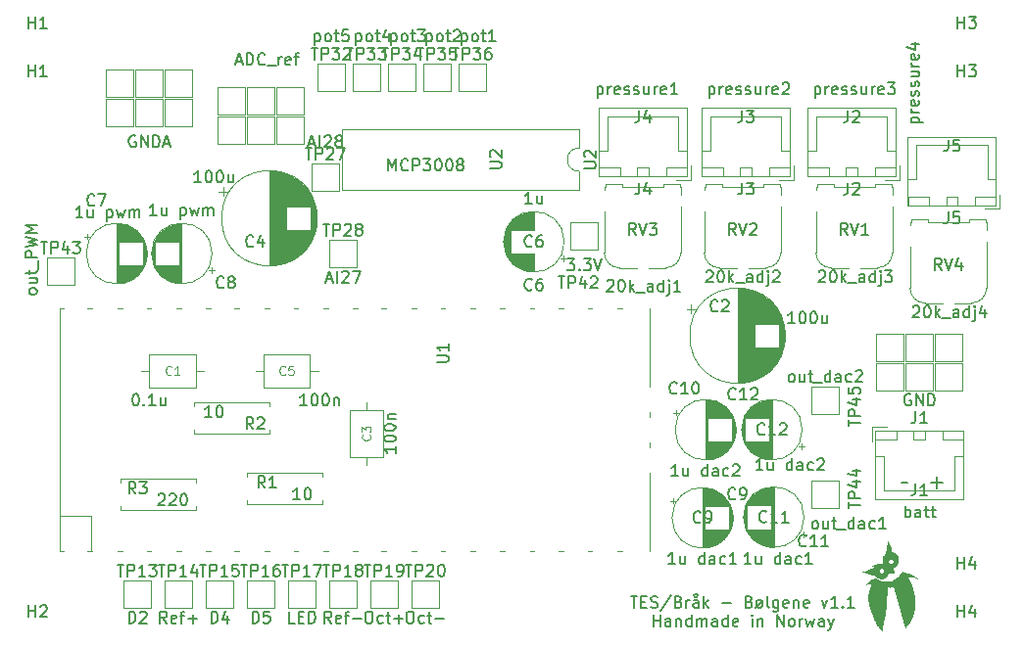
<source format=gbr>
%TF.GenerationSoftware,KiCad,Pcbnew,6.0.11+dfsg-1~bpo11+1*%
%TF.CreationDate,2025-01-21T21:26:14+01:00*%
%TF.ProjectId,Boelgene_v1d1,426f656c-6765-46e6-955f-763164312e6b,rev?*%
%TF.SameCoordinates,Original*%
%TF.FileFunction,Legend,Top*%
%TF.FilePolarity,Positive*%
%FSLAX46Y46*%
G04 Gerber Fmt 4.6, Leading zero omitted, Abs format (unit mm)*
G04 Created by KiCad (PCBNEW 6.0.11+dfsg-1~bpo11+1) date 2025-01-21 21:26:14*
%MOMM*%
%LPD*%
G01*
G04 APERTURE LIST*
%ADD10C,0.150000*%
%ADD11C,0.200000*%
%ADD12C,0.114000*%
%ADD13C,0.120000*%
G04 APERTURE END LIST*
D10*
X108712000Y-116840000D02*
X109728000Y-116840000D01*
X109220000Y-116332000D02*
X109220000Y-117348000D01*
X106172000Y-116840000D02*
X106680000Y-116840000D01*
X106680000Y-116840000D02*
X106172000Y-116840000D01*
D11*
X82741714Y-126663380D02*
X83313142Y-126663380D01*
X83027428Y-127663380D02*
X83027428Y-126663380D01*
X83646476Y-127139571D02*
X83979809Y-127139571D01*
X84122666Y-127663380D02*
X83646476Y-127663380D01*
X83646476Y-126663380D01*
X84122666Y-126663380D01*
X84503619Y-127615761D02*
X84646476Y-127663380D01*
X84884571Y-127663380D01*
X84979809Y-127615761D01*
X85027428Y-127568142D01*
X85075047Y-127472904D01*
X85075047Y-127377666D01*
X85027428Y-127282428D01*
X84979809Y-127234809D01*
X84884571Y-127187190D01*
X84694095Y-127139571D01*
X84598857Y-127091952D01*
X84551238Y-127044333D01*
X84503619Y-126949095D01*
X84503619Y-126853857D01*
X84551238Y-126758619D01*
X84598857Y-126711000D01*
X84694095Y-126663380D01*
X84932190Y-126663380D01*
X85075047Y-126711000D01*
X86217904Y-126615761D02*
X85360761Y-127901476D01*
X86884571Y-127139571D02*
X87027428Y-127187190D01*
X87075047Y-127234809D01*
X87122666Y-127330047D01*
X87122666Y-127472904D01*
X87075047Y-127568142D01*
X87027428Y-127615761D01*
X86932190Y-127663380D01*
X86551238Y-127663380D01*
X86551238Y-126663380D01*
X86884571Y-126663380D01*
X86979809Y-126711000D01*
X87027428Y-126758619D01*
X87075047Y-126853857D01*
X87075047Y-126949095D01*
X87027428Y-127044333D01*
X86979809Y-127091952D01*
X86884571Y-127139571D01*
X86551238Y-127139571D01*
X87551238Y-127663380D02*
X87551238Y-126996714D01*
X87551238Y-127187190D02*
X87598857Y-127091952D01*
X87646476Y-127044333D01*
X87741714Y-126996714D01*
X87836952Y-126996714D01*
X88598857Y-127663380D02*
X88598857Y-127139571D01*
X88551238Y-127044333D01*
X88456000Y-126996714D01*
X88265523Y-126996714D01*
X88170285Y-127044333D01*
X88598857Y-127615761D02*
X88503619Y-127663380D01*
X88265523Y-127663380D01*
X88170285Y-127615761D01*
X88122666Y-127520523D01*
X88122666Y-127425285D01*
X88170285Y-127330047D01*
X88265523Y-127282428D01*
X88503619Y-127282428D01*
X88598857Y-127234809D01*
X88360761Y-126758619D02*
X88265523Y-126711000D01*
X88217904Y-126615761D01*
X88265523Y-126520523D01*
X88360761Y-126472904D01*
X88456000Y-126520523D01*
X88503619Y-126615761D01*
X88456000Y-126711000D01*
X88360761Y-126758619D01*
X89075047Y-127663380D02*
X89075047Y-126663380D01*
X89170285Y-127282428D02*
X89456000Y-127663380D01*
X89456000Y-126996714D02*
X89075047Y-127377666D01*
X90646476Y-127282428D02*
X91408380Y-127282428D01*
X92979809Y-127139571D02*
X93122666Y-127187190D01*
X93170285Y-127234809D01*
X93217904Y-127330047D01*
X93217904Y-127472904D01*
X93170285Y-127568142D01*
X93122666Y-127615761D01*
X93027428Y-127663380D01*
X92646476Y-127663380D01*
X92646476Y-126663380D01*
X92979809Y-126663380D01*
X93075047Y-126711000D01*
X93122666Y-126758619D01*
X93170285Y-126853857D01*
X93170285Y-126949095D01*
X93122666Y-127044333D01*
X93075047Y-127091952D01*
X92979809Y-127139571D01*
X92646476Y-127139571D01*
X94170285Y-126996714D02*
X93551238Y-127663380D01*
X93789333Y-127663380D02*
X93694095Y-127615761D01*
X93646476Y-127568142D01*
X93598857Y-127472904D01*
X93598857Y-127187190D01*
X93646476Y-127091952D01*
X93694095Y-127044333D01*
X93789333Y-126996714D01*
X93932190Y-126996714D01*
X94027428Y-127044333D01*
X94075047Y-127091952D01*
X94122666Y-127187190D01*
X94122666Y-127472904D01*
X94075047Y-127568142D01*
X94027428Y-127615761D01*
X93932190Y-127663380D01*
X93789333Y-127663380D01*
X94694095Y-127663380D02*
X94598857Y-127615761D01*
X94551238Y-127520523D01*
X94551238Y-126663380D01*
X95503619Y-126996714D02*
X95503619Y-127806238D01*
X95456000Y-127901476D01*
X95408380Y-127949095D01*
X95313142Y-127996714D01*
X95170285Y-127996714D01*
X95075047Y-127949095D01*
X95503619Y-127615761D02*
X95408380Y-127663380D01*
X95217904Y-127663380D01*
X95122666Y-127615761D01*
X95075047Y-127568142D01*
X95027428Y-127472904D01*
X95027428Y-127187190D01*
X95075047Y-127091952D01*
X95122666Y-127044333D01*
X95217904Y-126996714D01*
X95408380Y-126996714D01*
X95503619Y-127044333D01*
X96360761Y-127615761D02*
X96265523Y-127663380D01*
X96075047Y-127663380D01*
X95979809Y-127615761D01*
X95932190Y-127520523D01*
X95932190Y-127139571D01*
X95979809Y-127044333D01*
X96075047Y-126996714D01*
X96265523Y-126996714D01*
X96360761Y-127044333D01*
X96408380Y-127139571D01*
X96408380Y-127234809D01*
X95932190Y-127330047D01*
X96836952Y-126996714D02*
X96836952Y-127663380D01*
X96836952Y-127091952D02*
X96884571Y-127044333D01*
X96979809Y-126996714D01*
X97122666Y-126996714D01*
X97217904Y-127044333D01*
X97265523Y-127139571D01*
X97265523Y-127663380D01*
X98122666Y-127615761D02*
X98027428Y-127663380D01*
X97836952Y-127663380D01*
X97741714Y-127615761D01*
X97694095Y-127520523D01*
X97694095Y-127139571D01*
X97741714Y-127044333D01*
X97836952Y-126996714D01*
X98027428Y-126996714D01*
X98122666Y-127044333D01*
X98170285Y-127139571D01*
X98170285Y-127234809D01*
X97694095Y-127330047D01*
X99265523Y-126996714D02*
X99503619Y-127663380D01*
X99741714Y-126996714D01*
X100646476Y-127663380D02*
X100075047Y-127663380D01*
X100360761Y-127663380D02*
X100360761Y-126663380D01*
X100265523Y-126806238D01*
X100170285Y-126901476D01*
X100075047Y-126949095D01*
X101075047Y-127568142D02*
X101122666Y-127615761D01*
X101075047Y-127663380D01*
X101027428Y-127615761D01*
X101075047Y-127568142D01*
X101075047Y-127663380D01*
X102075047Y-127663380D02*
X101503619Y-127663380D01*
X101789333Y-127663380D02*
X101789333Y-126663380D01*
X101694095Y-126806238D01*
X101598857Y-126901476D01*
X101503619Y-126949095D01*
X84717904Y-129273380D02*
X84717904Y-128273380D01*
X84717904Y-128749571D02*
X85289333Y-128749571D01*
X85289333Y-129273380D02*
X85289333Y-128273380D01*
X86194095Y-129273380D02*
X86194095Y-128749571D01*
X86146476Y-128654333D01*
X86051238Y-128606714D01*
X85860761Y-128606714D01*
X85765523Y-128654333D01*
X86194095Y-129225761D02*
X86098857Y-129273380D01*
X85860761Y-129273380D01*
X85765523Y-129225761D01*
X85717904Y-129130523D01*
X85717904Y-129035285D01*
X85765523Y-128940047D01*
X85860761Y-128892428D01*
X86098857Y-128892428D01*
X86194095Y-128844809D01*
X86670285Y-128606714D02*
X86670285Y-129273380D01*
X86670285Y-128701952D02*
X86717904Y-128654333D01*
X86813142Y-128606714D01*
X86956000Y-128606714D01*
X87051238Y-128654333D01*
X87098857Y-128749571D01*
X87098857Y-129273380D01*
X88003619Y-129273380D02*
X88003619Y-128273380D01*
X88003619Y-129225761D02*
X87908380Y-129273380D01*
X87717904Y-129273380D01*
X87622666Y-129225761D01*
X87575047Y-129178142D01*
X87527428Y-129082904D01*
X87527428Y-128797190D01*
X87575047Y-128701952D01*
X87622666Y-128654333D01*
X87717904Y-128606714D01*
X87908380Y-128606714D01*
X88003619Y-128654333D01*
X88479809Y-129273380D02*
X88479809Y-128606714D01*
X88479809Y-128701952D02*
X88527428Y-128654333D01*
X88622666Y-128606714D01*
X88765523Y-128606714D01*
X88860761Y-128654333D01*
X88908380Y-128749571D01*
X88908380Y-129273380D01*
X88908380Y-128749571D02*
X88956000Y-128654333D01*
X89051238Y-128606714D01*
X89194095Y-128606714D01*
X89289333Y-128654333D01*
X89336952Y-128749571D01*
X89336952Y-129273380D01*
X90241714Y-129273380D02*
X90241714Y-128749571D01*
X90194095Y-128654333D01*
X90098857Y-128606714D01*
X89908380Y-128606714D01*
X89813142Y-128654333D01*
X90241714Y-129225761D02*
X90146476Y-129273380D01*
X89908380Y-129273380D01*
X89813142Y-129225761D01*
X89765523Y-129130523D01*
X89765523Y-129035285D01*
X89813142Y-128940047D01*
X89908380Y-128892428D01*
X90146476Y-128892428D01*
X90241714Y-128844809D01*
X91146476Y-129273380D02*
X91146476Y-128273380D01*
X91146476Y-129225761D02*
X91051238Y-129273380D01*
X90860761Y-129273380D01*
X90765523Y-129225761D01*
X90717904Y-129178142D01*
X90670285Y-129082904D01*
X90670285Y-128797190D01*
X90717904Y-128701952D01*
X90765523Y-128654333D01*
X90860761Y-128606714D01*
X91051238Y-128606714D01*
X91146476Y-128654333D01*
X92003619Y-129225761D02*
X91908380Y-129273380D01*
X91717904Y-129273380D01*
X91622666Y-129225761D01*
X91575047Y-129130523D01*
X91575047Y-128749571D01*
X91622666Y-128654333D01*
X91717904Y-128606714D01*
X91908380Y-128606714D01*
X92003619Y-128654333D01*
X92051238Y-128749571D01*
X92051238Y-128844809D01*
X91575047Y-128940047D01*
X93241714Y-129273380D02*
X93241714Y-128606714D01*
X93241714Y-128273380D02*
X93194095Y-128321000D01*
X93241714Y-128368619D01*
X93289333Y-128321000D01*
X93241714Y-128273380D01*
X93241714Y-128368619D01*
X93717904Y-128606714D02*
X93717904Y-129273380D01*
X93717904Y-128701952D02*
X93765523Y-128654333D01*
X93860761Y-128606714D01*
X94003619Y-128606714D01*
X94098857Y-128654333D01*
X94146476Y-128749571D01*
X94146476Y-129273380D01*
X95384571Y-129273380D02*
X95384571Y-128273380D01*
X95956000Y-129273380D01*
X95956000Y-128273380D01*
X96575047Y-129273380D02*
X96479809Y-129225761D01*
X96432190Y-129178142D01*
X96384571Y-129082904D01*
X96384571Y-128797190D01*
X96432190Y-128701952D01*
X96479809Y-128654333D01*
X96575047Y-128606714D01*
X96717904Y-128606714D01*
X96813142Y-128654333D01*
X96860761Y-128701952D01*
X96908380Y-128797190D01*
X96908380Y-129082904D01*
X96860761Y-129178142D01*
X96813142Y-129225761D01*
X96717904Y-129273380D01*
X96575047Y-129273380D01*
X97336952Y-129273380D02*
X97336952Y-128606714D01*
X97336952Y-128797190D02*
X97384571Y-128701952D01*
X97432190Y-128654333D01*
X97527428Y-128606714D01*
X97622666Y-128606714D01*
X97860761Y-128606714D02*
X98051238Y-129273380D01*
X98241714Y-128797190D01*
X98432190Y-129273380D01*
X98622666Y-128606714D01*
X99432190Y-129273380D02*
X99432190Y-128749571D01*
X99384571Y-128654333D01*
X99289333Y-128606714D01*
X99098857Y-128606714D01*
X99003619Y-128654333D01*
X99432190Y-129225761D02*
X99336952Y-129273380D01*
X99098857Y-129273380D01*
X99003619Y-129225761D01*
X98956000Y-129130523D01*
X98956000Y-129035285D01*
X99003619Y-128940047D01*
X99098857Y-128892428D01*
X99336952Y-128892428D01*
X99432190Y-128844809D01*
X99813142Y-128606714D02*
X100051238Y-129273380D01*
X100289333Y-128606714D02*
X100051238Y-129273380D01*
X99956000Y-129511476D01*
X99908380Y-129559095D01*
X99813142Y-129606714D01*
D10*
%TO.C,R3*%
X41941904Y-117911619D02*
X41989523Y-117864000D01*
X42084761Y-117816380D01*
X42322857Y-117816380D01*
X42418095Y-117864000D01*
X42465714Y-117911619D01*
X42513333Y-118006857D01*
X42513333Y-118102095D01*
X42465714Y-118244952D01*
X41894285Y-118816380D01*
X42513333Y-118816380D01*
X42894285Y-117911619D02*
X42941904Y-117864000D01*
X43037142Y-117816380D01*
X43275238Y-117816380D01*
X43370476Y-117864000D01*
X43418095Y-117911619D01*
X43465714Y-118006857D01*
X43465714Y-118102095D01*
X43418095Y-118244952D01*
X42846666Y-118816380D01*
X43465714Y-118816380D01*
X44084761Y-117816380D02*
X44180000Y-117816380D01*
X44275238Y-117864000D01*
X44322857Y-117911619D01*
X44370476Y-118006857D01*
X44418095Y-118197333D01*
X44418095Y-118435428D01*
X44370476Y-118625904D01*
X44322857Y-118721142D01*
X44275238Y-118768761D01*
X44180000Y-118816380D01*
X44084761Y-118816380D01*
X43989523Y-118768761D01*
X43941904Y-118721142D01*
X43894285Y-118625904D01*
X43846666Y-118435428D01*
X43846666Y-118197333D01*
X43894285Y-118006857D01*
X43941904Y-117911619D01*
X43989523Y-117864000D01*
X44084761Y-117816380D01*
X39965333Y-117800380D02*
X39632000Y-117324190D01*
X39393904Y-117800380D02*
X39393904Y-116800380D01*
X39774857Y-116800380D01*
X39870095Y-116848000D01*
X39917714Y-116895619D01*
X39965333Y-116990857D01*
X39965333Y-117133714D01*
X39917714Y-117228952D01*
X39870095Y-117276571D01*
X39774857Y-117324190D01*
X39393904Y-117324190D01*
X40298666Y-116800380D02*
X40917714Y-116800380D01*
X40584380Y-117181333D01*
X40727238Y-117181333D01*
X40822476Y-117228952D01*
X40870095Y-117276571D01*
X40917714Y-117371809D01*
X40917714Y-117609904D01*
X40870095Y-117705142D01*
X40822476Y-117752761D01*
X40727238Y-117800380D01*
X40441523Y-117800380D01*
X40346285Y-117752761D01*
X40298666Y-117705142D01*
%TO.C,TP18*%
X56173904Y-123946380D02*
X56745333Y-123946380D01*
X56459619Y-124946380D02*
X56459619Y-123946380D01*
X57078666Y-124946380D02*
X57078666Y-123946380D01*
X57459619Y-123946380D01*
X57554857Y-123994000D01*
X57602476Y-124041619D01*
X57650095Y-124136857D01*
X57650095Y-124279714D01*
X57602476Y-124374952D01*
X57554857Y-124422571D01*
X57459619Y-124470190D01*
X57078666Y-124470190D01*
X58602476Y-124946380D02*
X58031047Y-124946380D01*
X58316761Y-124946380D02*
X58316761Y-123946380D01*
X58221523Y-124089238D01*
X58126285Y-124184476D01*
X58031047Y-124232095D01*
X59173904Y-124374952D02*
X59078666Y-124327333D01*
X59031047Y-124279714D01*
X58983428Y-124184476D01*
X58983428Y-124136857D01*
X59031047Y-124041619D01*
X59078666Y-123994000D01*
X59173904Y-123946380D01*
X59364380Y-123946380D01*
X59459619Y-123994000D01*
X59507238Y-124041619D01*
X59554857Y-124136857D01*
X59554857Y-124184476D01*
X59507238Y-124279714D01*
X59459619Y-124327333D01*
X59364380Y-124374952D01*
X59173904Y-124374952D01*
X59078666Y-124422571D01*
X59031047Y-124470190D01*
X58983428Y-124565428D01*
X58983428Y-124755904D01*
X59031047Y-124851142D01*
X59078666Y-124898761D01*
X59173904Y-124946380D01*
X59364380Y-124946380D01*
X59459619Y-124898761D01*
X59507238Y-124851142D01*
X59554857Y-124755904D01*
X59554857Y-124565428D01*
X59507238Y-124470190D01*
X59459619Y-124422571D01*
X59364380Y-124374952D01*
X56888190Y-128994380D02*
X56554857Y-128518190D01*
X56316761Y-128994380D02*
X56316761Y-127994380D01*
X56697714Y-127994380D01*
X56792952Y-128042000D01*
X56840571Y-128089619D01*
X56888190Y-128184857D01*
X56888190Y-128327714D01*
X56840571Y-128422952D01*
X56792952Y-128470571D01*
X56697714Y-128518190D01*
X56316761Y-128518190D01*
X57697714Y-128946761D02*
X57602476Y-128994380D01*
X57412000Y-128994380D01*
X57316761Y-128946761D01*
X57269142Y-128851523D01*
X57269142Y-128470571D01*
X57316761Y-128375333D01*
X57412000Y-128327714D01*
X57602476Y-128327714D01*
X57697714Y-128375333D01*
X57745333Y-128470571D01*
X57745333Y-128565809D01*
X57269142Y-128661047D01*
X58031047Y-128327714D02*
X58412000Y-128327714D01*
X58173904Y-128994380D02*
X58173904Y-128137238D01*
X58221523Y-128042000D01*
X58316761Y-127994380D01*
X58412000Y-127994380D01*
X58745333Y-128613428D02*
X59507238Y-128613428D01*
X56173904Y-123944380D02*
X56745333Y-123944380D01*
X56459619Y-124944380D02*
X56459619Y-123944380D01*
X57078666Y-124944380D02*
X57078666Y-123944380D01*
X57459619Y-123944380D01*
X57554857Y-123992000D01*
X57602476Y-124039619D01*
X57650095Y-124134857D01*
X57650095Y-124277714D01*
X57602476Y-124372952D01*
X57554857Y-124420571D01*
X57459619Y-124468190D01*
X57078666Y-124468190D01*
X58602476Y-124944380D02*
X58031047Y-124944380D01*
X58316761Y-124944380D02*
X58316761Y-123944380D01*
X58221523Y-124087238D01*
X58126285Y-124182476D01*
X58031047Y-124230095D01*
X59173904Y-124372952D02*
X59078666Y-124325333D01*
X59031047Y-124277714D01*
X58983428Y-124182476D01*
X58983428Y-124134857D01*
X59031047Y-124039619D01*
X59078666Y-123992000D01*
X59173904Y-123944380D01*
X59364380Y-123944380D01*
X59459619Y-123992000D01*
X59507238Y-124039619D01*
X59554857Y-124134857D01*
X59554857Y-124182476D01*
X59507238Y-124277714D01*
X59459619Y-124325333D01*
X59364380Y-124372952D01*
X59173904Y-124372952D01*
X59078666Y-124420571D01*
X59031047Y-124468190D01*
X58983428Y-124563428D01*
X58983428Y-124753904D01*
X59031047Y-124849142D01*
X59078666Y-124896761D01*
X59173904Y-124944380D01*
X59364380Y-124944380D01*
X59459619Y-124896761D01*
X59507238Y-124849142D01*
X59554857Y-124753904D01*
X59554857Y-124563428D01*
X59507238Y-124468190D01*
X59459619Y-124420571D01*
X59364380Y-124372952D01*
%TO.C,H1*%
X30734095Y-77532380D02*
X30734095Y-76532380D01*
X30734095Y-77008571D02*
X31305523Y-77008571D01*
X31305523Y-77532380D02*
X31305523Y-76532380D01*
X32305523Y-77532380D02*
X31734095Y-77532380D01*
X32019809Y-77532380D02*
X32019809Y-76532380D01*
X31924571Y-76675238D01*
X31829333Y-76770476D01*
X31734095Y-76818095D01*
X30734095Y-81732380D02*
X30734095Y-80732380D01*
X30734095Y-81208571D02*
X31305523Y-81208571D01*
X31305523Y-81732380D02*
X31305523Y-80732380D01*
X32305523Y-81732380D02*
X31734095Y-81732380D01*
X32019809Y-81732380D02*
X32019809Y-80732380D01*
X31924571Y-80875238D01*
X31829333Y-80970476D01*
X31734095Y-81018095D01*
%TO.C,TP7*%
X106934095Y-109228000D02*
X106838857Y-109180380D01*
X106696000Y-109180380D01*
X106553142Y-109228000D01*
X106457904Y-109323238D01*
X106410285Y-109418476D01*
X106362666Y-109608952D01*
X106362666Y-109751809D01*
X106410285Y-109942285D01*
X106457904Y-110037523D01*
X106553142Y-110132761D01*
X106696000Y-110180380D01*
X106791238Y-110180380D01*
X106934095Y-110132761D01*
X106981714Y-110085142D01*
X106981714Y-109751809D01*
X106791238Y-109751809D01*
X107410285Y-110180380D02*
X107410285Y-109180380D01*
X107981714Y-110180380D01*
X107981714Y-109180380D01*
X108457904Y-110180380D02*
X108457904Y-109180380D01*
X108696000Y-109180380D01*
X108838857Y-109228000D01*
X108934095Y-109323238D01*
X108981714Y-109418476D01*
X109029333Y-109608952D01*
X109029333Y-109751809D01*
X108981714Y-109942285D01*
X108934095Y-110037523D01*
X108838857Y-110132761D01*
X108696000Y-110180380D01*
X108457904Y-110180380D01*
%TO.C,TP33*%
X58205904Y-79242380D02*
X58777333Y-79242380D01*
X58491619Y-80242380D02*
X58491619Y-79242380D01*
X59110666Y-80242380D02*
X59110666Y-79242380D01*
X59491619Y-79242380D01*
X59586857Y-79290000D01*
X59634476Y-79337619D01*
X59682095Y-79432857D01*
X59682095Y-79575714D01*
X59634476Y-79670952D01*
X59586857Y-79718571D01*
X59491619Y-79766190D01*
X59110666Y-79766190D01*
X60015428Y-79242380D02*
X60634476Y-79242380D01*
X60301142Y-79623333D01*
X60444000Y-79623333D01*
X60539238Y-79670952D01*
X60586857Y-79718571D01*
X60634476Y-79813809D01*
X60634476Y-80051904D01*
X60586857Y-80147142D01*
X60539238Y-80194761D01*
X60444000Y-80242380D01*
X60158285Y-80242380D01*
X60063047Y-80194761D01*
X60015428Y-80147142D01*
X60967809Y-79242380D02*
X61586857Y-79242380D01*
X61253523Y-79623333D01*
X61396380Y-79623333D01*
X61491619Y-79670952D01*
X61539238Y-79718571D01*
X61586857Y-79813809D01*
X61586857Y-80051904D01*
X61539238Y-80147142D01*
X61491619Y-80194761D01*
X61396380Y-80242380D01*
X61110666Y-80242380D01*
X61015428Y-80194761D01*
X60967809Y-80147142D01*
X59023428Y-78017714D02*
X59023428Y-79017714D01*
X59023428Y-78065333D02*
X59118666Y-78017714D01*
X59309142Y-78017714D01*
X59404380Y-78065333D01*
X59452000Y-78112952D01*
X59499619Y-78208190D01*
X59499619Y-78493904D01*
X59452000Y-78589142D01*
X59404380Y-78636761D01*
X59309142Y-78684380D01*
X59118666Y-78684380D01*
X59023428Y-78636761D01*
X60071047Y-78684380D02*
X59975809Y-78636761D01*
X59928190Y-78589142D01*
X59880571Y-78493904D01*
X59880571Y-78208190D01*
X59928190Y-78112952D01*
X59975809Y-78065333D01*
X60071047Y-78017714D01*
X60213904Y-78017714D01*
X60309142Y-78065333D01*
X60356761Y-78112952D01*
X60404380Y-78208190D01*
X60404380Y-78493904D01*
X60356761Y-78589142D01*
X60309142Y-78636761D01*
X60213904Y-78684380D01*
X60071047Y-78684380D01*
X60690095Y-78017714D02*
X61071047Y-78017714D01*
X60832952Y-77684380D02*
X60832952Y-78541523D01*
X60880571Y-78636761D01*
X60975809Y-78684380D01*
X61071047Y-78684380D01*
X61832952Y-78017714D02*
X61832952Y-78684380D01*
X61594857Y-77636761D02*
X61356761Y-78351047D01*
X61975809Y-78351047D01*
X58205904Y-79240380D02*
X58777333Y-79240380D01*
X58491619Y-80240380D02*
X58491619Y-79240380D01*
X59110666Y-80240380D02*
X59110666Y-79240380D01*
X59491619Y-79240380D01*
X59586857Y-79288000D01*
X59634476Y-79335619D01*
X59682095Y-79430857D01*
X59682095Y-79573714D01*
X59634476Y-79668952D01*
X59586857Y-79716571D01*
X59491619Y-79764190D01*
X59110666Y-79764190D01*
X60015428Y-79240380D02*
X60634476Y-79240380D01*
X60301142Y-79621333D01*
X60444000Y-79621333D01*
X60539238Y-79668952D01*
X60586857Y-79716571D01*
X60634476Y-79811809D01*
X60634476Y-80049904D01*
X60586857Y-80145142D01*
X60539238Y-80192761D01*
X60444000Y-80240380D01*
X60158285Y-80240380D01*
X60063047Y-80192761D01*
X60015428Y-80145142D01*
X60967809Y-79240380D02*
X61586857Y-79240380D01*
X61253523Y-79621333D01*
X61396380Y-79621333D01*
X61491619Y-79668952D01*
X61539238Y-79716571D01*
X61586857Y-79811809D01*
X61586857Y-80049904D01*
X61539238Y-80145142D01*
X61491619Y-80192761D01*
X61396380Y-80240380D01*
X61110666Y-80240380D01*
X61015428Y-80192761D01*
X60967809Y-80145142D01*
%TO.C,TP17*%
X52617904Y-123946380D02*
X53189333Y-123946380D01*
X52903619Y-124946380D02*
X52903619Y-123946380D01*
X53522666Y-124946380D02*
X53522666Y-123946380D01*
X53903619Y-123946380D01*
X53998857Y-123994000D01*
X54046476Y-124041619D01*
X54094095Y-124136857D01*
X54094095Y-124279714D01*
X54046476Y-124374952D01*
X53998857Y-124422571D01*
X53903619Y-124470190D01*
X53522666Y-124470190D01*
X55046476Y-124946380D02*
X54475047Y-124946380D01*
X54760761Y-124946380D02*
X54760761Y-123946380D01*
X54665523Y-124089238D01*
X54570285Y-124184476D01*
X54475047Y-124232095D01*
X55379809Y-123946380D02*
X56046476Y-123946380D01*
X55617904Y-124946380D01*
X53713142Y-128994380D02*
X53236952Y-128994380D01*
X53236952Y-127994380D01*
X54046476Y-128470571D02*
X54379809Y-128470571D01*
X54522666Y-128994380D02*
X54046476Y-128994380D01*
X54046476Y-127994380D01*
X54522666Y-127994380D01*
X54951238Y-128994380D02*
X54951238Y-127994380D01*
X55189333Y-127994380D01*
X55332190Y-128042000D01*
X55427428Y-128137238D01*
X55475047Y-128232476D01*
X55522666Y-128422952D01*
X55522666Y-128565809D01*
X55475047Y-128756285D01*
X55427428Y-128851523D01*
X55332190Y-128946761D01*
X55189333Y-128994380D01*
X54951238Y-128994380D01*
X52617904Y-123944380D02*
X53189333Y-123944380D01*
X52903619Y-124944380D02*
X52903619Y-123944380D01*
X53522666Y-124944380D02*
X53522666Y-123944380D01*
X53903619Y-123944380D01*
X53998857Y-123992000D01*
X54046476Y-124039619D01*
X54094095Y-124134857D01*
X54094095Y-124277714D01*
X54046476Y-124372952D01*
X53998857Y-124420571D01*
X53903619Y-124468190D01*
X53522666Y-124468190D01*
X55046476Y-124944380D02*
X54475047Y-124944380D01*
X54760761Y-124944380D02*
X54760761Y-123944380D01*
X54665523Y-124087238D01*
X54570285Y-124182476D01*
X54475047Y-124230095D01*
X55379809Y-123944380D02*
X56046476Y-123944380D01*
X55617904Y-124944380D01*
%TO.C,TP16*%
X49061904Y-123946380D02*
X49633333Y-123946380D01*
X49347619Y-124946380D02*
X49347619Y-123946380D01*
X49966666Y-124946380D02*
X49966666Y-123946380D01*
X50347619Y-123946380D01*
X50442857Y-123994000D01*
X50490476Y-124041619D01*
X50538095Y-124136857D01*
X50538095Y-124279714D01*
X50490476Y-124374952D01*
X50442857Y-124422571D01*
X50347619Y-124470190D01*
X49966666Y-124470190D01*
X51490476Y-124946380D02*
X50919047Y-124946380D01*
X51204761Y-124946380D02*
X51204761Y-123946380D01*
X51109523Y-124089238D01*
X51014285Y-124184476D01*
X50919047Y-124232095D01*
X52347619Y-123946380D02*
X52157142Y-123946380D01*
X52061904Y-123994000D01*
X52014285Y-124041619D01*
X51919047Y-124184476D01*
X51871428Y-124374952D01*
X51871428Y-124755904D01*
X51919047Y-124851142D01*
X51966666Y-124898761D01*
X52061904Y-124946380D01*
X52252380Y-124946380D01*
X52347619Y-124898761D01*
X52395238Y-124851142D01*
X52442857Y-124755904D01*
X52442857Y-124517809D01*
X52395238Y-124422571D01*
X52347619Y-124374952D01*
X52252380Y-124327333D01*
X52061904Y-124327333D01*
X51966666Y-124374952D01*
X51919047Y-124422571D01*
X51871428Y-124517809D01*
X50061904Y-128994380D02*
X50061904Y-127994380D01*
X50300000Y-127994380D01*
X50442857Y-128042000D01*
X50538095Y-128137238D01*
X50585714Y-128232476D01*
X50633333Y-128422952D01*
X50633333Y-128565809D01*
X50585714Y-128756285D01*
X50538095Y-128851523D01*
X50442857Y-128946761D01*
X50300000Y-128994380D01*
X50061904Y-128994380D01*
X51538095Y-127994380D02*
X51061904Y-127994380D01*
X51014285Y-128470571D01*
X51061904Y-128422952D01*
X51157142Y-128375333D01*
X51395238Y-128375333D01*
X51490476Y-128422952D01*
X51538095Y-128470571D01*
X51585714Y-128565809D01*
X51585714Y-128803904D01*
X51538095Y-128899142D01*
X51490476Y-128946761D01*
X51395238Y-128994380D01*
X51157142Y-128994380D01*
X51061904Y-128946761D01*
X51014285Y-128899142D01*
X49061904Y-123944380D02*
X49633333Y-123944380D01*
X49347619Y-124944380D02*
X49347619Y-123944380D01*
X49966666Y-124944380D02*
X49966666Y-123944380D01*
X50347619Y-123944380D01*
X50442857Y-123992000D01*
X50490476Y-124039619D01*
X50538095Y-124134857D01*
X50538095Y-124277714D01*
X50490476Y-124372952D01*
X50442857Y-124420571D01*
X50347619Y-124468190D01*
X49966666Y-124468190D01*
X51490476Y-124944380D02*
X50919047Y-124944380D01*
X51204761Y-124944380D02*
X51204761Y-123944380D01*
X51109523Y-124087238D01*
X51014285Y-124182476D01*
X50919047Y-124230095D01*
X52347619Y-123944380D02*
X52157142Y-123944380D01*
X52061904Y-123992000D01*
X52014285Y-124039619D01*
X51919047Y-124182476D01*
X51871428Y-124372952D01*
X51871428Y-124753904D01*
X51919047Y-124849142D01*
X51966666Y-124896761D01*
X52061904Y-124944380D01*
X52252380Y-124944380D01*
X52347619Y-124896761D01*
X52395238Y-124849142D01*
X52442857Y-124753904D01*
X52442857Y-124515809D01*
X52395238Y-124420571D01*
X52347619Y-124372952D01*
X52252380Y-124325333D01*
X52061904Y-124325333D01*
X51966666Y-124372952D01*
X51919047Y-124420571D01*
X51871428Y-124515809D01*
%TO.C,C6*%
X74212933Y-100119142D02*
X74165314Y-100166761D01*
X74022457Y-100214380D01*
X73927219Y-100214380D01*
X73784361Y-100166761D01*
X73689123Y-100071523D01*
X73641504Y-99976285D01*
X73593885Y-99785809D01*
X73593885Y-99642952D01*
X73641504Y-99452476D01*
X73689123Y-99357238D01*
X73784361Y-99262000D01*
X73927219Y-99214380D01*
X74022457Y-99214380D01*
X74165314Y-99262000D01*
X74212933Y-99309619D01*
X75070076Y-99214380D02*
X74879600Y-99214380D01*
X74784361Y-99262000D01*
X74736742Y-99309619D01*
X74641504Y-99452476D01*
X74593885Y-99642952D01*
X74593885Y-100023904D01*
X74641504Y-100119142D01*
X74689123Y-100166761D01*
X74784361Y-100214380D01*
X74974838Y-100214380D01*
X75070076Y-100166761D01*
X75117695Y-100119142D01*
X75165314Y-100023904D01*
X75165314Y-99785809D01*
X75117695Y-99690571D01*
X75070076Y-99642952D01*
X74974838Y-99595333D01*
X74784361Y-99595333D01*
X74689123Y-99642952D01*
X74641504Y-99690571D01*
X74593885Y-99785809D01*
X74212933Y-92714380D02*
X73641504Y-92714380D01*
X73927219Y-92714380D02*
X73927219Y-91714380D01*
X73831980Y-91857238D01*
X73736742Y-91952476D01*
X73641504Y-92000095D01*
X75070076Y-92047714D02*
X75070076Y-92714380D01*
X74641504Y-92047714D02*
X74641504Y-92571523D01*
X74689123Y-92666761D01*
X74784361Y-92714380D01*
X74927219Y-92714380D01*
X75022457Y-92666761D01*
X75070076Y-92619142D01*
X74212933Y-96369142D02*
X74165314Y-96416761D01*
X74022457Y-96464380D01*
X73927219Y-96464380D01*
X73784361Y-96416761D01*
X73689123Y-96321523D01*
X73641504Y-96226285D01*
X73593885Y-96035809D01*
X73593885Y-95892952D01*
X73641504Y-95702476D01*
X73689123Y-95607238D01*
X73784361Y-95512000D01*
X73927219Y-95464380D01*
X74022457Y-95464380D01*
X74165314Y-95512000D01*
X74212933Y-95559619D01*
X75070076Y-95464380D02*
X74879600Y-95464380D01*
X74784361Y-95512000D01*
X74736742Y-95559619D01*
X74641504Y-95702476D01*
X74593885Y-95892952D01*
X74593885Y-96273904D01*
X74641504Y-96369142D01*
X74689123Y-96416761D01*
X74784361Y-96464380D01*
X74974838Y-96464380D01*
X75070076Y-96416761D01*
X75117695Y-96369142D01*
X75165314Y-96273904D01*
X75165314Y-96035809D01*
X75117695Y-95940571D01*
X75070076Y-95892952D01*
X74974838Y-95845333D01*
X74784361Y-95845333D01*
X74689123Y-95892952D01*
X74641504Y-95940571D01*
X74593885Y-96035809D01*
%TO.C,J3*%
X92373666Y-90903380D02*
X92373666Y-91617666D01*
X92326047Y-91760523D01*
X92230809Y-91855761D01*
X92087952Y-91903380D01*
X91992714Y-91903380D01*
X92754619Y-90903380D02*
X93373666Y-90903380D01*
X93040333Y-91284333D01*
X93183190Y-91284333D01*
X93278428Y-91331952D01*
X93326047Y-91379571D01*
X93373666Y-91474809D01*
X93373666Y-91712904D01*
X93326047Y-91808142D01*
X93278428Y-91855761D01*
X93183190Y-91903380D01*
X92897476Y-91903380D01*
X92802238Y-91855761D01*
X92754619Y-91808142D01*
X89535428Y-82589714D02*
X89535428Y-83589714D01*
X89535428Y-82637333D02*
X89630666Y-82589714D01*
X89821142Y-82589714D01*
X89916380Y-82637333D01*
X89964000Y-82684952D01*
X90011619Y-82780190D01*
X90011619Y-83065904D01*
X89964000Y-83161142D01*
X89916380Y-83208761D01*
X89821142Y-83256380D01*
X89630666Y-83256380D01*
X89535428Y-83208761D01*
X90440190Y-83256380D02*
X90440190Y-82589714D01*
X90440190Y-82780190D02*
X90487809Y-82684952D01*
X90535428Y-82637333D01*
X90630666Y-82589714D01*
X90725904Y-82589714D01*
X91440190Y-83208761D02*
X91344952Y-83256380D01*
X91154476Y-83256380D01*
X91059238Y-83208761D01*
X91011619Y-83113523D01*
X91011619Y-82732571D01*
X91059238Y-82637333D01*
X91154476Y-82589714D01*
X91344952Y-82589714D01*
X91440190Y-82637333D01*
X91487809Y-82732571D01*
X91487809Y-82827809D01*
X91011619Y-82923047D01*
X91868761Y-83208761D02*
X91964000Y-83256380D01*
X92154476Y-83256380D01*
X92249714Y-83208761D01*
X92297333Y-83113523D01*
X92297333Y-83065904D01*
X92249714Y-82970666D01*
X92154476Y-82923047D01*
X92011619Y-82923047D01*
X91916380Y-82875428D01*
X91868761Y-82780190D01*
X91868761Y-82732571D01*
X91916380Y-82637333D01*
X92011619Y-82589714D01*
X92154476Y-82589714D01*
X92249714Y-82637333D01*
X92678285Y-83208761D02*
X92773523Y-83256380D01*
X92964000Y-83256380D01*
X93059238Y-83208761D01*
X93106857Y-83113523D01*
X93106857Y-83065904D01*
X93059238Y-82970666D01*
X92964000Y-82923047D01*
X92821142Y-82923047D01*
X92725904Y-82875428D01*
X92678285Y-82780190D01*
X92678285Y-82732571D01*
X92725904Y-82637333D01*
X92821142Y-82589714D01*
X92964000Y-82589714D01*
X93059238Y-82637333D01*
X93964000Y-82589714D02*
X93964000Y-83256380D01*
X93535428Y-82589714D02*
X93535428Y-83113523D01*
X93583047Y-83208761D01*
X93678285Y-83256380D01*
X93821142Y-83256380D01*
X93916380Y-83208761D01*
X93964000Y-83161142D01*
X94440190Y-83256380D02*
X94440190Y-82589714D01*
X94440190Y-82780190D02*
X94487809Y-82684952D01*
X94535428Y-82637333D01*
X94630666Y-82589714D01*
X94725904Y-82589714D01*
X95440190Y-83208761D02*
X95344952Y-83256380D01*
X95154476Y-83256380D01*
X95059238Y-83208761D01*
X95011619Y-83113523D01*
X95011619Y-82732571D01*
X95059238Y-82637333D01*
X95154476Y-82589714D01*
X95344952Y-82589714D01*
X95440190Y-82637333D01*
X95487809Y-82732571D01*
X95487809Y-82827809D01*
X95011619Y-82923047D01*
X95868761Y-82351619D02*
X95916380Y-82304000D01*
X96011619Y-82256380D01*
X96249714Y-82256380D01*
X96344952Y-82304000D01*
X96392571Y-82351619D01*
X96440190Y-82446857D01*
X96440190Y-82542095D01*
X96392571Y-82684952D01*
X95821142Y-83256380D01*
X96440190Y-83256380D01*
X92373666Y-84653380D02*
X92373666Y-85367666D01*
X92326047Y-85510523D01*
X92230809Y-85605761D01*
X92087952Y-85653380D01*
X91992714Y-85653380D01*
X92754619Y-84653380D02*
X93373666Y-84653380D01*
X93040333Y-85034333D01*
X93183190Y-85034333D01*
X93278428Y-85081952D01*
X93326047Y-85129571D01*
X93373666Y-85224809D01*
X93373666Y-85462904D01*
X93326047Y-85558142D01*
X93278428Y-85605761D01*
X93183190Y-85653380D01*
X92897476Y-85653380D01*
X92802238Y-85605761D01*
X92754619Y-85558142D01*
%TO.C,J4*%
X83486666Y-90903380D02*
X83486666Y-91617666D01*
X83439047Y-91760523D01*
X83343809Y-91855761D01*
X83200952Y-91903380D01*
X83105714Y-91903380D01*
X84391428Y-91236714D02*
X84391428Y-91903380D01*
X84153333Y-90855761D02*
X83915238Y-91570047D01*
X84534285Y-91570047D01*
X79883428Y-82589714D02*
X79883428Y-83589714D01*
X79883428Y-82637333D02*
X79978666Y-82589714D01*
X80169142Y-82589714D01*
X80264380Y-82637333D01*
X80312000Y-82684952D01*
X80359619Y-82780190D01*
X80359619Y-83065904D01*
X80312000Y-83161142D01*
X80264380Y-83208761D01*
X80169142Y-83256380D01*
X79978666Y-83256380D01*
X79883428Y-83208761D01*
X80788190Y-83256380D02*
X80788190Y-82589714D01*
X80788190Y-82780190D02*
X80835809Y-82684952D01*
X80883428Y-82637333D01*
X80978666Y-82589714D01*
X81073904Y-82589714D01*
X81788190Y-83208761D02*
X81692952Y-83256380D01*
X81502476Y-83256380D01*
X81407238Y-83208761D01*
X81359619Y-83113523D01*
X81359619Y-82732571D01*
X81407238Y-82637333D01*
X81502476Y-82589714D01*
X81692952Y-82589714D01*
X81788190Y-82637333D01*
X81835809Y-82732571D01*
X81835809Y-82827809D01*
X81359619Y-82923047D01*
X82216761Y-83208761D02*
X82312000Y-83256380D01*
X82502476Y-83256380D01*
X82597714Y-83208761D01*
X82645333Y-83113523D01*
X82645333Y-83065904D01*
X82597714Y-82970666D01*
X82502476Y-82923047D01*
X82359619Y-82923047D01*
X82264380Y-82875428D01*
X82216761Y-82780190D01*
X82216761Y-82732571D01*
X82264380Y-82637333D01*
X82359619Y-82589714D01*
X82502476Y-82589714D01*
X82597714Y-82637333D01*
X83026285Y-83208761D02*
X83121523Y-83256380D01*
X83312000Y-83256380D01*
X83407238Y-83208761D01*
X83454857Y-83113523D01*
X83454857Y-83065904D01*
X83407238Y-82970666D01*
X83312000Y-82923047D01*
X83169142Y-82923047D01*
X83073904Y-82875428D01*
X83026285Y-82780190D01*
X83026285Y-82732571D01*
X83073904Y-82637333D01*
X83169142Y-82589714D01*
X83312000Y-82589714D01*
X83407238Y-82637333D01*
X84312000Y-82589714D02*
X84312000Y-83256380D01*
X83883428Y-82589714D02*
X83883428Y-83113523D01*
X83931047Y-83208761D01*
X84026285Y-83256380D01*
X84169142Y-83256380D01*
X84264380Y-83208761D01*
X84312000Y-83161142D01*
X84788190Y-83256380D02*
X84788190Y-82589714D01*
X84788190Y-82780190D02*
X84835809Y-82684952D01*
X84883428Y-82637333D01*
X84978666Y-82589714D01*
X85073904Y-82589714D01*
X85788190Y-83208761D02*
X85692952Y-83256380D01*
X85502476Y-83256380D01*
X85407238Y-83208761D01*
X85359619Y-83113523D01*
X85359619Y-82732571D01*
X85407238Y-82637333D01*
X85502476Y-82589714D01*
X85692952Y-82589714D01*
X85788190Y-82637333D01*
X85835809Y-82732571D01*
X85835809Y-82827809D01*
X85359619Y-82923047D01*
X86788190Y-83256380D02*
X86216761Y-83256380D01*
X86502476Y-83256380D02*
X86502476Y-82256380D01*
X86407238Y-82399238D01*
X86312000Y-82494476D01*
X86216761Y-82542095D01*
X83486666Y-84653380D02*
X83486666Y-85367666D01*
X83439047Y-85510523D01*
X83343809Y-85605761D01*
X83200952Y-85653380D01*
X83105714Y-85653380D01*
X84391428Y-84986714D02*
X84391428Y-85653380D01*
X84153333Y-84605761D02*
X83915238Y-85320047D01*
X84534285Y-85320047D01*
%TO.C,J1*%
X107362666Y-110693380D02*
X107362666Y-111407666D01*
X107315047Y-111550523D01*
X107219809Y-111645761D01*
X107076952Y-111693380D01*
X106981714Y-111693380D01*
X108362666Y-111693380D02*
X107791238Y-111693380D01*
X108076952Y-111693380D02*
X108076952Y-110693380D01*
X107981714Y-110836238D01*
X107886476Y-110931476D01*
X107791238Y-110979095D01*
X106457904Y-119843380D02*
X106457904Y-118843380D01*
X106457904Y-119224333D02*
X106553142Y-119176714D01*
X106743619Y-119176714D01*
X106838857Y-119224333D01*
X106886476Y-119271952D01*
X106934095Y-119367190D01*
X106934095Y-119652904D01*
X106886476Y-119748142D01*
X106838857Y-119795761D01*
X106743619Y-119843380D01*
X106553142Y-119843380D01*
X106457904Y-119795761D01*
X107791238Y-119843380D02*
X107791238Y-119319571D01*
X107743619Y-119224333D01*
X107648380Y-119176714D01*
X107457904Y-119176714D01*
X107362666Y-119224333D01*
X107791238Y-119795761D02*
X107696000Y-119843380D01*
X107457904Y-119843380D01*
X107362666Y-119795761D01*
X107315047Y-119700523D01*
X107315047Y-119605285D01*
X107362666Y-119510047D01*
X107457904Y-119462428D01*
X107696000Y-119462428D01*
X107791238Y-119414809D01*
X108124571Y-119176714D02*
X108505523Y-119176714D01*
X108267428Y-118843380D02*
X108267428Y-119700523D01*
X108315047Y-119795761D01*
X108410285Y-119843380D01*
X108505523Y-119843380D01*
X108696000Y-119176714D02*
X109076952Y-119176714D01*
X108838857Y-118843380D02*
X108838857Y-119700523D01*
X108886476Y-119795761D01*
X108981714Y-119843380D01*
X109076952Y-119843380D01*
X107362666Y-116943380D02*
X107362666Y-117657666D01*
X107315047Y-117800523D01*
X107219809Y-117895761D01*
X107076952Y-117943380D01*
X106981714Y-117943380D01*
X108362666Y-117943380D02*
X107791238Y-117943380D01*
X108076952Y-117943380D02*
X108076952Y-116943380D01*
X107981714Y-117086238D01*
X107886476Y-117181476D01*
X107791238Y-117229095D01*
%TO.C,TP43*%
X31789904Y-96006380D02*
X32361333Y-96006380D01*
X32075619Y-97006380D02*
X32075619Y-96006380D01*
X32694666Y-97006380D02*
X32694666Y-96006380D01*
X33075619Y-96006380D01*
X33170857Y-96054000D01*
X33218476Y-96101619D01*
X33266095Y-96196857D01*
X33266095Y-96339714D01*
X33218476Y-96434952D01*
X33170857Y-96482571D01*
X33075619Y-96530190D01*
X32694666Y-96530190D01*
X34123238Y-96339714D02*
X34123238Y-97006380D01*
X33885142Y-95958761D02*
X33647047Y-96673047D01*
X34266095Y-96673047D01*
X34551809Y-96006380D02*
X35170857Y-96006380D01*
X34837523Y-96387333D01*
X34980380Y-96387333D01*
X35075619Y-96434952D01*
X35123238Y-96482571D01*
X35170857Y-96577809D01*
X35170857Y-96815904D01*
X35123238Y-96911142D01*
X35075619Y-96958761D01*
X34980380Y-97006380D01*
X34694666Y-97006380D01*
X34599428Y-96958761D01*
X34551809Y-96911142D01*
X31440380Y-100369333D02*
X31392761Y-100464571D01*
X31345142Y-100512190D01*
X31249904Y-100559809D01*
X30964190Y-100559809D01*
X30868952Y-100512190D01*
X30821333Y-100464571D01*
X30773714Y-100369333D01*
X30773714Y-100226476D01*
X30821333Y-100131238D01*
X30868952Y-100083619D01*
X30964190Y-100036000D01*
X31249904Y-100036000D01*
X31345142Y-100083619D01*
X31392761Y-100131238D01*
X31440380Y-100226476D01*
X31440380Y-100369333D01*
X30773714Y-99178857D02*
X31440380Y-99178857D01*
X30773714Y-99607428D02*
X31297523Y-99607428D01*
X31392761Y-99559809D01*
X31440380Y-99464571D01*
X31440380Y-99321714D01*
X31392761Y-99226476D01*
X31345142Y-99178857D01*
X30773714Y-98845523D02*
X30773714Y-98464571D01*
X30440380Y-98702666D02*
X31297523Y-98702666D01*
X31392761Y-98655047D01*
X31440380Y-98559809D01*
X31440380Y-98464571D01*
X31535619Y-98369333D02*
X31535619Y-97607428D01*
X31440380Y-97369333D02*
X30440380Y-97369333D01*
X30440380Y-96988380D01*
X30488000Y-96893142D01*
X30535619Y-96845523D01*
X30630857Y-96797904D01*
X30773714Y-96797904D01*
X30868952Y-96845523D01*
X30916571Y-96893142D01*
X30964190Y-96988380D01*
X30964190Y-97369333D01*
X30440380Y-96464571D02*
X31440380Y-96226476D01*
X30726095Y-96036000D01*
X31440380Y-95845523D01*
X30440380Y-95607428D01*
X31440380Y-95226476D02*
X30440380Y-95226476D01*
X31154666Y-94893142D01*
X30440380Y-94559809D01*
X31440380Y-94559809D01*
X31789904Y-96004380D02*
X32361333Y-96004380D01*
X32075619Y-97004380D02*
X32075619Y-96004380D01*
X32694666Y-97004380D02*
X32694666Y-96004380D01*
X33075619Y-96004380D01*
X33170857Y-96052000D01*
X33218476Y-96099619D01*
X33266095Y-96194857D01*
X33266095Y-96337714D01*
X33218476Y-96432952D01*
X33170857Y-96480571D01*
X33075619Y-96528190D01*
X32694666Y-96528190D01*
X34123238Y-96337714D02*
X34123238Y-97004380D01*
X33885142Y-95956761D02*
X33647047Y-96671047D01*
X34266095Y-96671047D01*
X34551809Y-96004380D02*
X35170857Y-96004380D01*
X34837523Y-96385333D01*
X34980380Y-96385333D01*
X35075619Y-96432952D01*
X35123238Y-96480571D01*
X35170857Y-96575809D01*
X35170857Y-96813904D01*
X35123238Y-96909142D01*
X35075619Y-96956761D01*
X34980380Y-97004380D01*
X34694666Y-97004380D01*
X34599428Y-96956761D01*
X34551809Y-96909142D01*
%TO.C,J5*%
X110176666Y-93426380D02*
X110176666Y-94140666D01*
X110129047Y-94283523D01*
X110033809Y-94378761D01*
X109890952Y-94426380D01*
X109795714Y-94426380D01*
X111129047Y-93426380D02*
X110652857Y-93426380D01*
X110605238Y-93902571D01*
X110652857Y-93854952D01*
X110748095Y-93807333D01*
X110986190Y-93807333D01*
X111081428Y-93854952D01*
X111129047Y-93902571D01*
X111176666Y-93997809D01*
X111176666Y-94235904D01*
X111129047Y-94331142D01*
X111081428Y-94378761D01*
X110986190Y-94426380D01*
X110748095Y-94426380D01*
X110652857Y-94378761D01*
X110605238Y-94331142D01*
X106973714Y-85724571D02*
X107973714Y-85724571D01*
X107021333Y-85724571D02*
X106973714Y-85629333D01*
X106973714Y-85438857D01*
X107021333Y-85343619D01*
X107068952Y-85296000D01*
X107164190Y-85248380D01*
X107449904Y-85248380D01*
X107545142Y-85296000D01*
X107592761Y-85343619D01*
X107640380Y-85438857D01*
X107640380Y-85629333D01*
X107592761Y-85724571D01*
X107640380Y-84819809D02*
X106973714Y-84819809D01*
X107164190Y-84819809D02*
X107068952Y-84772190D01*
X107021333Y-84724571D01*
X106973714Y-84629333D01*
X106973714Y-84534095D01*
X107592761Y-83819809D02*
X107640380Y-83915047D01*
X107640380Y-84105523D01*
X107592761Y-84200761D01*
X107497523Y-84248380D01*
X107116571Y-84248380D01*
X107021333Y-84200761D01*
X106973714Y-84105523D01*
X106973714Y-83915047D01*
X107021333Y-83819809D01*
X107116571Y-83772190D01*
X107211809Y-83772190D01*
X107307047Y-84248380D01*
X107592761Y-83391238D02*
X107640380Y-83296000D01*
X107640380Y-83105523D01*
X107592761Y-83010285D01*
X107497523Y-82962666D01*
X107449904Y-82962666D01*
X107354666Y-83010285D01*
X107307047Y-83105523D01*
X107307047Y-83248380D01*
X107259428Y-83343619D01*
X107164190Y-83391238D01*
X107116571Y-83391238D01*
X107021333Y-83343619D01*
X106973714Y-83248380D01*
X106973714Y-83105523D01*
X107021333Y-83010285D01*
X107592761Y-82581714D02*
X107640380Y-82486476D01*
X107640380Y-82296000D01*
X107592761Y-82200761D01*
X107497523Y-82153142D01*
X107449904Y-82153142D01*
X107354666Y-82200761D01*
X107307047Y-82296000D01*
X107307047Y-82438857D01*
X107259428Y-82534095D01*
X107164190Y-82581714D01*
X107116571Y-82581714D01*
X107021333Y-82534095D01*
X106973714Y-82438857D01*
X106973714Y-82296000D01*
X107021333Y-82200761D01*
X106973714Y-81296000D02*
X107640380Y-81296000D01*
X106973714Y-81724571D02*
X107497523Y-81724571D01*
X107592761Y-81676952D01*
X107640380Y-81581714D01*
X107640380Y-81438857D01*
X107592761Y-81343619D01*
X107545142Y-81296000D01*
X107640380Y-80819809D02*
X106973714Y-80819809D01*
X107164190Y-80819809D02*
X107068952Y-80772190D01*
X107021333Y-80724571D01*
X106973714Y-80629333D01*
X106973714Y-80534095D01*
X107592761Y-79819809D02*
X107640380Y-79915047D01*
X107640380Y-80105523D01*
X107592761Y-80200761D01*
X107497523Y-80248380D01*
X107116571Y-80248380D01*
X107021333Y-80200761D01*
X106973714Y-80105523D01*
X106973714Y-79915047D01*
X107021333Y-79819809D01*
X107116571Y-79772190D01*
X107211809Y-79772190D01*
X107307047Y-80248380D01*
X106973714Y-78915047D02*
X107640380Y-78915047D01*
X106592761Y-79153142D02*
X107307047Y-79391238D01*
X107307047Y-78772190D01*
X110176666Y-87176380D02*
X110176666Y-87890666D01*
X110129047Y-88033523D01*
X110033809Y-88128761D01*
X109890952Y-88176380D01*
X109795714Y-88176380D01*
X111129047Y-87176380D02*
X110652857Y-87176380D01*
X110605238Y-87652571D01*
X110652857Y-87604952D01*
X110748095Y-87557333D01*
X110986190Y-87557333D01*
X111081428Y-87604952D01*
X111129047Y-87652571D01*
X111176666Y-87747809D01*
X111176666Y-87985904D01*
X111129047Y-88081142D01*
X111081428Y-88128761D01*
X110986190Y-88176380D01*
X110748095Y-88176380D01*
X110652857Y-88128761D01*
X110605238Y-88081142D01*
%TO.C,U1*%
X66000380Y-106425904D02*
X66809904Y-106425904D01*
X66905142Y-106378285D01*
X66952761Y-106330666D01*
X67000380Y-106235428D01*
X67000380Y-106044952D01*
X66952761Y-105949714D01*
X66905142Y-105902095D01*
X66809904Y-105854476D01*
X66000380Y-105854476D01*
X67000380Y-104854476D02*
X67000380Y-105425904D01*
X67000380Y-105140190D02*
X66000380Y-105140190D01*
X66143238Y-105235428D01*
X66238476Y-105330666D01*
X66286095Y-105425904D01*
%TO.C,RV2*%
X89289333Y-98607619D02*
X89336952Y-98560000D01*
X89432190Y-98512380D01*
X89670285Y-98512380D01*
X89765523Y-98560000D01*
X89813142Y-98607619D01*
X89860761Y-98702857D01*
X89860761Y-98798095D01*
X89813142Y-98940952D01*
X89241714Y-99512380D01*
X89860761Y-99512380D01*
X90479809Y-98512380D02*
X90575047Y-98512380D01*
X90670285Y-98560000D01*
X90717904Y-98607619D01*
X90765523Y-98702857D01*
X90813142Y-98893333D01*
X90813142Y-99131428D01*
X90765523Y-99321904D01*
X90717904Y-99417142D01*
X90670285Y-99464761D01*
X90575047Y-99512380D01*
X90479809Y-99512380D01*
X90384571Y-99464761D01*
X90336952Y-99417142D01*
X90289333Y-99321904D01*
X90241714Y-99131428D01*
X90241714Y-98893333D01*
X90289333Y-98702857D01*
X90336952Y-98607619D01*
X90384571Y-98560000D01*
X90479809Y-98512380D01*
X91241714Y-99512380D02*
X91241714Y-98512380D01*
X91336952Y-99131428D02*
X91622666Y-99512380D01*
X91622666Y-98845714D02*
X91241714Y-99226666D01*
X91813142Y-99607619D02*
X92575047Y-99607619D01*
X93241714Y-99512380D02*
X93241714Y-98988571D01*
X93194095Y-98893333D01*
X93098857Y-98845714D01*
X92908380Y-98845714D01*
X92813142Y-98893333D01*
X93241714Y-99464761D02*
X93146476Y-99512380D01*
X92908380Y-99512380D01*
X92813142Y-99464761D01*
X92765523Y-99369523D01*
X92765523Y-99274285D01*
X92813142Y-99179047D01*
X92908380Y-99131428D01*
X93146476Y-99131428D01*
X93241714Y-99083809D01*
X94146476Y-99512380D02*
X94146476Y-98512380D01*
X94146476Y-99464761D02*
X94051238Y-99512380D01*
X93860761Y-99512380D01*
X93765523Y-99464761D01*
X93717904Y-99417142D01*
X93670285Y-99321904D01*
X93670285Y-99036190D01*
X93717904Y-98940952D01*
X93765523Y-98893333D01*
X93860761Y-98845714D01*
X94051238Y-98845714D01*
X94146476Y-98893333D01*
X94622666Y-98845714D02*
X94622666Y-99702857D01*
X94575047Y-99798095D01*
X94479809Y-99845714D01*
X94432190Y-99845714D01*
X94622666Y-98512380D02*
X94575047Y-98560000D01*
X94622666Y-98607619D01*
X94670285Y-98560000D01*
X94622666Y-98512380D01*
X94622666Y-98607619D01*
X95051238Y-98607619D02*
X95098857Y-98560000D01*
X95194095Y-98512380D01*
X95432190Y-98512380D01*
X95527428Y-98560000D01*
X95575047Y-98607619D01*
X95622666Y-98702857D01*
X95622666Y-98798095D01*
X95575047Y-98940952D01*
X95003619Y-99512380D01*
X95622666Y-99512380D01*
X91820761Y-95408380D02*
X91487428Y-94932190D01*
X91249333Y-95408380D02*
X91249333Y-94408380D01*
X91630285Y-94408380D01*
X91725523Y-94456000D01*
X91773142Y-94503619D01*
X91820761Y-94598857D01*
X91820761Y-94741714D01*
X91773142Y-94836952D01*
X91725523Y-94884571D01*
X91630285Y-94932190D01*
X91249333Y-94932190D01*
X92106476Y-94408380D02*
X92439809Y-95408380D01*
X92773142Y-94408380D01*
X93058857Y-94503619D02*
X93106476Y-94456000D01*
X93201714Y-94408380D01*
X93439809Y-94408380D01*
X93535047Y-94456000D01*
X93582666Y-94503619D01*
X93630285Y-94598857D01*
X93630285Y-94694095D01*
X93582666Y-94836952D01*
X93011238Y-95408380D01*
X93630285Y-95408380D01*
%TO.C,RV3*%
X80713333Y-99403619D02*
X80760952Y-99356000D01*
X80856190Y-99308380D01*
X81094285Y-99308380D01*
X81189523Y-99356000D01*
X81237142Y-99403619D01*
X81284761Y-99498857D01*
X81284761Y-99594095D01*
X81237142Y-99736952D01*
X80665714Y-100308380D01*
X81284761Y-100308380D01*
X81903809Y-99308380D02*
X81999047Y-99308380D01*
X82094285Y-99356000D01*
X82141904Y-99403619D01*
X82189523Y-99498857D01*
X82237142Y-99689333D01*
X82237142Y-99927428D01*
X82189523Y-100117904D01*
X82141904Y-100213142D01*
X82094285Y-100260761D01*
X81999047Y-100308380D01*
X81903809Y-100308380D01*
X81808571Y-100260761D01*
X81760952Y-100213142D01*
X81713333Y-100117904D01*
X81665714Y-99927428D01*
X81665714Y-99689333D01*
X81713333Y-99498857D01*
X81760952Y-99403619D01*
X81808571Y-99356000D01*
X81903809Y-99308380D01*
X82665714Y-100308380D02*
X82665714Y-99308380D01*
X82760952Y-99927428D02*
X83046666Y-100308380D01*
X83046666Y-99641714D02*
X82665714Y-100022666D01*
X83237142Y-100403619D02*
X83999047Y-100403619D01*
X84665714Y-100308380D02*
X84665714Y-99784571D01*
X84618095Y-99689333D01*
X84522857Y-99641714D01*
X84332380Y-99641714D01*
X84237142Y-99689333D01*
X84665714Y-100260761D02*
X84570476Y-100308380D01*
X84332380Y-100308380D01*
X84237142Y-100260761D01*
X84189523Y-100165523D01*
X84189523Y-100070285D01*
X84237142Y-99975047D01*
X84332380Y-99927428D01*
X84570476Y-99927428D01*
X84665714Y-99879809D01*
X85570476Y-100308380D02*
X85570476Y-99308380D01*
X85570476Y-100260761D02*
X85475238Y-100308380D01*
X85284761Y-100308380D01*
X85189523Y-100260761D01*
X85141904Y-100213142D01*
X85094285Y-100117904D01*
X85094285Y-99832190D01*
X85141904Y-99736952D01*
X85189523Y-99689333D01*
X85284761Y-99641714D01*
X85475238Y-99641714D01*
X85570476Y-99689333D01*
X86046666Y-99641714D02*
X86046666Y-100498857D01*
X85999047Y-100594095D01*
X85903809Y-100641714D01*
X85856190Y-100641714D01*
X86046666Y-99308380D02*
X85999047Y-99356000D01*
X86046666Y-99403619D01*
X86094285Y-99356000D01*
X86046666Y-99308380D01*
X86046666Y-99403619D01*
X87046666Y-100308380D02*
X86475238Y-100308380D01*
X86760952Y-100308380D02*
X86760952Y-99308380D01*
X86665714Y-99451238D01*
X86570476Y-99546476D01*
X86475238Y-99594095D01*
X83184761Y-95408380D02*
X82851428Y-94932190D01*
X82613333Y-95408380D02*
X82613333Y-94408380D01*
X82994285Y-94408380D01*
X83089523Y-94456000D01*
X83137142Y-94503619D01*
X83184761Y-94598857D01*
X83184761Y-94741714D01*
X83137142Y-94836952D01*
X83089523Y-94884571D01*
X82994285Y-94932190D01*
X82613333Y-94932190D01*
X83470476Y-94408380D02*
X83803809Y-95408380D01*
X84137142Y-94408380D01*
X84375238Y-94408380D02*
X84994285Y-94408380D01*
X84660952Y-94789333D01*
X84803809Y-94789333D01*
X84899047Y-94836952D01*
X84946666Y-94884571D01*
X84994285Y-94979809D01*
X84994285Y-95217904D01*
X84946666Y-95313142D01*
X84899047Y-95360761D01*
X84803809Y-95408380D01*
X84518095Y-95408380D01*
X84422857Y-95360761D01*
X84375238Y-95313142D01*
%TO.C,TP13*%
X38393904Y-123946380D02*
X38965333Y-123946380D01*
X38679619Y-124946380D02*
X38679619Y-123946380D01*
X39298666Y-124946380D02*
X39298666Y-123946380D01*
X39679619Y-123946380D01*
X39774857Y-123994000D01*
X39822476Y-124041619D01*
X39870095Y-124136857D01*
X39870095Y-124279714D01*
X39822476Y-124374952D01*
X39774857Y-124422571D01*
X39679619Y-124470190D01*
X39298666Y-124470190D01*
X40822476Y-124946380D02*
X40251047Y-124946380D01*
X40536761Y-124946380D02*
X40536761Y-123946380D01*
X40441523Y-124089238D01*
X40346285Y-124184476D01*
X40251047Y-124232095D01*
X41155809Y-123946380D02*
X41774857Y-123946380D01*
X41441523Y-124327333D01*
X41584380Y-124327333D01*
X41679619Y-124374952D01*
X41727238Y-124422571D01*
X41774857Y-124517809D01*
X41774857Y-124755904D01*
X41727238Y-124851142D01*
X41679619Y-124898761D01*
X41584380Y-124946380D01*
X41298666Y-124946380D01*
X41203428Y-124898761D01*
X41155809Y-124851142D01*
X39393904Y-128994380D02*
X39393904Y-127994380D01*
X39632000Y-127994380D01*
X39774857Y-128042000D01*
X39870095Y-128137238D01*
X39917714Y-128232476D01*
X39965333Y-128422952D01*
X39965333Y-128565809D01*
X39917714Y-128756285D01*
X39870095Y-128851523D01*
X39774857Y-128946761D01*
X39632000Y-128994380D01*
X39393904Y-128994380D01*
X40346285Y-128089619D02*
X40393904Y-128042000D01*
X40489142Y-127994380D01*
X40727238Y-127994380D01*
X40822476Y-128042000D01*
X40870095Y-128089619D01*
X40917714Y-128184857D01*
X40917714Y-128280095D01*
X40870095Y-128422952D01*
X40298666Y-128994380D01*
X40917714Y-128994380D01*
X38393904Y-123944380D02*
X38965333Y-123944380D01*
X38679619Y-124944380D02*
X38679619Y-123944380D01*
X39298666Y-124944380D02*
X39298666Y-123944380D01*
X39679619Y-123944380D01*
X39774857Y-123992000D01*
X39822476Y-124039619D01*
X39870095Y-124134857D01*
X39870095Y-124277714D01*
X39822476Y-124372952D01*
X39774857Y-124420571D01*
X39679619Y-124468190D01*
X39298666Y-124468190D01*
X40822476Y-124944380D02*
X40251047Y-124944380D01*
X40536761Y-124944380D02*
X40536761Y-123944380D01*
X40441523Y-124087238D01*
X40346285Y-124182476D01*
X40251047Y-124230095D01*
X41155809Y-123944380D02*
X41774857Y-123944380D01*
X41441523Y-124325333D01*
X41584380Y-124325333D01*
X41679619Y-124372952D01*
X41727238Y-124420571D01*
X41774857Y-124515809D01*
X41774857Y-124753904D01*
X41727238Y-124849142D01*
X41679619Y-124896761D01*
X41584380Y-124944380D01*
X41298666Y-124944380D01*
X41203428Y-124896761D01*
X41155809Y-124849142D01*
%TO.C,C9*%
X91781333Y-118213142D02*
X91733714Y-118260761D01*
X91590857Y-118308380D01*
X91495619Y-118308380D01*
X91352761Y-118260761D01*
X91257523Y-118165523D01*
X91209904Y-118070285D01*
X91162285Y-117879809D01*
X91162285Y-117736952D01*
X91209904Y-117546476D01*
X91257523Y-117451238D01*
X91352761Y-117356000D01*
X91495619Y-117308380D01*
X91590857Y-117308380D01*
X91733714Y-117356000D01*
X91781333Y-117403619D01*
X92257523Y-118308380D02*
X92448000Y-118308380D01*
X92543238Y-118260761D01*
X92590857Y-118213142D01*
X92686095Y-118070285D01*
X92733714Y-117879809D01*
X92733714Y-117498857D01*
X92686095Y-117403619D01*
X92638476Y-117356000D01*
X92543238Y-117308380D01*
X92352761Y-117308380D01*
X92257523Y-117356000D01*
X92209904Y-117403619D01*
X92162285Y-117498857D01*
X92162285Y-117736952D01*
X92209904Y-117832190D01*
X92257523Y-117879809D01*
X92352761Y-117927428D01*
X92543238Y-117927428D01*
X92638476Y-117879809D01*
X92686095Y-117832190D01*
X92733714Y-117736952D01*
X86587757Y-123896380D02*
X86016328Y-123896380D01*
X86302042Y-123896380D02*
X86302042Y-122896380D01*
X86206804Y-123039238D01*
X86111566Y-123134476D01*
X86016328Y-123182095D01*
X87444900Y-123229714D02*
X87444900Y-123896380D01*
X87016328Y-123229714D02*
X87016328Y-123753523D01*
X87063947Y-123848761D01*
X87159185Y-123896380D01*
X87302042Y-123896380D01*
X87397280Y-123848761D01*
X87444900Y-123801142D01*
X89111566Y-123896380D02*
X89111566Y-122896380D01*
X89111566Y-123848761D02*
X89016328Y-123896380D01*
X88825852Y-123896380D01*
X88730614Y-123848761D01*
X88682995Y-123801142D01*
X88635376Y-123705904D01*
X88635376Y-123420190D01*
X88682995Y-123324952D01*
X88730614Y-123277333D01*
X88825852Y-123229714D01*
X89016328Y-123229714D01*
X89111566Y-123277333D01*
X90016328Y-123896380D02*
X90016328Y-123372571D01*
X89968709Y-123277333D01*
X89873471Y-123229714D01*
X89682995Y-123229714D01*
X89587757Y-123277333D01*
X90016328Y-123848761D02*
X89921090Y-123896380D01*
X89682995Y-123896380D01*
X89587757Y-123848761D01*
X89540138Y-123753523D01*
X89540138Y-123658285D01*
X89587757Y-123563047D01*
X89682995Y-123515428D01*
X89921090Y-123515428D01*
X90016328Y-123467809D01*
X90921090Y-123848761D02*
X90825852Y-123896380D01*
X90635376Y-123896380D01*
X90540138Y-123848761D01*
X90492519Y-123801142D01*
X90444900Y-123705904D01*
X90444900Y-123420190D01*
X90492519Y-123324952D01*
X90540138Y-123277333D01*
X90635376Y-123229714D01*
X90825852Y-123229714D01*
X90921090Y-123277333D01*
X91873471Y-123896380D02*
X91302042Y-123896380D01*
X91587757Y-123896380D02*
X91587757Y-122896380D01*
X91492519Y-123039238D01*
X91397280Y-123134476D01*
X91302042Y-123182095D01*
X88778233Y-120245142D02*
X88730614Y-120292761D01*
X88587757Y-120340380D01*
X88492519Y-120340380D01*
X88349661Y-120292761D01*
X88254423Y-120197523D01*
X88206804Y-120102285D01*
X88159185Y-119911809D01*
X88159185Y-119768952D01*
X88206804Y-119578476D01*
X88254423Y-119483238D01*
X88349661Y-119388000D01*
X88492519Y-119340380D01*
X88587757Y-119340380D01*
X88730614Y-119388000D01*
X88778233Y-119435619D01*
X89254423Y-120340380D02*
X89444900Y-120340380D01*
X89540138Y-120292761D01*
X89587757Y-120245142D01*
X89682995Y-120102285D01*
X89730614Y-119911809D01*
X89730614Y-119530857D01*
X89682995Y-119435619D01*
X89635376Y-119388000D01*
X89540138Y-119340380D01*
X89349661Y-119340380D01*
X89254423Y-119388000D01*
X89206804Y-119435619D01*
X89159185Y-119530857D01*
X89159185Y-119768952D01*
X89206804Y-119864190D01*
X89254423Y-119911809D01*
X89349661Y-119959428D01*
X89540138Y-119959428D01*
X89635376Y-119911809D01*
X89682995Y-119864190D01*
X89730614Y-119768952D01*
%TO.C,TP32*%
X55157904Y-79242380D02*
X55729333Y-79242380D01*
X55443619Y-80242380D02*
X55443619Y-79242380D01*
X56062666Y-80242380D02*
X56062666Y-79242380D01*
X56443619Y-79242380D01*
X56538857Y-79290000D01*
X56586476Y-79337619D01*
X56634095Y-79432857D01*
X56634095Y-79575714D01*
X56586476Y-79670952D01*
X56538857Y-79718571D01*
X56443619Y-79766190D01*
X56062666Y-79766190D01*
X56967428Y-79242380D02*
X57586476Y-79242380D01*
X57253142Y-79623333D01*
X57396000Y-79623333D01*
X57491238Y-79670952D01*
X57538857Y-79718571D01*
X57586476Y-79813809D01*
X57586476Y-80051904D01*
X57538857Y-80147142D01*
X57491238Y-80194761D01*
X57396000Y-80242380D01*
X57110285Y-80242380D01*
X57015047Y-80194761D01*
X56967428Y-80147142D01*
X57967428Y-79337619D02*
X58015047Y-79290000D01*
X58110285Y-79242380D01*
X58348380Y-79242380D01*
X58443619Y-79290000D01*
X58491238Y-79337619D01*
X58538857Y-79432857D01*
X58538857Y-79528095D01*
X58491238Y-79670952D01*
X57919809Y-80242380D01*
X58538857Y-80242380D01*
X55467428Y-78017714D02*
X55467428Y-79017714D01*
X55467428Y-78065333D02*
X55562666Y-78017714D01*
X55753142Y-78017714D01*
X55848380Y-78065333D01*
X55896000Y-78112952D01*
X55943619Y-78208190D01*
X55943619Y-78493904D01*
X55896000Y-78589142D01*
X55848380Y-78636761D01*
X55753142Y-78684380D01*
X55562666Y-78684380D01*
X55467428Y-78636761D01*
X56515047Y-78684380D02*
X56419809Y-78636761D01*
X56372190Y-78589142D01*
X56324571Y-78493904D01*
X56324571Y-78208190D01*
X56372190Y-78112952D01*
X56419809Y-78065333D01*
X56515047Y-78017714D01*
X56657904Y-78017714D01*
X56753142Y-78065333D01*
X56800761Y-78112952D01*
X56848380Y-78208190D01*
X56848380Y-78493904D01*
X56800761Y-78589142D01*
X56753142Y-78636761D01*
X56657904Y-78684380D01*
X56515047Y-78684380D01*
X57134095Y-78017714D02*
X57515047Y-78017714D01*
X57276952Y-77684380D02*
X57276952Y-78541523D01*
X57324571Y-78636761D01*
X57419809Y-78684380D01*
X57515047Y-78684380D01*
X58324571Y-77684380D02*
X57848380Y-77684380D01*
X57800761Y-78160571D01*
X57848380Y-78112952D01*
X57943619Y-78065333D01*
X58181714Y-78065333D01*
X58276952Y-78112952D01*
X58324571Y-78160571D01*
X58372190Y-78255809D01*
X58372190Y-78493904D01*
X58324571Y-78589142D01*
X58276952Y-78636761D01*
X58181714Y-78684380D01*
X57943619Y-78684380D01*
X57848380Y-78636761D01*
X57800761Y-78589142D01*
X55157904Y-79240380D02*
X55729333Y-79240380D01*
X55443619Y-80240380D02*
X55443619Y-79240380D01*
X56062666Y-80240380D02*
X56062666Y-79240380D01*
X56443619Y-79240380D01*
X56538857Y-79288000D01*
X56586476Y-79335619D01*
X56634095Y-79430857D01*
X56634095Y-79573714D01*
X56586476Y-79668952D01*
X56538857Y-79716571D01*
X56443619Y-79764190D01*
X56062666Y-79764190D01*
X56967428Y-79240380D02*
X57586476Y-79240380D01*
X57253142Y-79621333D01*
X57396000Y-79621333D01*
X57491238Y-79668952D01*
X57538857Y-79716571D01*
X57586476Y-79811809D01*
X57586476Y-80049904D01*
X57538857Y-80145142D01*
X57491238Y-80192761D01*
X57396000Y-80240380D01*
X57110285Y-80240380D01*
X57015047Y-80192761D01*
X56967428Y-80145142D01*
X57967428Y-79335619D02*
X58015047Y-79288000D01*
X58110285Y-79240380D01*
X58348380Y-79240380D01*
X58443619Y-79288000D01*
X58491238Y-79335619D01*
X58538857Y-79430857D01*
X58538857Y-79526095D01*
X58491238Y-79668952D01*
X57919809Y-80240380D01*
X58538857Y-80240380D01*
%TO.C,RV4*%
X107129333Y-101655619D02*
X107176952Y-101608000D01*
X107272190Y-101560380D01*
X107510285Y-101560380D01*
X107605523Y-101608000D01*
X107653142Y-101655619D01*
X107700761Y-101750857D01*
X107700761Y-101846095D01*
X107653142Y-101988952D01*
X107081714Y-102560380D01*
X107700761Y-102560380D01*
X108319809Y-101560380D02*
X108415047Y-101560380D01*
X108510285Y-101608000D01*
X108557904Y-101655619D01*
X108605523Y-101750857D01*
X108653142Y-101941333D01*
X108653142Y-102179428D01*
X108605523Y-102369904D01*
X108557904Y-102465142D01*
X108510285Y-102512761D01*
X108415047Y-102560380D01*
X108319809Y-102560380D01*
X108224571Y-102512761D01*
X108176952Y-102465142D01*
X108129333Y-102369904D01*
X108081714Y-102179428D01*
X108081714Y-101941333D01*
X108129333Y-101750857D01*
X108176952Y-101655619D01*
X108224571Y-101608000D01*
X108319809Y-101560380D01*
X109081714Y-102560380D02*
X109081714Y-101560380D01*
X109176952Y-102179428D02*
X109462666Y-102560380D01*
X109462666Y-101893714D02*
X109081714Y-102274666D01*
X109653142Y-102655619D02*
X110415047Y-102655619D01*
X111081714Y-102560380D02*
X111081714Y-102036571D01*
X111034095Y-101941333D01*
X110938857Y-101893714D01*
X110748380Y-101893714D01*
X110653142Y-101941333D01*
X111081714Y-102512761D02*
X110986476Y-102560380D01*
X110748380Y-102560380D01*
X110653142Y-102512761D01*
X110605523Y-102417523D01*
X110605523Y-102322285D01*
X110653142Y-102227047D01*
X110748380Y-102179428D01*
X110986476Y-102179428D01*
X111081714Y-102131809D01*
X111986476Y-102560380D02*
X111986476Y-101560380D01*
X111986476Y-102512761D02*
X111891238Y-102560380D01*
X111700761Y-102560380D01*
X111605523Y-102512761D01*
X111557904Y-102465142D01*
X111510285Y-102369904D01*
X111510285Y-102084190D01*
X111557904Y-101988952D01*
X111605523Y-101941333D01*
X111700761Y-101893714D01*
X111891238Y-101893714D01*
X111986476Y-101941333D01*
X112462666Y-101893714D02*
X112462666Y-102750857D01*
X112415047Y-102846095D01*
X112319809Y-102893714D01*
X112272190Y-102893714D01*
X112462666Y-101560380D02*
X112415047Y-101608000D01*
X112462666Y-101655619D01*
X112510285Y-101608000D01*
X112462666Y-101560380D01*
X112462666Y-101655619D01*
X113367428Y-101893714D02*
X113367428Y-102560380D01*
X113129333Y-101512761D02*
X112891238Y-102227047D01*
X113510285Y-102227047D01*
X109600761Y-98456380D02*
X109267428Y-97980190D01*
X109029333Y-98456380D02*
X109029333Y-97456380D01*
X109410285Y-97456380D01*
X109505523Y-97504000D01*
X109553142Y-97551619D01*
X109600761Y-97646857D01*
X109600761Y-97789714D01*
X109553142Y-97884952D01*
X109505523Y-97932571D01*
X109410285Y-97980190D01*
X109029333Y-97980190D01*
X109886476Y-97456380D02*
X110219809Y-98456380D01*
X110553142Y-97456380D01*
X111315047Y-97789714D02*
X111315047Y-98456380D01*
X111076952Y-97408761D02*
X110838857Y-98123047D01*
X111457904Y-98123047D01*
%TO.C,C2*%
X90257333Y-101957142D02*
X90209714Y-102004761D01*
X90066857Y-102052380D01*
X89971619Y-102052380D01*
X89828761Y-102004761D01*
X89733523Y-101909523D01*
X89685904Y-101814285D01*
X89638285Y-101623809D01*
X89638285Y-101480952D01*
X89685904Y-101290476D01*
X89733523Y-101195238D01*
X89828761Y-101100000D01*
X89971619Y-101052380D01*
X90066857Y-101052380D01*
X90209714Y-101100000D01*
X90257333Y-101147619D01*
X90638285Y-101147619D02*
X90685904Y-101100000D01*
X90781142Y-101052380D01*
X91019238Y-101052380D01*
X91114476Y-101100000D01*
X91162095Y-101147619D01*
X91209714Y-101242857D01*
X91209714Y-101338095D01*
X91162095Y-101480952D01*
X90590666Y-102052380D01*
X91209714Y-102052380D01*
X96924968Y-103068380D02*
X96353539Y-103068380D01*
X96639254Y-103068380D02*
X96639254Y-102068380D01*
X96544016Y-102211238D01*
X96448777Y-102306476D01*
X96353539Y-102354095D01*
X97544016Y-102068380D02*
X97639254Y-102068380D01*
X97734492Y-102116000D01*
X97782111Y-102163619D01*
X97829730Y-102258857D01*
X97877349Y-102449333D01*
X97877349Y-102687428D01*
X97829730Y-102877904D01*
X97782111Y-102973142D01*
X97734492Y-103020761D01*
X97639254Y-103068380D01*
X97544016Y-103068380D01*
X97448777Y-103020761D01*
X97401158Y-102973142D01*
X97353539Y-102877904D01*
X97305920Y-102687428D01*
X97305920Y-102449333D01*
X97353539Y-102258857D01*
X97401158Y-102163619D01*
X97448777Y-102116000D01*
X97544016Y-102068380D01*
X98496396Y-102068380D02*
X98591635Y-102068380D01*
X98686873Y-102116000D01*
X98734492Y-102163619D01*
X98782111Y-102258857D01*
X98829730Y-102449333D01*
X98829730Y-102687428D01*
X98782111Y-102877904D01*
X98734492Y-102973142D01*
X98686873Y-103020761D01*
X98591635Y-103068380D01*
X98496396Y-103068380D01*
X98401158Y-103020761D01*
X98353539Y-102973142D01*
X98305920Y-102877904D01*
X98258301Y-102687428D01*
X98258301Y-102449333D01*
X98305920Y-102258857D01*
X98353539Y-102163619D01*
X98401158Y-102116000D01*
X98496396Y-102068380D01*
X99686873Y-102401714D02*
X99686873Y-103068380D01*
X99258301Y-102401714D02*
X99258301Y-102925523D01*
X99305920Y-103020761D01*
X99401158Y-103068380D01*
X99544016Y-103068380D01*
X99639254Y-103020761D01*
X99686873Y-102973142D01*
%TO.C,C4*%
X50125333Y-96369142D02*
X50077714Y-96416761D01*
X49934857Y-96464380D01*
X49839619Y-96464380D01*
X49696761Y-96416761D01*
X49601523Y-96321523D01*
X49553904Y-96226285D01*
X49506285Y-96035809D01*
X49506285Y-95892952D01*
X49553904Y-95702476D01*
X49601523Y-95607238D01*
X49696761Y-95512000D01*
X49839619Y-95464380D01*
X49934857Y-95464380D01*
X50077714Y-95512000D01*
X50125333Y-95559619D01*
X50982476Y-95797714D02*
X50982476Y-96464380D01*
X50744380Y-95416761D02*
X50506285Y-96131047D01*
X51125333Y-96131047D01*
X45616952Y-90876380D02*
X45045523Y-90876380D01*
X45331238Y-90876380D02*
X45331238Y-89876380D01*
X45236000Y-90019238D01*
X45140761Y-90114476D01*
X45045523Y-90162095D01*
X46236000Y-89876380D02*
X46331238Y-89876380D01*
X46426476Y-89924000D01*
X46474095Y-89971619D01*
X46521714Y-90066857D01*
X46569333Y-90257333D01*
X46569333Y-90495428D01*
X46521714Y-90685904D01*
X46474095Y-90781142D01*
X46426476Y-90828761D01*
X46331238Y-90876380D01*
X46236000Y-90876380D01*
X46140761Y-90828761D01*
X46093142Y-90781142D01*
X46045523Y-90685904D01*
X45997904Y-90495428D01*
X45997904Y-90257333D01*
X46045523Y-90066857D01*
X46093142Y-89971619D01*
X46140761Y-89924000D01*
X46236000Y-89876380D01*
X47188380Y-89876380D02*
X47283619Y-89876380D01*
X47378857Y-89924000D01*
X47426476Y-89971619D01*
X47474095Y-90066857D01*
X47521714Y-90257333D01*
X47521714Y-90495428D01*
X47474095Y-90685904D01*
X47426476Y-90781142D01*
X47378857Y-90828761D01*
X47283619Y-90876380D01*
X47188380Y-90876380D01*
X47093142Y-90828761D01*
X47045523Y-90781142D01*
X46997904Y-90685904D01*
X46950285Y-90495428D01*
X46950285Y-90257333D01*
X46997904Y-90066857D01*
X47045523Y-89971619D01*
X47093142Y-89924000D01*
X47188380Y-89876380D01*
X48378857Y-90209714D02*
X48378857Y-90876380D01*
X47950285Y-90209714D02*
X47950285Y-90733523D01*
X47997904Y-90828761D01*
X48093142Y-90876380D01*
X48236000Y-90876380D01*
X48331238Y-90828761D01*
X48378857Y-90781142D01*
%TO.C,C5*%
X54760952Y-110180380D02*
X54189523Y-110180380D01*
X54475238Y-110180380D02*
X54475238Y-109180380D01*
X54380000Y-109323238D01*
X54284761Y-109418476D01*
X54189523Y-109466095D01*
X55380000Y-109180380D02*
X55475238Y-109180380D01*
X55570476Y-109228000D01*
X55618095Y-109275619D01*
X55665714Y-109370857D01*
X55713333Y-109561333D01*
X55713333Y-109799428D01*
X55665714Y-109989904D01*
X55618095Y-110085142D01*
X55570476Y-110132761D01*
X55475238Y-110180380D01*
X55380000Y-110180380D01*
X55284761Y-110132761D01*
X55237142Y-110085142D01*
X55189523Y-109989904D01*
X55141904Y-109799428D01*
X55141904Y-109561333D01*
X55189523Y-109370857D01*
X55237142Y-109275619D01*
X55284761Y-109228000D01*
X55380000Y-109180380D01*
X56332380Y-109180380D02*
X56427619Y-109180380D01*
X56522857Y-109228000D01*
X56570476Y-109275619D01*
X56618095Y-109370857D01*
X56665714Y-109561333D01*
X56665714Y-109799428D01*
X56618095Y-109989904D01*
X56570476Y-110085142D01*
X56522857Y-110132761D01*
X56427619Y-110180380D01*
X56332380Y-110180380D01*
X56237142Y-110132761D01*
X56189523Y-110085142D01*
X56141904Y-109989904D01*
X56094285Y-109799428D01*
X56094285Y-109561333D01*
X56141904Y-109370857D01*
X56189523Y-109275619D01*
X56237142Y-109228000D01*
X56332380Y-109180380D01*
X57094285Y-109513714D02*
X57094285Y-110180380D01*
X57094285Y-109608952D02*
X57141904Y-109561333D01*
X57237142Y-109513714D01*
X57380000Y-109513714D01*
X57475238Y-109561333D01*
X57522857Y-109656571D01*
X57522857Y-110180380D01*
D12*
X52899333Y-107459428D02*
X52863142Y-107495619D01*
X52754571Y-107531809D01*
X52682190Y-107531809D01*
X52573619Y-107495619D01*
X52501238Y-107423238D01*
X52465047Y-107350857D01*
X52428857Y-107206095D01*
X52428857Y-107097523D01*
X52465047Y-106952761D01*
X52501238Y-106880380D01*
X52573619Y-106808000D01*
X52682190Y-106771809D01*
X52754571Y-106771809D01*
X52863142Y-106808000D01*
X52899333Y-106844190D01*
X53586952Y-106771809D02*
X53225047Y-106771809D01*
X53188857Y-107133714D01*
X53225047Y-107097523D01*
X53297428Y-107061333D01*
X53478380Y-107061333D01*
X53550761Y-107097523D01*
X53586952Y-107133714D01*
X53623142Y-107206095D01*
X53623142Y-107387047D01*
X53586952Y-107459428D01*
X53550761Y-107495619D01*
X53478380Y-107531809D01*
X53297428Y-107531809D01*
X53225047Y-107495619D01*
X53188857Y-107459428D01*
D10*
%TO.C,RV1*%
X99001333Y-98607619D02*
X99048952Y-98560000D01*
X99144190Y-98512380D01*
X99382285Y-98512380D01*
X99477523Y-98560000D01*
X99525142Y-98607619D01*
X99572761Y-98702857D01*
X99572761Y-98798095D01*
X99525142Y-98940952D01*
X98953714Y-99512380D01*
X99572761Y-99512380D01*
X100191809Y-98512380D02*
X100287047Y-98512380D01*
X100382285Y-98560000D01*
X100429904Y-98607619D01*
X100477523Y-98702857D01*
X100525142Y-98893333D01*
X100525142Y-99131428D01*
X100477523Y-99321904D01*
X100429904Y-99417142D01*
X100382285Y-99464761D01*
X100287047Y-99512380D01*
X100191809Y-99512380D01*
X100096571Y-99464761D01*
X100048952Y-99417142D01*
X100001333Y-99321904D01*
X99953714Y-99131428D01*
X99953714Y-98893333D01*
X100001333Y-98702857D01*
X100048952Y-98607619D01*
X100096571Y-98560000D01*
X100191809Y-98512380D01*
X100953714Y-99512380D02*
X100953714Y-98512380D01*
X101048952Y-99131428D02*
X101334666Y-99512380D01*
X101334666Y-98845714D02*
X100953714Y-99226666D01*
X101525142Y-99607619D02*
X102287047Y-99607619D01*
X102953714Y-99512380D02*
X102953714Y-98988571D01*
X102906095Y-98893333D01*
X102810857Y-98845714D01*
X102620380Y-98845714D01*
X102525142Y-98893333D01*
X102953714Y-99464761D02*
X102858476Y-99512380D01*
X102620380Y-99512380D01*
X102525142Y-99464761D01*
X102477523Y-99369523D01*
X102477523Y-99274285D01*
X102525142Y-99179047D01*
X102620380Y-99131428D01*
X102858476Y-99131428D01*
X102953714Y-99083809D01*
X103858476Y-99512380D02*
X103858476Y-98512380D01*
X103858476Y-99464761D02*
X103763238Y-99512380D01*
X103572761Y-99512380D01*
X103477523Y-99464761D01*
X103429904Y-99417142D01*
X103382285Y-99321904D01*
X103382285Y-99036190D01*
X103429904Y-98940952D01*
X103477523Y-98893333D01*
X103572761Y-98845714D01*
X103763238Y-98845714D01*
X103858476Y-98893333D01*
X104334666Y-98845714D02*
X104334666Y-99702857D01*
X104287047Y-99798095D01*
X104191809Y-99845714D01*
X104144190Y-99845714D01*
X104334666Y-98512380D02*
X104287047Y-98560000D01*
X104334666Y-98607619D01*
X104382285Y-98560000D01*
X104334666Y-98512380D01*
X104334666Y-98607619D01*
X104715619Y-98512380D02*
X105334666Y-98512380D01*
X105001333Y-98893333D01*
X105144190Y-98893333D01*
X105239428Y-98940952D01*
X105287047Y-98988571D01*
X105334666Y-99083809D01*
X105334666Y-99321904D01*
X105287047Y-99417142D01*
X105239428Y-99464761D01*
X105144190Y-99512380D01*
X104858476Y-99512380D01*
X104763238Y-99464761D01*
X104715619Y-99417142D01*
X101472761Y-95408380D02*
X101139428Y-94932190D01*
X100901333Y-95408380D02*
X100901333Y-94408380D01*
X101282285Y-94408380D01*
X101377523Y-94456000D01*
X101425142Y-94503619D01*
X101472761Y-94598857D01*
X101472761Y-94741714D01*
X101425142Y-94836952D01*
X101377523Y-94884571D01*
X101282285Y-94932190D01*
X100901333Y-94932190D01*
X101758476Y-94408380D02*
X102091809Y-95408380D01*
X102425142Y-94408380D01*
X103282285Y-95408380D02*
X102710857Y-95408380D01*
X102996571Y-95408380D02*
X102996571Y-94408380D01*
X102901333Y-94551238D01*
X102806095Y-94646476D01*
X102710857Y-94694095D01*
%TO.C,R1*%
X54165523Y-118308380D02*
X53594095Y-118308380D01*
X53879809Y-118308380D02*
X53879809Y-117308380D01*
X53784571Y-117451238D01*
X53689333Y-117546476D01*
X53594095Y-117594095D01*
X54784571Y-117308380D02*
X54879809Y-117308380D01*
X54975047Y-117356000D01*
X55022666Y-117403619D01*
X55070285Y-117498857D01*
X55117904Y-117689333D01*
X55117904Y-117927428D01*
X55070285Y-118117904D01*
X55022666Y-118213142D01*
X54975047Y-118260761D01*
X54879809Y-118308380D01*
X54784571Y-118308380D01*
X54689333Y-118260761D01*
X54641714Y-118213142D01*
X54594095Y-118117904D01*
X54546476Y-117927428D01*
X54546476Y-117689333D01*
X54594095Y-117498857D01*
X54641714Y-117403619D01*
X54689333Y-117356000D01*
X54784571Y-117308380D01*
X51141333Y-117292380D02*
X50808000Y-116816190D01*
X50569904Y-117292380D02*
X50569904Y-116292380D01*
X50950857Y-116292380D01*
X51046095Y-116340000D01*
X51093714Y-116387619D01*
X51141333Y-116482857D01*
X51141333Y-116625714D01*
X51093714Y-116720952D01*
X51046095Y-116768571D01*
X50950857Y-116816190D01*
X50569904Y-116816190D01*
X52093714Y-117292380D02*
X51522285Y-117292380D01*
X51808000Y-117292380D02*
X51808000Y-116292380D01*
X51712761Y-116435238D01*
X51617523Y-116530476D01*
X51522285Y-116578095D01*
%TO.C,TP25*%
X39957523Y-86876000D02*
X39862285Y-86828380D01*
X39719428Y-86828380D01*
X39576571Y-86876000D01*
X39481333Y-86971238D01*
X39433714Y-87066476D01*
X39386095Y-87256952D01*
X39386095Y-87399809D01*
X39433714Y-87590285D01*
X39481333Y-87685523D01*
X39576571Y-87780761D01*
X39719428Y-87828380D01*
X39814666Y-87828380D01*
X39957523Y-87780761D01*
X40005142Y-87733142D01*
X40005142Y-87399809D01*
X39814666Y-87399809D01*
X40433714Y-87828380D02*
X40433714Y-86828380D01*
X41005142Y-87828380D01*
X41005142Y-86828380D01*
X41481333Y-87828380D02*
X41481333Y-86828380D01*
X41719428Y-86828380D01*
X41862285Y-86876000D01*
X41957523Y-86971238D01*
X42005142Y-87066476D01*
X42052761Y-87256952D01*
X42052761Y-87399809D01*
X42005142Y-87590285D01*
X41957523Y-87685523D01*
X41862285Y-87780761D01*
X41719428Y-87828380D01*
X41481333Y-87828380D01*
X42433714Y-87542666D02*
X42909904Y-87542666D01*
X42338476Y-87828380D02*
X42671809Y-86828380D01*
X43005142Y-87828380D01*
%TO.C,R2*%
X46545523Y-111196380D02*
X45974095Y-111196380D01*
X46259809Y-111196380D02*
X46259809Y-110196380D01*
X46164571Y-110339238D01*
X46069333Y-110434476D01*
X45974095Y-110482095D01*
X47164571Y-110196380D02*
X47259809Y-110196380D01*
X47355047Y-110244000D01*
X47402666Y-110291619D01*
X47450285Y-110386857D01*
X47497904Y-110577333D01*
X47497904Y-110815428D01*
X47450285Y-111005904D01*
X47402666Y-111101142D01*
X47355047Y-111148761D01*
X47259809Y-111196380D01*
X47164571Y-111196380D01*
X47069333Y-111148761D01*
X47021714Y-111101142D01*
X46974095Y-111005904D01*
X46926476Y-110815428D01*
X46926476Y-110577333D01*
X46974095Y-110386857D01*
X47021714Y-110291619D01*
X47069333Y-110244000D01*
X47164571Y-110196380D01*
X50125333Y-112212380D02*
X49792000Y-111736190D01*
X49553904Y-112212380D02*
X49553904Y-111212380D01*
X49934857Y-111212380D01*
X50030095Y-111260000D01*
X50077714Y-111307619D01*
X50125333Y-111402857D01*
X50125333Y-111545714D01*
X50077714Y-111640952D01*
X50030095Y-111688571D01*
X49934857Y-111736190D01*
X49553904Y-111736190D01*
X50506285Y-111307619D02*
X50553904Y-111260000D01*
X50649142Y-111212380D01*
X50887238Y-111212380D01*
X50982476Y-111260000D01*
X51030095Y-111307619D01*
X51077714Y-111402857D01*
X51077714Y-111498095D01*
X51030095Y-111640952D01*
X50458666Y-112212380D01*
X51077714Y-112212380D01*
%TO.C,TP2*%
X48665142Y-80430666D02*
X49141333Y-80430666D01*
X48569904Y-80716380D02*
X48903238Y-79716380D01*
X49236571Y-80716380D01*
X49569904Y-80716380D02*
X49569904Y-79716380D01*
X49808000Y-79716380D01*
X49950857Y-79764000D01*
X50046095Y-79859238D01*
X50093714Y-79954476D01*
X50141333Y-80144952D01*
X50141333Y-80287809D01*
X50093714Y-80478285D01*
X50046095Y-80573523D01*
X49950857Y-80668761D01*
X49808000Y-80716380D01*
X49569904Y-80716380D01*
X51141333Y-80621142D02*
X51093714Y-80668761D01*
X50950857Y-80716380D01*
X50855619Y-80716380D01*
X50712761Y-80668761D01*
X50617523Y-80573523D01*
X50569904Y-80478285D01*
X50522285Y-80287809D01*
X50522285Y-80144952D01*
X50569904Y-79954476D01*
X50617523Y-79859238D01*
X50712761Y-79764000D01*
X50855619Y-79716380D01*
X50950857Y-79716380D01*
X51093714Y-79764000D01*
X51141333Y-79811619D01*
X51331809Y-80811619D02*
X52093714Y-80811619D01*
X52331809Y-80716380D02*
X52331809Y-80049714D01*
X52331809Y-80240190D02*
X52379428Y-80144952D01*
X52427047Y-80097333D01*
X52522285Y-80049714D01*
X52617523Y-80049714D01*
X53331809Y-80668761D02*
X53236571Y-80716380D01*
X53046095Y-80716380D01*
X52950857Y-80668761D01*
X52903238Y-80573523D01*
X52903238Y-80192571D01*
X52950857Y-80097333D01*
X53046095Y-80049714D01*
X53236571Y-80049714D01*
X53331809Y-80097333D01*
X53379428Y-80192571D01*
X53379428Y-80287809D01*
X52903238Y-80383047D01*
X53665142Y-80049714D02*
X54046095Y-80049714D01*
X53808000Y-80716380D02*
X53808000Y-79859238D01*
X53855619Y-79764000D01*
X53950857Y-79716380D01*
X54046095Y-79716380D01*
%TO.C,TP14*%
X41949904Y-123946380D02*
X42521333Y-123946380D01*
X42235619Y-124946380D02*
X42235619Y-123946380D01*
X42854666Y-124946380D02*
X42854666Y-123946380D01*
X43235619Y-123946380D01*
X43330857Y-123994000D01*
X43378476Y-124041619D01*
X43426095Y-124136857D01*
X43426095Y-124279714D01*
X43378476Y-124374952D01*
X43330857Y-124422571D01*
X43235619Y-124470190D01*
X42854666Y-124470190D01*
X44378476Y-124946380D02*
X43807047Y-124946380D01*
X44092761Y-124946380D02*
X44092761Y-123946380D01*
X43997523Y-124089238D01*
X43902285Y-124184476D01*
X43807047Y-124232095D01*
X45235619Y-124279714D02*
X45235619Y-124946380D01*
X44997523Y-123898761D02*
X44759428Y-124613047D01*
X45378476Y-124613047D01*
X42664190Y-128994380D02*
X42330857Y-128518190D01*
X42092761Y-128994380D02*
X42092761Y-127994380D01*
X42473714Y-127994380D01*
X42568952Y-128042000D01*
X42616571Y-128089619D01*
X42664190Y-128184857D01*
X42664190Y-128327714D01*
X42616571Y-128422952D01*
X42568952Y-128470571D01*
X42473714Y-128518190D01*
X42092761Y-128518190D01*
X43473714Y-128946761D02*
X43378476Y-128994380D01*
X43188000Y-128994380D01*
X43092761Y-128946761D01*
X43045142Y-128851523D01*
X43045142Y-128470571D01*
X43092761Y-128375333D01*
X43188000Y-128327714D01*
X43378476Y-128327714D01*
X43473714Y-128375333D01*
X43521333Y-128470571D01*
X43521333Y-128565809D01*
X43045142Y-128661047D01*
X43807047Y-128327714D02*
X44188000Y-128327714D01*
X43949904Y-128994380D02*
X43949904Y-128137238D01*
X43997523Y-128042000D01*
X44092761Y-127994380D01*
X44188000Y-127994380D01*
X44521333Y-128613428D02*
X45283238Y-128613428D01*
X44902285Y-128994380D02*
X44902285Y-128232476D01*
X41949904Y-123944380D02*
X42521333Y-123944380D01*
X42235619Y-124944380D02*
X42235619Y-123944380D01*
X42854666Y-124944380D02*
X42854666Y-123944380D01*
X43235619Y-123944380D01*
X43330857Y-123992000D01*
X43378476Y-124039619D01*
X43426095Y-124134857D01*
X43426095Y-124277714D01*
X43378476Y-124372952D01*
X43330857Y-124420571D01*
X43235619Y-124468190D01*
X42854666Y-124468190D01*
X44378476Y-124944380D02*
X43807047Y-124944380D01*
X44092761Y-124944380D02*
X44092761Y-123944380D01*
X43997523Y-124087238D01*
X43902285Y-124182476D01*
X43807047Y-124230095D01*
X45235619Y-124277714D02*
X45235619Y-124944380D01*
X44997523Y-123896761D02*
X44759428Y-124611047D01*
X45378476Y-124611047D01*
%TO.C,C10*%
X86861757Y-116276380D02*
X86290328Y-116276380D01*
X86576042Y-116276380D02*
X86576042Y-115276380D01*
X86480804Y-115419238D01*
X86385566Y-115514476D01*
X86290328Y-115562095D01*
X87718900Y-115609714D02*
X87718900Y-116276380D01*
X87290328Y-115609714D02*
X87290328Y-116133523D01*
X87337947Y-116228761D01*
X87433185Y-116276380D01*
X87576042Y-116276380D01*
X87671280Y-116228761D01*
X87718900Y-116181142D01*
X89385566Y-116276380D02*
X89385566Y-115276380D01*
X89385566Y-116228761D02*
X89290328Y-116276380D01*
X89099852Y-116276380D01*
X89004614Y-116228761D01*
X88956995Y-116181142D01*
X88909376Y-116085904D01*
X88909376Y-115800190D01*
X88956995Y-115704952D01*
X89004614Y-115657333D01*
X89099852Y-115609714D01*
X89290328Y-115609714D01*
X89385566Y-115657333D01*
X90290328Y-116276380D02*
X90290328Y-115752571D01*
X90242709Y-115657333D01*
X90147471Y-115609714D01*
X89956995Y-115609714D01*
X89861757Y-115657333D01*
X90290328Y-116228761D02*
X90195090Y-116276380D01*
X89956995Y-116276380D01*
X89861757Y-116228761D01*
X89814138Y-116133523D01*
X89814138Y-116038285D01*
X89861757Y-115943047D01*
X89956995Y-115895428D01*
X90195090Y-115895428D01*
X90290328Y-115847809D01*
X91195090Y-116228761D02*
X91099852Y-116276380D01*
X90909376Y-116276380D01*
X90814138Y-116228761D01*
X90766519Y-116181142D01*
X90718900Y-116085904D01*
X90718900Y-115800190D01*
X90766519Y-115704952D01*
X90814138Y-115657333D01*
X90909376Y-115609714D01*
X91099852Y-115609714D01*
X91195090Y-115657333D01*
X91576042Y-115371619D02*
X91623661Y-115324000D01*
X91718900Y-115276380D01*
X91956995Y-115276380D01*
X92052233Y-115324000D01*
X92099852Y-115371619D01*
X92147471Y-115466857D01*
X92147471Y-115562095D01*
X92099852Y-115704952D01*
X91528423Y-116276380D01*
X92147471Y-116276380D01*
X86733142Y-109069142D02*
X86685523Y-109116761D01*
X86542666Y-109164380D01*
X86447428Y-109164380D01*
X86304571Y-109116761D01*
X86209333Y-109021523D01*
X86161714Y-108926285D01*
X86114095Y-108735809D01*
X86114095Y-108592952D01*
X86161714Y-108402476D01*
X86209333Y-108307238D01*
X86304571Y-108212000D01*
X86447428Y-108164380D01*
X86542666Y-108164380D01*
X86685523Y-108212000D01*
X86733142Y-108259619D01*
X87685523Y-109164380D02*
X87114095Y-109164380D01*
X87399809Y-109164380D02*
X87399809Y-108164380D01*
X87304571Y-108307238D01*
X87209333Y-108402476D01*
X87114095Y-108450095D01*
X88304571Y-108164380D02*
X88399809Y-108164380D01*
X88495047Y-108212000D01*
X88542666Y-108259619D01*
X88590285Y-108354857D01*
X88637904Y-108545333D01*
X88637904Y-108783428D01*
X88590285Y-108973904D01*
X88542666Y-109069142D01*
X88495047Y-109116761D01*
X88399809Y-109164380D01*
X88304571Y-109164380D01*
X88209333Y-109116761D01*
X88161714Y-109069142D01*
X88114095Y-108973904D01*
X88066476Y-108783428D01*
X88066476Y-108545333D01*
X88114095Y-108354857D01*
X88161714Y-108259619D01*
X88209333Y-108212000D01*
X88304571Y-108164380D01*
%TO.C,TP19*%
X59729904Y-123946380D02*
X60301333Y-123946380D01*
X60015619Y-124946380D02*
X60015619Y-123946380D01*
X60634666Y-124946380D02*
X60634666Y-123946380D01*
X61015619Y-123946380D01*
X61110857Y-123994000D01*
X61158476Y-124041619D01*
X61206095Y-124136857D01*
X61206095Y-124279714D01*
X61158476Y-124374952D01*
X61110857Y-124422571D01*
X61015619Y-124470190D01*
X60634666Y-124470190D01*
X62158476Y-124946380D02*
X61587047Y-124946380D01*
X61872761Y-124946380D02*
X61872761Y-123946380D01*
X61777523Y-124089238D01*
X61682285Y-124184476D01*
X61587047Y-124232095D01*
X62634666Y-124946380D02*
X62825142Y-124946380D01*
X62920380Y-124898761D01*
X62968000Y-124851142D01*
X63063238Y-124708285D01*
X63110857Y-124517809D01*
X63110857Y-124136857D01*
X63063238Y-124041619D01*
X63015619Y-123994000D01*
X62920380Y-123946380D01*
X62729904Y-123946380D01*
X62634666Y-123994000D01*
X62587047Y-124041619D01*
X62539428Y-124136857D01*
X62539428Y-124374952D01*
X62587047Y-124470190D01*
X62634666Y-124517809D01*
X62729904Y-124565428D01*
X62920380Y-124565428D01*
X63015619Y-124517809D01*
X63063238Y-124470190D01*
X63110857Y-124374952D01*
X60039428Y-127994380D02*
X60229904Y-127994380D01*
X60325142Y-128042000D01*
X60420380Y-128137238D01*
X60468000Y-128327714D01*
X60468000Y-128661047D01*
X60420380Y-128851523D01*
X60325142Y-128946761D01*
X60229904Y-128994380D01*
X60039428Y-128994380D01*
X59944190Y-128946761D01*
X59848952Y-128851523D01*
X59801333Y-128661047D01*
X59801333Y-128327714D01*
X59848952Y-128137238D01*
X59944190Y-128042000D01*
X60039428Y-127994380D01*
X61325142Y-128946761D02*
X61229904Y-128994380D01*
X61039428Y-128994380D01*
X60944190Y-128946761D01*
X60896571Y-128899142D01*
X60848952Y-128803904D01*
X60848952Y-128518190D01*
X60896571Y-128422952D01*
X60944190Y-128375333D01*
X61039428Y-128327714D01*
X61229904Y-128327714D01*
X61325142Y-128375333D01*
X61610857Y-128327714D02*
X61991809Y-128327714D01*
X61753714Y-127994380D02*
X61753714Y-128851523D01*
X61801333Y-128946761D01*
X61896571Y-128994380D01*
X61991809Y-128994380D01*
X62325142Y-128613428D02*
X63087047Y-128613428D01*
X62706095Y-128994380D02*
X62706095Y-128232476D01*
X59729904Y-123944380D02*
X60301333Y-123944380D01*
X60015619Y-124944380D02*
X60015619Y-123944380D01*
X60634666Y-124944380D02*
X60634666Y-123944380D01*
X61015619Y-123944380D01*
X61110857Y-123992000D01*
X61158476Y-124039619D01*
X61206095Y-124134857D01*
X61206095Y-124277714D01*
X61158476Y-124372952D01*
X61110857Y-124420571D01*
X61015619Y-124468190D01*
X60634666Y-124468190D01*
X62158476Y-124944380D02*
X61587047Y-124944380D01*
X61872761Y-124944380D02*
X61872761Y-123944380D01*
X61777523Y-124087238D01*
X61682285Y-124182476D01*
X61587047Y-124230095D01*
X62634666Y-124944380D02*
X62825142Y-124944380D01*
X62920380Y-124896761D01*
X62968000Y-124849142D01*
X63063238Y-124706285D01*
X63110857Y-124515809D01*
X63110857Y-124134857D01*
X63063238Y-124039619D01*
X63015619Y-123992000D01*
X62920380Y-123944380D01*
X62729904Y-123944380D01*
X62634666Y-123992000D01*
X62587047Y-124039619D01*
X62539428Y-124134857D01*
X62539428Y-124372952D01*
X62587047Y-124468190D01*
X62634666Y-124515809D01*
X62729904Y-124563428D01*
X62920380Y-124563428D01*
X63015619Y-124515809D01*
X63063238Y-124468190D01*
X63110857Y-124372952D01*
%TO.C,H3*%
X110998095Y-77532380D02*
X110998095Y-76532380D01*
X110998095Y-77008571D02*
X111569523Y-77008571D01*
X111569523Y-77532380D02*
X111569523Y-76532380D01*
X111950476Y-76532380D02*
X112569523Y-76532380D01*
X112236190Y-76913333D01*
X112379047Y-76913333D01*
X112474285Y-76960952D01*
X112521904Y-77008571D01*
X112569523Y-77103809D01*
X112569523Y-77341904D01*
X112521904Y-77437142D01*
X112474285Y-77484761D01*
X112379047Y-77532380D01*
X112093333Y-77532380D01*
X111998095Y-77484761D01*
X111950476Y-77437142D01*
X110998095Y-81732380D02*
X110998095Y-80732380D01*
X110998095Y-81208571D02*
X111569523Y-81208571D01*
X111569523Y-81732380D02*
X111569523Y-80732380D01*
X111950476Y-80732380D02*
X112569523Y-80732380D01*
X112236190Y-81113333D01*
X112379047Y-81113333D01*
X112474285Y-81160952D01*
X112521904Y-81208571D01*
X112569523Y-81303809D01*
X112569523Y-81541904D01*
X112521904Y-81637142D01*
X112474285Y-81684761D01*
X112379047Y-81732380D01*
X112093333Y-81732380D01*
X111998095Y-81684761D01*
X111950476Y-81637142D01*
%TO.C,TP42*%
X76493904Y-99020380D02*
X77065333Y-99020380D01*
X76779619Y-100020380D02*
X76779619Y-99020380D01*
X77398666Y-100020380D02*
X77398666Y-99020380D01*
X77779619Y-99020380D01*
X77874857Y-99068000D01*
X77922476Y-99115619D01*
X77970095Y-99210857D01*
X77970095Y-99353714D01*
X77922476Y-99448952D01*
X77874857Y-99496571D01*
X77779619Y-99544190D01*
X77398666Y-99544190D01*
X78827238Y-99353714D02*
X78827238Y-100020380D01*
X78589142Y-98972761D02*
X78351047Y-99687047D01*
X78970095Y-99687047D01*
X79303428Y-99115619D02*
X79351047Y-99068000D01*
X79446285Y-99020380D01*
X79684380Y-99020380D01*
X79779619Y-99068000D01*
X79827238Y-99115619D01*
X79874857Y-99210857D01*
X79874857Y-99306095D01*
X79827238Y-99448952D01*
X79255809Y-100020380D01*
X79874857Y-100020380D01*
X77263809Y-97496380D02*
X77882857Y-97496380D01*
X77549523Y-97877333D01*
X77692380Y-97877333D01*
X77787619Y-97924952D01*
X77835238Y-97972571D01*
X77882857Y-98067809D01*
X77882857Y-98305904D01*
X77835238Y-98401142D01*
X77787619Y-98448761D01*
X77692380Y-98496380D01*
X77406666Y-98496380D01*
X77311428Y-98448761D01*
X77263809Y-98401142D01*
X78311428Y-98401142D02*
X78359047Y-98448761D01*
X78311428Y-98496380D01*
X78263809Y-98448761D01*
X78311428Y-98401142D01*
X78311428Y-98496380D01*
X78692380Y-97496380D02*
X79311428Y-97496380D01*
X78978095Y-97877333D01*
X79120952Y-97877333D01*
X79216190Y-97924952D01*
X79263809Y-97972571D01*
X79311428Y-98067809D01*
X79311428Y-98305904D01*
X79263809Y-98401142D01*
X79216190Y-98448761D01*
X79120952Y-98496380D01*
X78835238Y-98496380D01*
X78740000Y-98448761D01*
X78692380Y-98401142D01*
X79597142Y-97496380D02*
X79930476Y-98496380D01*
X80263809Y-97496380D01*
%TO.C,TP35*%
X64301904Y-79242380D02*
X64873333Y-79242380D01*
X64587619Y-80242380D02*
X64587619Y-79242380D01*
X65206666Y-80242380D02*
X65206666Y-79242380D01*
X65587619Y-79242380D01*
X65682857Y-79290000D01*
X65730476Y-79337619D01*
X65778095Y-79432857D01*
X65778095Y-79575714D01*
X65730476Y-79670952D01*
X65682857Y-79718571D01*
X65587619Y-79766190D01*
X65206666Y-79766190D01*
X66111428Y-79242380D02*
X66730476Y-79242380D01*
X66397142Y-79623333D01*
X66540000Y-79623333D01*
X66635238Y-79670952D01*
X66682857Y-79718571D01*
X66730476Y-79813809D01*
X66730476Y-80051904D01*
X66682857Y-80147142D01*
X66635238Y-80194761D01*
X66540000Y-80242380D01*
X66254285Y-80242380D01*
X66159047Y-80194761D01*
X66111428Y-80147142D01*
X67635238Y-79242380D02*
X67159047Y-79242380D01*
X67111428Y-79718571D01*
X67159047Y-79670952D01*
X67254285Y-79623333D01*
X67492380Y-79623333D01*
X67587619Y-79670952D01*
X67635238Y-79718571D01*
X67682857Y-79813809D01*
X67682857Y-80051904D01*
X67635238Y-80147142D01*
X67587619Y-80194761D01*
X67492380Y-80242380D01*
X67254285Y-80242380D01*
X67159047Y-80194761D01*
X67111428Y-80147142D01*
X65119428Y-78017714D02*
X65119428Y-79017714D01*
X65119428Y-78065333D02*
X65214666Y-78017714D01*
X65405142Y-78017714D01*
X65500380Y-78065333D01*
X65548000Y-78112952D01*
X65595619Y-78208190D01*
X65595619Y-78493904D01*
X65548000Y-78589142D01*
X65500380Y-78636761D01*
X65405142Y-78684380D01*
X65214666Y-78684380D01*
X65119428Y-78636761D01*
X66167047Y-78684380D02*
X66071809Y-78636761D01*
X66024190Y-78589142D01*
X65976571Y-78493904D01*
X65976571Y-78208190D01*
X66024190Y-78112952D01*
X66071809Y-78065333D01*
X66167047Y-78017714D01*
X66309904Y-78017714D01*
X66405142Y-78065333D01*
X66452761Y-78112952D01*
X66500380Y-78208190D01*
X66500380Y-78493904D01*
X66452761Y-78589142D01*
X66405142Y-78636761D01*
X66309904Y-78684380D01*
X66167047Y-78684380D01*
X66786095Y-78017714D02*
X67167047Y-78017714D01*
X66928952Y-77684380D02*
X66928952Y-78541523D01*
X66976571Y-78636761D01*
X67071809Y-78684380D01*
X67167047Y-78684380D01*
X67452761Y-77779619D02*
X67500380Y-77732000D01*
X67595619Y-77684380D01*
X67833714Y-77684380D01*
X67928952Y-77732000D01*
X67976571Y-77779619D01*
X68024190Y-77874857D01*
X68024190Y-77970095D01*
X67976571Y-78112952D01*
X67405142Y-78684380D01*
X68024190Y-78684380D01*
X64301904Y-79240380D02*
X64873333Y-79240380D01*
X64587619Y-80240380D02*
X64587619Y-79240380D01*
X65206666Y-80240380D02*
X65206666Y-79240380D01*
X65587619Y-79240380D01*
X65682857Y-79288000D01*
X65730476Y-79335619D01*
X65778095Y-79430857D01*
X65778095Y-79573714D01*
X65730476Y-79668952D01*
X65682857Y-79716571D01*
X65587619Y-79764190D01*
X65206666Y-79764190D01*
X66111428Y-79240380D02*
X66730476Y-79240380D01*
X66397142Y-79621333D01*
X66540000Y-79621333D01*
X66635238Y-79668952D01*
X66682857Y-79716571D01*
X66730476Y-79811809D01*
X66730476Y-80049904D01*
X66682857Y-80145142D01*
X66635238Y-80192761D01*
X66540000Y-80240380D01*
X66254285Y-80240380D01*
X66159047Y-80192761D01*
X66111428Y-80145142D01*
X67635238Y-79240380D02*
X67159047Y-79240380D01*
X67111428Y-79716571D01*
X67159047Y-79668952D01*
X67254285Y-79621333D01*
X67492380Y-79621333D01*
X67587619Y-79668952D01*
X67635238Y-79716571D01*
X67682857Y-79811809D01*
X67682857Y-80049904D01*
X67635238Y-80145142D01*
X67587619Y-80192761D01*
X67492380Y-80240380D01*
X67254285Y-80240380D01*
X67159047Y-80192761D01*
X67111428Y-80145142D01*
%TO.C,TP20*%
X63285904Y-123946380D02*
X63857333Y-123946380D01*
X63571619Y-124946380D02*
X63571619Y-123946380D01*
X64190666Y-124946380D02*
X64190666Y-123946380D01*
X64571619Y-123946380D01*
X64666857Y-123994000D01*
X64714476Y-124041619D01*
X64762095Y-124136857D01*
X64762095Y-124279714D01*
X64714476Y-124374952D01*
X64666857Y-124422571D01*
X64571619Y-124470190D01*
X64190666Y-124470190D01*
X65143047Y-124041619D02*
X65190666Y-123994000D01*
X65285904Y-123946380D01*
X65524000Y-123946380D01*
X65619238Y-123994000D01*
X65666857Y-124041619D01*
X65714476Y-124136857D01*
X65714476Y-124232095D01*
X65666857Y-124374952D01*
X65095428Y-124946380D01*
X65714476Y-124946380D01*
X66333523Y-123946380D02*
X66428761Y-123946380D01*
X66524000Y-123994000D01*
X66571619Y-124041619D01*
X66619238Y-124136857D01*
X66666857Y-124327333D01*
X66666857Y-124565428D01*
X66619238Y-124755904D01*
X66571619Y-124851142D01*
X66524000Y-124898761D01*
X66428761Y-124946380D01*
X66333523Y-124946380D01*
X66238285Y-124898761D01*
X66190666Y-124851142D01*
X66143047Y-124755904D01*
X66095428Y-124565428D01*
X66095428Y-124327333D01*
X66143047Y-124136857D01*
X66190666Y-124041619D01*
X66238285Y-123994000D01*
X66333523Y-123946380D01*
X63595428Y-127994380D02*
X63785904Y-127994380D01*
X63881142Y-128042000D01*
X63976380Y-128137238D01*
X64024000Y-128327714D01*
X64024000Y-128661047D01*
X63976380Y-128851523D01*
X63881142Y-128946761D01*
X63785904Y-128994380D01*
X63595428Y-128994380D01*
X63500190Y-128946761D01*
X63404952Y-128851523D01*
X63357333Y-128661047D01*
X63357333Y-128327714D01*
X63404952Y-128137238D01*
X63500190Y-128042000D01*
X63595428Y-127994380D01*
X64881142Y-128946761D02*
X64785904Y-128994380D01*
X64595428Y-128994380D01*
X64500190Y-128946761D01*
X64452571Y-128899142D01*
X64404952Y-128803904D01*
X64404952Y-128518190D01*
X64452571Y-128422952D01*
X64500190Y-128375333D01*
X64595428Y-128327714D01*
X64785904Y-128327714D01*
X64881142Y-128375333D01*
X65166857Y-128327714D02*
X65547809Y-128327714D01*
X65309714Y-127994380D02*
X65309714Y-128851523D01*
X65357333Y-128946761D01*
X65452571Y-128994380D01*
X65547809Y-128994380D01*
X65881142Y-128613428D02*
X66643047Y-128613428D01*
X63285904Y-123944380D02*
X63857333Y-123944380D01*
X63571619Y-124944380D02*
X63571619Y-123944380D01*
X64190666Y-124944380D02*
X64190666Y-123944380D01*
X64571619Y-123944380D01*
X64666857Y-123992000D01*
X64714476Y-124039619D01*
X64762095Y-124134857D01*
X64762095Y-124277714D01*
X64714476Y-124372952D01*
X64666857Y-124420571D01*
X64571619Y-124468190D01*
X64190666Y-124468190D01*
X65143047Y-124039619D02*
X65190666Y-123992000D01*
X65285904Y-123944380D01*
X65524000Y-123944380D01*
X65619238Y-123992000D01*
X65666857Y-124039619D01*
X65714476Y-124134857D01*
X65714476Y-124230095D01*
X65666857Y-124372952D01*
X65095428Y-124944380D01*
X65714476Y-124944380D01*
X66333523Y-123944380D02*
X66428761Y-123944380D01*
X66524000Y-123992000D01*
X66571619Y-124039619D01*
X66619238Y-124134857D01*
X66666857Y-124325333D01*
X66666857Y-124563428D01*
X66619238Y-124753904D01*
X66571619Y-124849142D01*
X66524000Y-124896761D01*
X66428761Y-124944380D01*
X66333523Y-124944380D01*
X66238285Y-124896761D01*
X66190666Y-124849142D01*
X66143047Y-124753904D01*
X66095428Y-124563428D01*
X66095428Y-124325333D01*
X66143047Y-124134857D01*
X66190666Y-124039619D01*
X66238285Y-123992000D01*
X66333523Y-123944380D01*
%TO.C,H4*%
X110998095Y-124268380D02*
X110998095Y-123268380D01*
X110998095Y-123744571D02*
X111569523Y-123744571D01*
X111569523Y-124268380D02*
X111569523Y-123268380D01*
X112474285Y-123601714D02*
X112474285Y-124268380D01*
X112236190Y-123220761D02*
X111998095Y-123935047D01*
X112617142Y-123935047D01*
X110998095Y-128468380D02*
X110998095Y-127468380D01*
X110998095Y-127944571D02*
X111569523Y-127944571D01*
X111569523Y-128468380D02*
X111569523Y-127468380D01*
X112474285Y-127801714D02*
X112474285Y-128468380D01*
X112236190Y-127420761D02*
X111998095Y-128135047D01*
X112617142Y-128135047D01*
%TO.C,TP28*%
X56173904Y-94482380D02*
X56745333Y-94482380D01*
X56459619Y-95482380D02*
X56459619Y-94482380D01*
X57078666Y-95482380D02*
X57078666Y-94482380D01*
X57459619Y-94482380D01*
X57554857Y-94530000D01*
X57602476Y-94577619D01*
X57650095Y-94672857D01*
X57650095Y-94815714D01*
X57602476Y-94910952D01*
X57554857Y-94958571D01*
X57459619Y-95006190D01*
X57078666Y-95006190D01*
X58031047Y-94577619D02*
X58078666Y-94530000D01*
X58173904Y-94482380D01*
X58412000Y-94482380D01*
X58507238Y-94530000D01*
X58554857Y-94577619D01*
X58602476Y-94672857D01*
X58602476Y-94768095D01*
X58554857Y-94910952D01*
X57983428Y-95482380D01*
X58602476Y-95482380D01*
X59173904Y-94910952D02*
X59078666Y-94863333D01*
X59031047Y-94815714D01*
X58983428Y-94720476D01*
X58983428Y-94672857D01*
X59031047Y-94577619D01*
X59078666Y-94530000D01*
X59173904Y-94482380D01*
X59364380Y-94482380D01*
X59459619Y-94530000D01*
X59507238Y-94577619D01*
X59554857Y-94672857D01*
X59554857Y-94720476D01*
X59507238Y-94815714D01*
X59459619Y-94863333D01*
X59364380Y-94910952D01*
X59173904Y-94910952D01*
X59078666Y-94958571D01*
X59031047Y-95006190D01*
X58983428Y-95101428D01*
X58983428Y-95291904D01*
X59031047Y-95387142D01*
X59078666Y-95434761D01*
X59173904Y-95482380D01*
X59364380Y-95482380D01*
X59459619Y-95434761D01*
X59507238Y-95387142D01*
X59554857Y-95291904D01*
X59554857Y-95101428D01*
X59507238Y-95006190D01*
X59459619Y-94958571D01*
X59364380Y-94910952D01*
X56483428Y-99244666D02*
X56959619Y-99244666D01*
X56388190Y-99530380D02*
X56721523Y-98530380D01*
X57054857Y-99530380D01*
X57388190Y-99530380D02*
X57388190Y-98530380D01*
X57816761Y-98625619D02*
X57864380Y-98578000D01*
X57959619Y-98530380D01*
X58197714Y-98530380D01*
X58292952Y-98578000D01*
X58340571Y-98625619D01*
X58388190Y-98720857D01*
X58388190Y-98816095D01*
X58340571Y-98958952D01*
X57769142Y-99530380D01*
X58388190Y-99530380D01*
X58721523Y-98530380D02*
X59388190Y-98530380D01*
X58959619Y-99530380D01*
X56173904Y-94480380D02*
X56745333Y-94480380D01*
X56459619Y-95480380D02*
X56459619Y-94480380D01*
X57078666Y-95480380D02*
X57078666Y-94480380D01*
X57459619Y-94480380D01*
X57554857Y-94528000D01*
X57602476Y-94575619D01*
X57650095Y-94670857D01*
X57650095Y-94813714D01*
X57602476Y-94908952D01*
X57554857Y-94956571D01*
X57459619Y-95004190D01*
X57078666Y-95004190D01*
X58031047Y-94575619D02*
X58078666Y-94528000D01*
X58173904Y-94480380D01*
X58412000Y-94480380D01*
X58507238Y-94528000D01*
X58554857Y-94575619D01*
X58602476Y-94670857D01*
X58602476Y-94766095D01*
X58554857Y-94908952D01*
X57983428Y-95480380D01*
X58602476Y-95480380D01*
X59173904Y-94908952D02*
X59078666Y-94861333D01*
X59031047Y-94813714D01*
X58983428Y-94718476D01*
X58983428Y-94670857D01*
X59031047Y-94575619D01*
X59078666Y-94528000D01*
X59173904Y-94480380D01*
X59364380Y-94480380D01*
X59459619Y-94528000D01*
X59507238Y-94575619D01*
X59554857Y-94670857D01*
X59554857Y-94718476D01*
X59507238Y-94813714D01*
X59459619Y-94861333D01*
X59364380Y-94908952D01*
X59173904Y-94908952D01*
X59078666Y-94956571D01*
X59031047Y-95004190D01*
X58983428Y-95099428D01*
X58983428Y-95289904D01*
X59031047Y-95385142D01*
X59078666Y-95432761D01*
X59173904Y-95480380D01*
X59364380Y-95480380D01*
X59459619Y-95432761D01*
X59507238Y-95385142D01*
X59554857Y-95289904D01*
X59554857Y-95099428D01*
X59507238Y-95004190D01*
X59459619Y-94956571D01*
X59364380Y-94908952D01*
%TO.C,TP27*%
X54649904Y-87878380D02*
X55221333Y-87878380D01*
X54935619Y-88878380D02*
X54935619Y-87878380D01*
X55554666Y-88878380D02*
X55554666Y-87878380D01*
X55935619Y-87878380D01*
X56030857Y-87926000D01*
X56078476Y-87973619D01*
X56126095Y-88068857D01*
X56126095Y-88211714D01*
X56078476Y-88306952D01*
X56030857Y-88354571D01*
X55935619Y-88402190D01*
X55554666Y-88402190D01*
X56507047Y-87973619D02*
X56554666Y-87926000D01*
X56649904Y-87878380D01*
X56888000Y-87878380D01*
X56983238Y-87926000D01*
X57030857Y-87973619D01*
X57078476Y-88068857D01*
X57078476Y-88164095D01*
X57030857Y-88306952D01*
X56459428Y-88878380D01*
X57078476Y-88878380D01*
X57411809Y-87878380D02*
X58078476Y-87878380D01*
X57649904Y-88878380D01*
X54959428Y-87542666D02*
X55435619Y-87542666D01*
X54864190Y-87828380D02*
X55197523Y-86828380D01*
X55530857Y-87828380D01*
X55864190Y-87828380D02*
X55864190Y-86828380D01*
X56292761Y-86923619D02*
X56340380Y-86876000D01*
X56435619Y-86828380D01*
X56673714Y-86828380D01*
X56768952Y-86876000D01*
X56816571Y-86923619D01*
X56864190Y-87018857D01*
X56864190Y-87114095D01*
X56816571Y-87256952D01*
X56245142Y-87828380D01*
X56864190Y-87828380D01*
X57435619Y-87256952D02*
X57340380Y-87209333D01*
X57292761Y-87161714D01*
X57245142Y-87066476D01*
X57245142Y-87018857D01*
X57292761Y-86923619D01*
X57340380Y-86876000D01*
X57435619Y-86828380D01*
X57626095Y-86828380D01*
X57721333Y-86876000D01*
X57768952Y-86923619D01*
X57816571Y-87018857D01*
X57816571Y-87066476D01*
X57768952Y-87161714D01*
X57721333Y-87209333D01*
X57626095Y-87256952D01*
X57435619Y-87256952D01*
X57340380Y-87304571D01*
X57292761Y-87352190D01*
X57245142Y-87447428D01*
X57245142Y-87637904D01*
X57292761Y-87733142D01*
X57340380Y-87780761D01*
X57435619Y-87828380D01*
X57626095Y-87828380D01*
X57721333Y-87780761D01*
X57768952Y-87733142D01*
X57816571Y-87637904D01*
X57816571Y-87447428D01*
X57768952Y-87352190D01*
X57721333Y-87304571D01*
X57626095Y-87256952D01*
X54649904Y-87876380D02*
X55221333Y-87876380D01*
X54935619Y-88876380D02*
X54935619Y-87876380D01*
X55554666Y-88876380D02*
X55554666Y-87876380D01*
X55935619Y-87876380D01*
X56030857Y-87924000D01*
X56078476Y-87971619D01*
X56126095Y-88066857D01*
X56126095Y-88209714D01*
X56078476Y-88304952D01*
X56030857Y-88352571D01*
X55935619Y-88400190D01*
X55554666Y-88400190D01*
X56507047Y-87971619D02*
X56554666Y-87924000D01*
X56649904Y-87876380D01*
X56888000Y-87876380D01*
X56983238Y-87924000D01*
X57030857Y-87971619D01*
X57078476Y-88066857D01*
X57078476Y-88162095D01*
X57030857Y-88304952D01*
X56459428Y-88876380D01*
X57078476Y-88876380D01*
X57411809Y-87876380D02*
X58078476Y-87876380D01*
X57649904Y-88876380D01*
%TO.C,J2*%
X101517666Y-90920380D02*
X101517666Y-91634666D01*
X101470047Y-91777523D01*
X101374809Y-91872761D01*
X101231952Y-91920380D01*
X101136714Y-91920380D01*
X101946238Y-91015619D02*
X101993857Y-90968000D01*
X102089095Y-90920380D01*
X102327190Y-90920380D01*
X102422428Y-90968000D01*
X102470047Y-91015619D01*
X102517666Y-91110857D01*
X102517666Y-91206095D01*
X102470047Y-91348952D01*
X101898619Y-91920380D01*
X102517666Y-91920380D01*
X98679428Y-82589714D02*
X98679428Y-83589714D01*
X98679428Y-82637333D02*
X98774666Y-82589714D01*
X98965142Y-82589714D01*
X99060380Y-82637333D01*
X99108000Y-82684952D01*
X99155619Y-82780190D01*
X99155619Y-83065904D01*
X99108000Y-83161142D01*
X99060380Y-83208761D01*
X98965142Y-83256380D01*
X98774666Y-83256380D01*
X98679428Y-83208761D01*
X99584190Y-83256380D02*
X99584190Y-82589714D01*
X99584190Y-82780190D02*
X99631809Y-82684952D01*
X99679428Y-82637333D01*
X99774666Y-82589714D01*
X99869904Y-82589714D01*
X100584190Y-83208761D02*
X100488952Y-83256380D01*
X100298476Y-83256380D01*
X100203238Y-83208761D01*
X100155619Y-83113523D01*
X100155619Y-82732571D01*
X100203238Y-82637333D01*
X100298476Y-82589714D01*
X100488952Y-82589714D01*
X100584190Y-82637333D01*
X100631809Y-82732571D01*
X100631809Y-82827809D01*
X100155619Y-82923047D01*
X101012761Y-83208761D02*
X101108000Y-83256380D01*
X101298476Y-83256380D01*
X101393714Y-83208761D01*
X101441333Y-83113523D01*
X101441333Y-83065904D01*
X101393714Y-82970666D01*
X101298476Y-82923047D01*
X101155619Y-82923047D01*
X101060380Y-82875428D01*
X101012761Y-82780190D01*
X101012761Y-82732571D01*
X101060380Y-82637333D01*
X101155619Y-82589714D01*
X101298476Y-82589714D01*
X101393714Y-82637333D01*
X101822285Y-83208761D02*
X101917523Y-83256380D01*
X102108000Y-83256380D01*
X102203238Y-83208761D01*
X102250857Y-83113523D01*
X102250857Y-83065904D01*
X102203238Y-82970666D01*
X102108000Y-82923047D01*
X101965142Y-82923047D01*
X101869904Y-82875428D01*
X101822285Y-82780190D01*
X101822285Y-82732571D01*
X101869904Y-82637333D01*
X101965142Y-82589714D01*
X102108000Y-82589714D01*
X102203238Y-82637333D01*
X103108000Y-82589714D02*
X103108000Y-83256380D01*
X102679428Y-82589714D02*
X102679428Y-83113523D01*
X102727047Y-83208761D01*
X102822285Y-83256380D01*
X102965142Y-83256380D01*
X103060380Y-83208761D01*
X103108000Y-83161142D01*
X103584190Y-83256380D02*
X103584190Y-82589714D01*
X103584190Y-82780190D02*
X103631809Y-82684952D01*
X103679428Y-82637333D01*
X103774666Y-82589714D01*
X103869904Y-82589714D01*
X104584190Y-83208761D02*
X104488952Y-83256380D01*
X104298476Y-83256380D01*
X104203238Y-83208761D01*
X104155619Y-83113523D01*
X104155619Y-82732571D01*
X104203238Y-82637333D01*
X104298476Y-82589714D01*
X104488952Y-82589714D01*
X104584190Y-82637333D01*
X104631809Y-82732571D01*
X104631809Y-82827809D01*
X104155619Y-82923047D01*
X104965142Y-82256380D02*
X105584190Y-82256380D01*
X105250857Y-82637333D01*
X105393714Y-82637333D01*
X105488952Y-82684952D01*
X105536571Y-82732571D01*
X105584190Y-82827809D01*
X105584190Y-83065904D01*
X105536571Y-83161142D01*
X105488952Y-83208761D01*
X105393714Y-83256380D01*
X105108000Y-83256380D01*
X105012761Y-83208761D01*
X104965142Y-83161142D01*
X101517666Y-84670380D02*
X101517666Y-85384666D01*
X101470047Y-85527523D01*
X101374809Y-85622761D01*
X101231952Y-85670380D01*
X101136714Y-85670380D01*
X101946238Y-84765619D02*
X101993857Y-84718000D01*
X102089095Y-84670380D01*
X102327190Y-84670380D01*
X102422428Y-84718000D01*
X102470047Y-84765619D01*
X102517666Y-84860857D01*
X102517666Y-84956095D01*
X102470047Y-85098952D01*
X101898619Y-85670380D01*
X102517666Y-85670380D01*
%TO.C,TP44*%
X98600000Y-120848380D02*
X98504761Y-120800761D01*
X98457142Y-120753142D01*
X98409523Y-120657904D01*
X98409523Y-120372190D01*
X98457142Y-120276952D01*
X98504761Y-120229333D01*
X98600000Y-120181714D01*
X98742857Y-120181714D01*
X98838095Y-120229333D01*
X98885714Y-120276952D01*
X98933333Y-120372190D01*
X98933333Y-120657904D01*
X98885714Y-120753142D01*
X98838095Y-120800761D01*
X98742857Y-120848380D01*
X98600000Y-120848380D01*
X99790476Y-120181714D02*
X99790476Y-120848380D01*
X99361904Y-120181714D02*
X99361904Y-120705523D01*
X99409523Y-120800761D01*
X99504761Y-120848380D01*
X99647619Y-120848380D01*
X99742857Y-120800761D01*
X99790476Y-120753142D01*
X100123809Y-120181714D02*
X100504761Y-120181714D01*
X100266666Y-119848380D02*
X100266666Y-120705523D01*
X100314285Y-120800761D01*
X100409523Y-120848380D01*
X100504761Y-120848380D01*
X100600000Y-120943619D02*
X101361904Y-120943619D01*
X102028571Y-120848380D02*
X102028571Y-119848380D01*
X102028571Y-120800761D02*
X101933333Y-120848380D01*
X101742857Y-120848380D01*
X101647619Y-120800761D01*
X101600000Y-120753142D01*
X101552380Y-120657904D01*
X101552380Y-120372190D01*
X101600000Y-120276952D01*
X101647619Y-120229333D01*
X101742857Y-120181714D01*
X101933333Y-120181714D01*
X102028571Y-120229333D01*
X102933333Y-120848380D02*
X102933333Y-120324571D01*
X102885714Y-120229333D01*
X102790476Y-120181714D01*
X102600000Y-120181714D01*
X102504761Y-120229333D01*
X102933333Y-120800761D02*
X102838095Y-120848380D01*
X102600000Y-120848380D01*
X102504761Y-120800761D01*
X102457142Y-120705523D01*
X102457142Y-120610285D01*
X102504761Y-120515047D01*
X102600000Y-120467428D01*
X102838095Y-120467428D01*
X102933333Y-120419809D01*
X103838095Y-120800761D02*
X103742857Y-120848380D01*
X103552380Y-120848380D01*
X103457142Y-120800761D01*
X103409523Y-120753142D01*
X103361904Y-120657904D01*
X103361904Y-120372190D01*
X103409523Y-120276952D01*
X103457142Y-120229333D01*
X103552380Y-120181714D01*
X103742857Y-120181714D01*
X103838095Y-120229333D01*
X104790476Y-120848380D02*
X104219047Y-120848380D01*
X104504761Y-120848380D02*
X104504761Y-119848380D01*
X104409523Y-119991238D01*
X104314285Y-120086476D01*
X104219047Y-120134095D01*
X101560380Y-119086095D02*
X101560380Y-118514666D01*
X102560380Y-118800380D02*
X101560380Y-118800380D01*
X102560380Y-118181333D02*
X101560380Y-118181333D01*
X101560380Y-117800380D01*
X101608000Y-117705142D01*
X101655619Y-117657523D01*
X101750857Y-117609904D01*
X101893714Y-117609904D01*
X101988952Y-117657523D01*
X102036571Y-117705142D01*
X102084190Y-117800380D01*
X102084190Y-118181333D01*
X101893714Y-116752761D02*
X102560380Y-116752761D01*
X101512761Y-116990857D02*
X102227047Y-117228952D01*
X102227047Y-116609904D01*
X101893714Y-115800380D02*
X102560380Y-115800380D01*
X101512761Y-116038476D02*
X102227047Y-116276571D01*
X102227047Y-115657523D01*
%TO.C,C3*%
X62428380Y-113701047D02*
X62428380Y-114272476D01*
X62428380Y-113986761D02*
X61428380Y-113986761D01*
X61571238Y-114082000D01*
X61666476Y-114177238D01*
X61714095Y-114272476D01*
X61428380Y-113082000D02*
X61428380Y-112986761D01*
X61476000Y-112891523D01*
X61523619Y-112843904D01*
X61618857Y-112796285D01*
X61809333Y-112748666D01*
X62047428Y-112748666D01*
X62237904Y-112796285D01*
X62333142Y-112843904D01*
X62380761Y-112891523D01*
X62428380Y-112986761D01*
X62428380Y-113082000D01*
X62380761Y-113177238D01*
X62333142Y-113224857D01*
X62237904Y-113272476D01*
X62047428Y-113320095D01*
X61809333Y-113320095D01*
X61618857Y-113272476D01*
X61523619Y-113224857D01*
X61476000Y-113177238D01*
X61428380Y-113082000D01*
X61428380Y-112129619D02*
X61428380Y-112034380D01*
X61476000Y-111939142D01*
X61523619Y-111891523D01*
X61618857Y-111843904D01*
X61809333Y-111796285D01*
X62047428Y-111796285D01*
X62237904Y-111843904D01*
X62333142Y-111891523D01*
X62380761Y-111939142D01*
X62428380Y-112034380D01*
X62428380Y-112129619D01*
X62380761Y-112224857D01*
X62333142Y-112272476D01*
X62237904Y-112320095D01*
X62047428Y-112367714D01*
X61809333Y-112367714D01*
X61618857Y-112320095D01*
X61523619Y-112272476D01*
X61476000Y-112224857D01*
X61428380Y-112129619D01*
X61761714Y-111367714D02*
X62428380Y-111367714D01*
X61856952Y-111367714D02*
X61809333Y-111320095D01*
X61761714Y-111224857D01*
X61761714Y-111082000D01*
X61809333Y-110986761D01*
X61904571Y-110939142D01*
X62428380Y-110939142D01*
D12*
X60215428Y-112708666D02*
X60251619Y-112744857D01*
X60287809Y-112853428D01*
X60287809Y-112925809D01*
X60251619Y-113034380D01*
X60179238Y-113106761D01*
X60106857Y-113142952D01*
X59962095Y-113179142D01*
X59853523Y-113179142D01*
X59708761Y-113142952D01*
X59636380Y-113106761D01*
X59564000Y-113034380D01*
X59527809Y-112925809D01*
X59527809Y-112853428D01*
X59564000Y-112744857D01*
X59600190Y-112708666D01*
X59527809Y-112455333D02*
X59527809Y-111984857D01*
X59817333Y-112238190D01*
X59817333Y-112129619D01*
X59853523Y-112057238D01*
X59889714Y-112021047D01*
X59962095Y-111984857D01*
X60143047Y-111984857D01*
X60215428Y-112021047D01*
X60251619Y-112057238D01*
X60287809Y-112129619D01*
X60287809Y-112346761D01*
X60251619Y-112419142D01*
X60215428Y-112455333D01*
D10*
%TO.C,TP36*%
X67349904Y-79242380D02*
X67921333Y-79242380D01*
X67635619Y-80242380D02*
X67635619Y-79242380D01*
X68254666Y-80242380D02*
X68254666Y-79242380D01*
X68635619Y-79242380D01*
X68730857Y-79290000D01*
X68778476Y-79337619D01*
X68826095Y-79432857D01*
X68826095Y-79575714D01*
X68778476Y-79670952D01*
X68730857Y-79718571D01*
X68635619Y-79766190D01*
X68254666Y-79766190D01*
X69159428Y-79242380D02*
X69778476Y-79242380D01*
X69445142Y-79623333D01*
X69588000Y-79623333D01*
X69683238Y-79670952D01*
X69730857Y-79718571D01*
X69778476Y-79813809D01*
X69778476Y-80051904D01*
X69730857Y-80147142D01*
X69683238Y-80194761D01*
X69588000Y-80242380D01*
X69302285Y-80242380D01*
X69207047Y-80194761D01*
X69159428Y-80147142D01*
X70635619Y-79242380D02*
X70445142Y-79242380D01*
X70349904Y-79290000D01*
X70302285Y-79337619D01*
X70207047Y-79480476D01*
X70159428Y-79670952D01*
X70159428Y-80051904D01*
X70207047Y-80147142D01*
X70254666Y-80194761D01*
X70349904Y-80242380D01*
X70540380Y-80242380D01*
X70635619Y-80194761D01*
X70683238Y-80147142D01*
X70730857Y-80051904D01*
X70730857Y-79813809D01*
X70683238Y-79718571D01*
X70635619Y-79670952D01*
X70540380Y-79623333D01*
X70349904Y-79623333D01*
X70254666Y-79670952D01*
X70207047Y-79718571D01*
X70159428Y-79813809D01*
X68167428Y-78017714D02*
X68167428Y-79017714D01*
X68167428Y-78065333D02*
X68262666Y-78017714D01*
X68453142Y-78017714D01*
X68548380Y-78065333D01*
X68596000Y-78112952D01*
X68643619Y-78208190D01*
X68643619Y-78493904D01*
X68596000Y-78589142D01*
X68548380Y-78636761D01*
X68453142Y-78684380D01*
X68262666Y-78684380D01*
X68167428Y-78636761D01*
X69215047Y-78684380D02*
X69119809Y-78636761D01*
X69072190Y-78589142D01*
X69024571Y-78493904D01*
X69024571Y-78208190D01*
X69072190Y-78112952D01*
X69119809Y-78065333D01*
X69215047Y-78017714D01*
X69357904Y-78017714D01*
X69453142Y-78065333D01*
X69500761Y-78112952D01*
X69548380Y-78208190D01*
X69548380Y-78493904D01*
X69500761Y-78589142D01*
X69453142Y-78636761D01*
X69357904Y-78684380D01*
X69215047Y-78684380D01*
X69834095Y-78017714D02*
X70215047Y-78017714D01*
X69976952Y-77684380D02*
X69976952Y-78541523D01*
X70024571Y-78636761D01*
X70119809Y-78684380D01*
X70215047Y-78684380D01*
X71072190Y-78684380D02*
X70500761Y-78684380D01*
X70786476Y-78684380D02*
X70786476Y-77684380D01*
X70691238Y-77827238D01*
X70596000Y-77922476D01*
X70500761Y-77970095D01*
X67349904Y-79240380D02*
X67921333Y-79240380D01*
X67635619Y-80240380D02*
X67635619Y-79240380D01*
X68254666Y-80240380D02*
X68254666Y-79240380D01*
X68635619Y-79240380D01*
X68730857Y-79288000D01*
X68778476Y-79335619D01*
X68826095Y-79430857D01*
X68826095Y-79573714D01*
X68778476Y-79668952D01*
X68730857Y-79716571D01*
X68635619Y-79764190D01*
X68254666Y-79764190D01*
X69159428Y-79240380D02*
X69778476Y-79240380D01*
X69445142Y-79621333D01*
X69588000Y-79621333D01*
X69683238Y-79668952D01*
X69730857Y-79716571D01*
X69778476Y-79811809D01*
X69778476Y-80049904D01*
X69730857Y-80145142D01*
X69683238Y-80192761D01*
X69588000Y-80240380D01*
X69302285Y-80240380D01*
X69207047Y-80192761D01*
X69159428Y-80145142D01*
X70635619Y-79240380D02*
X70445142Y-79240380D01*
X70349904Y-79288000D01*
X70302285Y-79335619D01*
X70207047Y-79478476D01*
X70159428Y-79668952D01*
X70159428Y-80049904D01*
X70207047Y-80145142D01*
X70254666Y-80192761D01*
X70349904Y-80240380D01*
X70540380Y-80240380D01*
X70635619Y-80192761D01*
X70683238Y-80145142D01*
X70730857Y-80049904D01*
X70730857Y-79811809D01*
X70683238Y-79716571D01*
X70635619Y-79668952D01*
X70540380Y-79621333D01*
X70349904Y-79621333D01*
X70254666Y-79668952D01*
X70207047Y-79716571D01*
X70159428Y-79811809D01*
%TO.C,C11*%
X97909142Y-122277142D02*
X97861523Y-122324761D01*
X97718666Y-122372380D01*
X97623428Y-122372380D01*
X97480571Y-122324761D01*
X97385333Y-122229523D01*
X97337714Y-122134285D01*
X97290095Y-121943809D01*
X97290095Y-121800952D01*
X97337714Y-121610476D01*
X97385333Y-121515238D01*
X97480571Y-121420000D01*
X97623428Y-121372380D01*
X97718666Y-121372380D01*
X97861523Y-121420000D01*
X97909142Y-121467619D01*
X98861523Y-122372380D02*
X98290095Y-122372380D01*
X98575809Y-122372380D02*
X98575809Y-121372380D01*
X98480571Y-121515238D01*
X98385333Y-121610476D01*
X98290095Y-121658095D01*
X99813904Y-122372380D02*
X99242476Y-122372380D01*
X99528190Y-122372380D02*
X99528190Y-121372380D01*
X99432952Y-121515238D01*
X99337714Y-121610476D01*
X99242476Y-121658095D01*
X93146857Y-123896380D02*
X92575428Y-123896380D01*
X92861142Y-123896380D02*
X92861142Y-122896380D01*
X92765904Y-123039238D01*
X92670666Y-123134476D01*
X92575428Y-123182095D01*
X94004000Y-123229714D02*
X94004000Y-123896380D01*
X93575428Y-123229714D02*
X93575428Y-123753523D01*
X93623047Y-123848761D01*
X93718285Y-123896380D01*
X93861142Y-123896380D01*
X93956380Y-123848761D01*
X94004000Y-123801142D01*
X95670666Y-123896380D02*
X95670666Y-122896380D01*
X95670666Y-123848761D02*
X95575428Y-123896380D01*
X95384952Y-123896380D01*
X95289714Y-123848761D01*
X95242095Y-123801142D01*
X95194476Y-123705904D01*
X95194476Y-123420190D01*
X95242095Y-123324952D01*
X95289714Y-123277333D01*
X95384952Y-123229714D01*
X95575428Y-123229714D01*
X95670666Y-123277333D01*
X96575428Y-123896380D02*
X96575428Y-123372571D01*
X96527809Y-123277333D01*
X96432571Y-123229714D01*
X96242095Y-123229714D01*
X96146857Y-123277333D01*
X96575428Y-123848761D02*
X96480190Y-123896380D01*
X96242095Y-123896380D01*
X96146857Y-123848761D01*
X96099238Y-123753523D01*
X96099238Y-123658285D01*
X96146857Y-123563047D01*
X96242095Y-123515428D01*
X96480190Y-123515428D01*
X96575428Y-123467809D01*
X97480190Y-123848761D02*
X97384952Y-123896380D01*
X97194476Y-123896380D01*
X97099238Y-123848761D01*
X97051619Y-123801142D01*
X97004000Y-123705904D01*
X97004000Y-123420190D01*
X97051619Y-123324952D01*
X97099238Y-123277333D01*
X97194476Y-123229714D01*
X97384952Y-123229714D01*
X97480190Y-123277333D01*
X98432571Y-123896380D02*
X97861142Y-123896380D01*
X98146857Y-123896380D02*
X98146857Y-122896380D01*
X98051619Y-123039238D01*
X97956380Y-123134476D01*
X97861142Y-123182095D01*
X94466942Y-120191142D02*
X94419323Y-120238761D01*
X94276466Y-120286380D01*
X94181228Y-120286380D01*
X94038371Y-120238761D01*
X93943133Y-120143523D01*
X93895514Y-120048285D01*
X93847895Y-119857809D01*
X93847895Y-119714952D01*
X93895514Y-119524476D01*
X93943133Y-119429238D01*
X94038371Y-119334000D01*
X94181228Y-119286380D01*
X94276466Y-119286380D01*
X94419323Y-119334000D01*
X94466942Y-119381619D01*
X95419323Y-120286380D02*
X94847895Y-120286380D01*
X95133609Y-120286380D02*
X95133609Y-119286380D01*
X95038371Y-119429238D01*
X94943133Y-119524476D01*
X94847895Y-119572095D01*
X96371704Y-120286380D02*
X95800276Y-120286380D01*
X96085990Y-120286380D02*
X96085990Y-119286380D01*
X95990752Y-119429238D01*
X95895514Y-119524476D01*
X95800276Y-119572095D01*
%TO.C,C1*%
X39933714Y-109180380D02*
X40028952Y-109180380D01*
X40124190Y-109228000D01*
X40171809Y-109275619D01*
X40219428Y-109370857D01*
X40267047Y-109561333D01*
X40267047Y-109799428D01*
X40219428Y-109989904D01*
X40171809Y-110085142D01*
X40124190Y-110132761D01*
X40028952Y-110180380D01*
X39933714Y-110180380D01*
X39838476Y-110132761D01*
X39790857Y-110085142D01*
X39743238Y-109989904D01*
X39695619Y-109799428D01*
X39695619Y-109561333D01*
X39743238Y-109370857D01*
X39790857Y-109275619D01*
X39838476Y-109228000D01*
X39933714Y-109180380D01*
X40695619Y-110085142D02*
X40743238Y-110132761D01*
X40695619Y-110180380D01*
X40648000Y-110132761D01*
X40695619Y-110085142D01*
X40695619Y-110180380D01*
X41695619Y-110180380D02*
X41124190Y-110180380D01*
X41409904Y-110180380D02*
X41409904Y-109180380D01*
X41314666Y-109323238D01*
X41219428Y-109418476D01*
X41124190Y-109466095D01*
X42552761Y-109513714D02*
X42552761Y-110180380D01*
X42124190Y-109513714D02*
X42124190Y-110037523D01*
X42171809Y-110132761D01*
X42267047Y-110180380D01*
X42409904Y-110180380D01*
X42505142Y-110132761D01*
X42552761Y-110085142D01*
D12*
X43053333Y-107459428D02*
X43017142Y-107495619D01*
X42908571Y-107531809D01*
X42836190Y-107531809D01*
X42727619Y-107495619D01*
X42655238Y-107423238D01*
X42619047Y-107350857D01*
X42582857Y-107206095D01*
X42582857Y-107097523D01*
X42619047Y-106952761D01*
X42655238Y-106880380D01*
X42727619Y-106808000D01*
X42836190Y-106771809D01*
X42908571Y-106771809D01*
X43017142Y-106808000D01*
X43053333Y-106844190D01*
X43777142Y-107531809D02*
X43342857Y-107531809D01*
X43560000Y-107531809D02*
X43560000Y-106771809D01*
X43487619Y-106880380D01*
X43415238Y-106952761D01*
X43342857Y-106988952D01*
D10*
%TO.C,TP15*%
X45505904Y-123946380D02*
X46077333Y-123946380D01*
X45791619Y-124946380D02*
X45791619Y-123946380D01*
X46410666Y-124946380D02*
X46410666Y-123946380D01*
X46791619Y-123946380D01*
X46886857Y-123994000D01*
X46934476Y-124041619D01*
X46982095Y-124136857D01*
X46982095Y-124279714D01*
X46934476Y-124374952D01*
X46886857Y-124422571D01*
X46791619Y-124470190D01*
X46410666Y-124470190D01*
X47934476Y-124946380D02*
X47363047Y-124946380D01*
X47648761Y-124946380D02*
X47648761Y-123946380D01*
X47553523Y-124089238D01*
X47458285Y-124184476D01*
X47363047Y-124232095D01*
X48839238Y-123946380D02*
X48363047Y-123946380D01*
X48315428Y-124422571D01*
X48363047Y-124374952D01*
X48458285Y-124327333D01*
X48696380Y-124327333D01*
X48791619Y-124374952D01*
X48839238Y-124422571D01*
X48886857Y-124517809D01*
X48886857Y-124755904D01*
X48839238Y-124851142D01*
X48791619Y-124898761D01*
X48696380Y-124946380D01*
X48458285Y-124946380D01*
X48363047Y-124898761D01*
X48315428Y-124851142D01*
X46505904Y-128994380D02*
X46505904Y-127994380D01*
X46744000Y-127994380D01*
X46886857Y-128042000D01*
X46982095Y-128137238D01*
X47029714Y-128232476D01*
X47077333Y-128422952D01*
X47077333Y-128565809D01*
X47029714Y-128756285D01*
X46982095Y-128851523D01*
X46886857Y-128946761D01*
X46744000Y-128994380D01*
X46505904Y-128994380D01*
X47934476Y-128327714D02*
X47934476Y-128994380D01*
X47696380Y-127946761D02*
X47458285Y-128661047D01*
X48077333Y-128661047D01*
X45505904Y-123944380D02*
X46077333Y-123944380D01*
X45791619Y-124944380D02*
X45791619Y-123944380D01*
X46410666Y-124944380D02*
X46410666Y-123944380D01*
X46791619Y-123944380D01*
X46886857Y-123992000D01*
X46934476Y-124039619D01*
X46982095Y-124134857D01*
X46982095Y-124277714D01*
X46934476Y-124372952D01*
X46886857Y-124420571D01*
X46791619Y-124468190D01*
X46410666Y-124468190D01*
X47934476Y-124944380D02*
X47363047Y-124944380D01*
X47648761Y-124944380D02*
X47648761Y-123944380D01*
X47553523Y-124087238D01*
X47458285Y-124182476D01*
X47363047Y-124230095D01*
X48839238Y-123944380D02*
X48363047Y-123944380D01*
X48315428Y-124420571D01*
X48363047Y-124372952D01*
X48458285Y-124325333D01*
X48696380Y-124325333D01*
X48791619Y-124372952D01*
X48839238Y-124420571D01*
X48886857Y-124515809D01*
X48886857Y-124753904D01*
X48839238Y-124849142D01*
X48791619Y-124896761D01*
X48696380Y-124944380D01*
X48458285Y-124944380D01*
X48363047Y-124896761D01*
X48315428Y-124849142D01*
%TO.C,TP34*%
X61253904Y-79242380D02*
X61825333Y-79242380D01*
X61539619Y-80242380D02*
X61539619Y-79242380D01*
X62158666Y-80242380D02*
X62158666Y-79242380D01*
X62539619Y-79242380D01*
X62634857Y-79290000D01*
X62682476Y-79337619D01*
X62730095Y-79432857D01*
X62730095Y-79575714D01*
X62682476Y-79670952D01*
X62634857Y-79718571D01*
X62539619Y-79766190D01*
X62158666Y-79766190D01*
X63063428Y-79242380D02*
X63682476Y-79242380D01*
X63349142Y-79623333D01*
X63492000Y-79623333D01*
X63587238Y-79670952D01*
X63634857Y-79718571D01*
X63682476Y-79813809D01*
X63682476Y-80051904D01*
X63634857Y-80147142D01*
X63587238Y-80194761D01*
X63492000Y-80242380D01*
X63206285Y-80242380D01*
X63111047Y-80194761D01*
X63063428Y-80147142D01*
X64539619Y-79575714D02*
X64539619Y-80242380D01*
X64301523Y-79194761D02*
X64063428Y-79909047D01*
X64682476Y-79909047D01*
X62071428Y-78017714D02*
X62071428Y-79017714D01*
X62071428Y-78065333D02*
X62166666Y-78017714D01*
X62357142Y-78017714D01*
X62452380Y-78065333D01*
X62500000Y-78112952D01*
X62547619Y-78208190D01*
X62547619Y-78493904D01*
X62500000Y-78589142D01*
X62452380Y-78636761D01*
X62357142Y-78684380D01*
X62166666Y-78684380D01*
X62071428Y-78636761D01*
X63119047Y-78684380D02*
X63023809Y-78636761D01*
X62976190Y-78589142D01*
X62928571Y-78493904D01*
X62928571Y-78208190D01*
X62976190Y-78112952D01*
X63023809Y-78065333D01*
X63119047Y-78017714D01*
X63261904Y-78017714D01*
X63357142Y-78065333D01*
X63404761Y-78112952D01*
X63452380Y-78208190D01*
X63452380Y-78493904D01*
X63404761Y-78589142D01*
X63357142Y-78636761D01*
X63261904Y-78684380D01*
X63119047Y-78684380D01*
X63738095Y-78017714D02*
X64119047Y-78017714D01*
X63880952Y-77684380D02*
X63880952Y-78541523D01*
X63928571Y-78636761D01*
X64023809Y-78684380D01*
X64119047Y-78684380D01*
X64357142Y-77684380D02*
X64976190Y-77684380D01*
X64642857Y-78065333D01*
X64785714Y-78065333D01*
X64880952Y-78112952D01*
X64928571Y-78160571D01*
X64976190Y-78255809D01*
X64976190Y-78493904D01*
X64928571Y-78589142D01*
X64880952Y-78636761D01*
X64785714Y-78684380D01*
X64500000Y-78684380D01*
X64404761Y-78636761D01*
X64357142Y-78589142D01*
X61253904Y-79240380D02*
X61825333Y-79240380D01*
X61539619Y-80240380D02*
X61539619Y-79240380D01*
X62158666Y-80240380D02*
X62158666Y-79240380D01*
X62539619Y-79240380D01*
X62634857Y-79288000D01*
X62682476Y-79335619D01*
X62730095Y-79430857D01*
X62730095Y-79573714D01*
X62682476Y-79668952D01*
X62634857Y-79716571D01*
X62539619Y-79764190D01*
X62158666Y-79764190D01*
X63063428Y-79240380D02*
X63682476Y-79240380D01*
X63349142Y-79621333D01*
X63492000Y-79621333D01*
X63587238Y-79668952D01*
X63634857Y-79716571D01*
X63682476Y-79811809D01*
X63682476Y-80049904D01*
X63634857Y-80145142D01*
X63587238Y-80192761D01*
X63492000Y-80240380D01*
X63206285Y-80240380D01*
X63111047Y-80192761D01*
X63063428Y-80145142D01*
X64539619Y-79573714D02*
X64539619Y-80240380D01*
X64301523Y-79192761D02*
X64063428Y-79907047D01*
X64682476Y-79907047D01*
%TO.C,U2*%
X78729380Y-89671904D02*
X79538904Y-89671904D01*
X79634142Y-89624285D01*
X79681761Y-89576666D01*
X79729380Y-89481428D01*
X79729380Y-89290952D01*
X79681761Y-89195714D01*
X79634142Y-89148095D01*
X79538904Y-89100476D01*
X78729380Y-89100476D01*
X78824619Y-88671904D02*
X78777000Y-88624285D01*
X78729380Y-88529047D01*
X78729380Y-88290952D01*
X78777000Y-88195714D01*
X78824619Y-88148095D01*
X78919857Y-88100476D01*
X79015095Y-88100476D01*
X79157952Y-88148095D01*
X79729380Y-88719523D01*
X79729380Y-88100476D01*
X61785904Y-89860380D02*
X61785904Y-88860380D01*
X62119238Y-89574666D01*
X62452571Y-88860380D01*
X62452571Y-89860380D01*
X63500190Y-89765142D02*
X63452571Y-89812761D01*
X63309714Y-89860380D01*
X63214476Y-89860380D01*
X63071619Y-89812761D01*
X62976380Y-89717523D01*
X62928761Y-89622285D01*
X62881142Y-89431809D01*
X62881142Y-89288952D01*
X62928761Y-89098476D01*
X62976380Y-89003238D01*
X63071619Y-88908000D01*
X63214476Y-88860380D01*
X63309714Y-88860380D01*
X63452571Y-88908000D01*
X63500190Y-88955619D01*
X63928761Y-89860380D02*
X63928761Y-88860380D01*
X64309714Y-88860380D01*
X64404952Y-88908000D01*
X64452571Y-88955619D01*
X64500190Y-89050857D01*
X64500190Y-89193714D01*
X64452571Y-89288952D01*
X64404952Y-89336571D01*
X64309714Y-89384190D01*
X63928761Y-89384190D01*
X64833523Y-88860380D02*
X65452571Y-88860380D01*
X65119238Y-89241333D01*
X65262095Y-89241333D01*
X65357333Y-89288952D01*
X65404952Y-89336571D01*
X65452571Y-89431809D01*
X65452571Y-89669904D01*
X65404952Y-89765142D01*
X65357333Y-89812761D01*
X65262095Y-89860380D01*
X64976380Y-89860380D01*
X64881142Y-89812761D01*
X64833523Y-89765142D01*
X66071619Y-88860380D02*
X66166857Y-88860380D01*
X66262095Y-88908000D01*
X66309714Y-88955619D01*
X66357333Y-89050857D01*
X66404952Y-89241333D01*
X66404952Y-89479428D01*
X66357333Y-89669904D01*
X66309714Y-89765142D01*
X66262095Y-89812761D01*
X66166857Y-89860380D01*
X66071619Y-89860380D01*
X65976380Y-89812761D01*
X65928761Y-89765142D01*
X65881142Y-89669904D01*
X65833523Y-89479428D01*
X65833523Y-89241333D01*
X65881142Y-89050857D01*
X65928761Y-88955619D01*
X65976380Y-88908000D01*
X66071619Y-88860380D01*
X67024000Y-88860380D02*
X67119238Y-88860380D01*
X67214476Y-88908000D01*
X67262095Y-88955619D01*
X67309714Y-89050857D01*
X67357333Y-89241333D01*
X67357333Y-89479428D01*
X67309714Y-89669904D01*
X67262095Y-89765142D01*
X67214476Y-89812761D01*
X67119238Y-89860380D01*
X67024000Y-89860380D01*
X66928761Y-89812761D01*
X66881142Y-89765142D01*
X66833523Y-89669904D01*
X66785904Y-89479428D01*
X66785904Y-89241333D01*
X66833523Y-89050857D01*
X66881142Y-88955619D01*
X66928761Y-88908000D01*
X67024000Y-88860380D01*
X67928761Y-89288952D02*
X67833523Y-89241333D01*
X67785904Y-89193714D01*
X67738285Y-89098476D01*
X67738285Y-89050857D01*
X67785904Y-88955619D01*
X67833523Y-88908000D01*
X67928761Y-88860380D01*
X68119238Y-88860380D01*
X68214476Y-88908000D01*
X68262095Y-88955619D01*
X68309714Y-89050857D01*
X68309714Y-89098476D01*
X68262095Y-89193714D01*
X68214476Y-89241333D01*
X68119238Y-89288952D01*
X67928761Y-89288952D01*
X67833523Y-89336571D01*
X67785904Y-89384190D01*
X67738285Y-89479428D01*
X67738285Y-89669904D01*
X67785904Y-89765142D01*
X67833523Y-89812761D01*
X67928761Y-89860380D01*
X68119238Y-89860380D01*
X68214476Y-89812761D01*
X68262095Y-89765142D01*
X68309714Y-89669904D01*
X68309714Y-89479428D01*
X68262095Y-89384190D01*
X68214476Y-89336571D01*
X68119238Y-89288952D01*
X70572380Y-89661904D02*
X71381904Y-89661904D01*
X71477142Y-89614285D01*
X71524761Y-89566666D01*
X71572380Y-89471428D01*
X71572380Y-89280952D01*
X71524761Y-89185714D01*
X71477142Y-89138095D01*
X71381904Y-89090476D01*
X70572380Y-89090476D01*
X70667619Y-88661904D02*
X70620000Y-88614285D01*
X70572380Y-88519047D01*
X70572380Y-88280952D01*
X70620000Y-88185714D01*
X70667619Y-88138095D01*
X70762857Y-88090476D01*
X70858095Y-88090476D01*
X71000952Y-88138095D01*
X71572380Y-88709523D01*
X71572380Y-88090476D01*
%TO.C,C7*%
X36409333Y-92813142D02*
X36361714Y-92860761D01*
X36218857Y-92908380D01*
X36123619Y-92908380D01*
X35980761Y-92860761D01*
X35885523Y-92765523D01*
X35837904Y-92670285D01*
X35790285Y-92479809D01*
X35790285Y-92336952D01*
X35837904Y-92146476D01*
X35885523Y-92051238D01*
X35980761Y-91956000D01*
X36123619Y-91908380D01*
X36218857Y-91908380D01*
X36361714Y-91956000D01*
X36409333Y-92003619D01*
X36742666Y-91908380D02*
X37409333Y-91908380D01*
X36980761Y-92908380D01*
X35401523Y-93924380D02*
X34830095Y-93924380D01*
X35115809Y-93924380D02*
X35115809Y-92924380D01*
X35020571Y-93067238D01*
X34925333Y-93162476D01*
X34830095Y-93210095D01*
X36258666Y-93257714D02*
X36258666Y-93924380D01*
X35830095Y-93257714D02*
X35830095Y-93781523D01*
X35877714Y-93876761D01*
X35972952Y-93924380D01*
X36115809Y-93924380D01*
X36211047Y-93876761D01*
X36258666Y-93829142D01*
X37496761Y-93257714D02*
X37496761Y-94257714D01*
X37496761Y-93305333D02*
X37592000Y-93257714D01*
X37782476Y-93257714D01*
X37877714Y-93305333D01*
X37925333Y-93352952D01*
X37972952Y-93448190D01*
X37972952Y-93733904D01*
X37925333Y-93829142D01*
X37877714Y-93876761D01*
X37782476Y-93924380D01*
X37592000Y-93924380D01*
X37496761Y-93876761D01*
X38306285Y-93257714D02*
X38496761Y-93924380D01*
X38687238Y-93448190D01*
X38877714Y-93924380D01*
X39068190Y-93257714D01*
X39449142Y-93924380D02*
X39449142Y-93257714D01*
X39449142Y-93352952D02*
X39496761Y-93305333D01*
X39592000Y-93257714D01*
X39734857Y-93257714D01*
X39830095Y-93305333D01*
X39877714Y-93400571D01*
X39877714Y-93924380D01*
X39877714Y-93400571D02*
X39925333Y-93305333D01*
X40020571Y-93257714D01*
X40163428Y-93257714D01*
X40258666Y-93305333D01*
X40306285Y-93400571D01*
X40306285Y-93924380D01*
%TO.C,C12*%
X91813142Y-109577142D02*
X91765523Y-109624761D01*
X91622666Y-109672380D01*
X91527428Y-109672380D01*
X91384571Y-109624761D01*
X91289333Y-109529523D01*
X91241714Y-109434285D01*
X91194095Y-109243809D01*
X91194095Y-109100952D01*
X91241714Y-108910476D01*
X91289333Y-108815238D01*
X91384571Y-108720000D01*
X91527428Y-108672380D01*
X91622666Y-108672380D01*
X91765523Y-108720000D01*
X91813142Y-108767619D01*
X92765523Y-109672380D02*
X92194095Y-109672380D01*
X92479809Y-109672380D02*
X92479809Y-108672380D01*
X92384571Y-108815238D01*
X92289333Y-108910476D01*
X92194095Y-108958095D01*
X93146476Y-108767619D02*
X93194095Y-108720000D01*
X93289333Y-108672380D01*
X93527428Y-108672380D01*
X93622666Y-108720000D01*
X93670285Y-108767619D01*
X93717904Y-108862857D01*
X93717904Y-108958095D01*
X93670285Y-109100952D01*
X93098857Y-109672380D01*
X93717904Y-109672380D01*
X94162844Y-115768380D02*
X93591415Y-115768380D01*
X93877129Y-115768380D02*
X93877129Y-114768380D01*
X93781891Y-114911238D01*
X93686653Y-115006476D01*
X93591415Y-115054095D01*
X95019987Y-115101714D02*
X95019987Y-115768380D01*
X94591415Y-115101714D02*
X94591415Y-115625523D01*
X94639034Y-115720761D01*
X94734272Y-115768380D01*
X94877129Y-115768380D01*
X94972367Y-115720761D01*
X95019987Y-115673142D01*
X96686653Y-115768380D02*
X96686653Y-114768380D01*
X96686653Y-115720761D02*
X96591415Y-115768380D01*
X96400939Y-115768380D01*
X96305701Y-115720761D01*
X96258082Y-115673142D01*
X96210463Y-115577904D01*
X96210463Y-115292190D01*
X96258082Y-115196952D01*
X96305701Y-115149333D01*
X96400939Y-115101714D01*
X96591415Y-115101714D01*
X96686653Y-115149333D01*
X97591415Y-115768380D02*
X97591415Y-115244571D01*
X97543796Y-115149333D01*
X97448558Y-115101714D01*
X97258082Y-115101714D01*
X97162844Y-115149333D01*
X97591415Y-115720761D02*
X97496177Y-115768380D01*
X97258082Y-115768380D01*
X97162844Y-115720761D01*
X97115225Y-115625523D01*
X97115225Y-115530285D01*
X97162844Y-115435047D01*
X97258082Y-115387428D01*
X97496177Y-115387428D01*
X97591415Y-115339809D01*
X98496177Y-115720761D02*
X98400939Y-115768380D01*
X98210463Y-115768380D01*
X98115225Y-115720761D01*
X98067606Y-115673142D01*
X98019987Y-115577904D01*
X98019987Y-115292190D01*
X98067606Y-115196952D01*
X98115225Y-115149333D01*
X98210463Y-115101714D01*
X98400939Y-115101714D01*
X98496177Y-115149333D01*
X98877129Y-114863619D02*
X98924748Y-114816000D01*
X99019987Y-114768380D01*
X99258082Y-114768380D01*
X99353320Y-114816000D01*
X99400939Y-114863619D01*
X99448558Y-114958857D01*
X99448558Y-115054095D01*
X99400939Y-115196952D01*
X98829510Y-115768380D01*
X99448558Y-115768380D01*
X94308242Y-112625142D02*
X94260623Y-112672761D01*
X94117766Y-112720380D01*
X94022528Y-112720380D01*
X93879671Y-112672761D01*
X93784433Y-112577523D01*
X93736814Y-112482285D01*
X93689195Y-112291809D01*
X93689195Y-112148952D01*
X93736814Y-111958476D01*
X93784433Y-111863238D01*
X93879671Y-111768000D01*
X94022528Y-111720380D01*
X94117766Y-111720380D01*
X94260623Y-111768000D01*
X94308242Y-111815619D01*
X95260623Y-112720380D02*
X94689195Y-112720380D01*
X94974909Y-112720380D02*
X94974909Y-111720380D01*
X94879671Y-111863238D01*
X94784433Y-111958476D01*
X94689195Y-112006095D01*
X95641576Y-111815619D02*
X95689195Y-111768000D01*
X95784433Y-111720380D01*
X96022528Y-111720380D01*
X96117766Y-111768000D01*
X96165385Y-111815619D01*
X96213004Y-111910857D01*
X96213004Y-112006095D01*
X96165385Y-112148952D01*
X95593957Y-112720380D01*
X96213004Y-112720380D01*
%TO.C,TP45*%
X96568000Y-108130380D02*
X96472761Y-108082761D01*
X96425142Y-108035142D01*
X96377523Y-107939904D01*
X96377523Y-107654190D01*
X96425142Y-107558952D01*
X96472761Y-107511333D01*
X96568000Y-107463714D01*
X96710857Y-107463714D01*
X96806095Y-107511333D01*
X96853714Y-107558952D01*
X96901333Y-107654190D01*
X96901333Y-107939904D01*
X96853714Y-108035142D01*
X96806095Y-108082761D01*
X96710857Y-108130380D01*
X96568000Y-108130380D01*
X97758476Y-107463714D02*
X97758476Y-108130380D01*
X97329904Y-107463714D02*
X97329904Y-107987523D01*
X97377523Y-108082761D01*
X97472761Y-108130380D01*
X97615619Y-108130380D01*
X97710857Y-108082761D01*
X97758476Y-108035142D01*
X98091809Y-107463714D02*
X98472761Y-107463714D01*
X98234666Y-107130380D02*
X98234666Y-107987523D01*
X98282285Y-108082761D01*
X98377523Y-108130380D01*
X98472761Y-108130380D01*
X98568000Y-108225619D02*
X99329904Y-108225619D01*
X99996571Y-108130380D02*
X99996571Y-107130380D01*
X99996571Y-108082761D02*
X99901333Y-108130380D01*
X99710857Y-108130380D01*
X99615619Y-108082761D01*
X99568000Y-108035142D01*
X99520380Y-107939904D01*
X99520380Y-107654190D01*
X99568000Y-107558952D01*
X99615619Y-107511333D01*
X99710857Y-107463714D01*
X99901333Y-107463714D01*
X99996571Y-107511333D01*
X100901333Y-108130380D02*
X100901333Y-107606571D01*
X100853714Y-107511333D01*
X100758476Y-107463714D01*
X100568000Y-107463714D01*
X100472761Y-107511333D01*
X100901333Y-108082761D02*
X100806095Y-108130380D01*
X100568000Y-108130380D01*
X100472761Y-108082761D01*
X100425142Y-107987523D01*
X100425142Y-107892285D01*
X100472761Y-107797047D01*
X100568000Y-107749428D01*
X100806095Y-107749428D01*
X100901333Y-107701809D01*
X101806095Y-108082761D02*
X101710857Y-108130380D01*
X101520380Y-108130380D01*
X101425142Y-108082761D01*
X101377523Y-108035142D01*
X101329904Y-107939904D01*
X101329904Y-107654190D01*
X101377523Y-107558952D01*
X101425142Y-107511333D01*
X101520380Y-107463714D01*
X101710857Y-107463714D01*
X101806095Y-107511333D01*
X102187047Y-107225619D02*
X102234666Y-107178000D01*
X102329904Y-107130380D01*
X102568000Y-107130380D01*
X102663238Y-107178000D01*
X102710857Y-107225619D01*
X102758476Y-107320857D01*
X102758476Y-107416095D01*
X102710857Y-107558952D01*
X102139428Y-108130380D01*
X102758476Y-108130380D01*
X101560380Y-111974095D02*
X101560380Y-111402666D01*
X102560380Y-111688380D02*
X101560380Y-111688380D01*
X102560380Y-111069333D02*
X101560380Y-111069333D01*
X101560380Y-110688380D01*
X101608000Y-110593142D01*
X101655619Y-110545523D01*
X101750857Y-110497904D01*
X101893714Y-110497904D01*
X101988952Y-110545523D01*
X102036571Y-110593142D01*
X102084190Y-110688380D01*
X102084190Y-111069333D01*
X101893714Y-109640761D02*
X102560380Y-109640761D01*
X101512761Y-109878857D02*
X102227047Y-110116952D01*
X102227047Y-109497904D01*
X101560380Y-108640761D02*
X101560380Y-109116952D01*
X102036571Y-109164571D01*
X101988952Y-109116952D01*
X101941333Y-109021714D01*
X101941333Y-108783619D01*
X101988952Y-108688380D01*
X102036571Y-108640761D01*
X102131809Y-108593142D01*
X102369904Y-108593142D01*
X102465142Y-108640761D01*
X102512761Y-108688380D01*
X102560380Y-108783619D01*
X102560380Y-109021714D01*
X102512761Y-109116952D01*
X102465142Y-109164571D01*
%TO.C,C8*%
X47585333Y-99925142D02*
X47537714Y-99972761D01*
X47394857Y-100020380D01*
X47299619Y-100020380D01*
X47156761Y-99972761D01*
X47061523Y-99877523D01*
X47013904Y-99782285D01*
X46966285Y-99591809D01*
X46966285Y-99448952D01*
X47013904Y-99258476D01*
X47061523Y-99163238D01*
X47156761Y-99068000D01*
X47299619Y-99020380D01*
X47394857Y-99020380D01*
X47537714Y-99068000D01*
X47585333Y-99115619D01*
X48156761Y-99448952D02*
X48061523Y-99401333D01*
X48013904Y-99353714D01*
X47966285Y-99258476D01*
X47966285Y-99210857D01*
X48013904Y-99115619D01*
X48061523Y-99068000D01*
X48156761Y-99020380D01*
X48347238Y-99020380D01*
X48442476Y-99068000D01*
X48490095Y-99115619D01*
X48537714Y-99210857D01*
X48537714Y-99258476D01*
X48490095Y-99353714D01*
X48442476Y-99401333D01*
X48347238Y-99448952D01*
X48156761Y-99448952D01*
X48061523Y-99496571D01*
X48013904Y-99544190D01*
X47966285Y-99639428D01*
X47966285Y-99829904D01*
X48013904Y-99925142D01*
X48061523Y-99972761D01*
X48156761Y-100020380D01*
X48347238Y-100020380D01*
X48442476Y-99972761D01*
X48490095Y-99925142D01*
X48537714Y-99829904D01*
X48537714Y-99639428D01*
X48490095Y-99544190D01*
X48442476Y-99496571D01*
X48347238Y-99448952D01*
X41771523Y-93730380D02*
X41200095Y-93730380D01*
X41485809Y-93730380D02*
X41485809Y-92730380D01*
X41390571Y-92873238D01*
X41295333Y-92968476D01*
X41200095Y-93016095D01*
X42628666Y-93063714D02*
X42628666Y-93730380D01*
X42200095Y-93063714D02*
X42200095Y-93587523D01*
X42247714Y-93682761D01*
X42342952Y-93730380D01*
X42485809Y-93730380D01*
X42581047Y-93682761D01*
X42628666Y-93635142D01*
X43866761Y-93063714D02*
X43866761Y-94063714D01*
X43866761Y-93111333D02*
X43962000Y-93063714D01*
X44152476Y-93063714D01*
X44247714Y-93111333D01*
X44295333Y-93158952D01*
X44342952Y-93254190D01*
X44342952Y-93539904D01*
X44295333Y-93635142D01*
X44247714Y-93682761D01*
X44152476Y-93730380D01*
X43962000Y-93730380D01*
X43866761Y-93682761D01*
X44676285Y-93063714D02*
X44866761Y-93730380D01*
X45057238Y-93254190D01*
X45247714Y-93730380D01*
X45438190Y-93063714D01*
X45819142Y-93730380D02*
X45819142Y-93063714D01*
X45819142Y-93158952D02*
X45866761Y-93111333D01*
X45962000Y-93063714D01*
X46104857Y-93063714D01*
X46200095Y-93111333D01*
X46247714Y-93206571D01*
X46247714Y-93730380D01*
X46247714Y-93206571D02*
X46295333Y-93111333D01*
X46390571Y-93063714D01*
X46533428Y-93063714D01*
X46628666Y-93111333D01*
X46676285Y-93206571D01*
X46676285Y-93730380D01*
%TO.C,H2*%
X30734095Y-128468380D02*
X30734095Y-127468380D01*
X30734095Y-127944571D02*
X31305523Y-127944571D01*
X31305523Y-128468380D02*
X31305523Y-127468380D01*
X31734095Y-127563619D02*
X31781714Y-127516000D01*
X31876952Y-127468380D01*
X32115047Y-127468380D01*
X32210285Y-127516000D01*
X32257904Y-127563619D01*
X32305523Y-127658857D01*
X32305523Y-127754095D01*
X32257904Y-127896952D01*
X31686476Y-128468380D01*
X32305523Y-128468380D01*
D13*
%TO.C,R3*%
X45180000Y-119226000D02*
X45180000Y-118896000D01*
X38640000Y-116486000D02*
X45180000Y-116486000D01*
X38640000Y-119226000D02*
X45180000Y-119226000D01*
X38640000Y-118896000D02*
X38640000Y-119226000D01*
X38640000Y-116816000D02*
X38640000Y-116486000D01*
X45180000Y-116486000D02*
X45180000Y-116816000D01*
%TO.C,TP18*%
X56712000Y-127692000D02*
X56712000Y-125292000D01*
X56712000Y-125292000D02*
X59112000Y-125292000D01*
X59112000Y-127692000D02*
X56712000Y-127692000D01*
X59112000Y-125292000D02*
X59112000Y-127692000D01*
%TO.C,TP7*%
X106356000Y-106496000D02*
X106356000Y-108896000D01*
X103956000Y-106496000D02*
X106356000Y-106496000D01*
X103956000Y-108896000D02*
X103956000Y-106496000D01*
X106356000Y-108896000D02*
X103956000Y-108896000D01*
%TO.C,G\u002A\u002A\u002A*%
G36*
X103141392Y-124466758D02*
G01*
X103186674Y-124448333D01*
X103237192Y-124427352D01*
X103293428Y-124403632D01*
X103318983Y-124392761D01*
X103349482Y-124379774D01*
X103379599Y-124366981D01*
X103408332Y-124354806D01*
X103434679Y-124343671D01*
X103457639Y-124334000D01*
X103476211Y-124326216D01*
X103489393Y-124320743D01*
X103490485Y-124320294D01*
X103549454Y-124293858D01*
X103603382Y-124264776D01*
X103654126Y-124231956D01*
X103700884Y-124196475D01*
X103714195Y-124185212D01*
X103728882Y-124172054D01*
X103744026Y-124157911D01*
X103758707Y-124143694D01*
X103772008Y-124130313D01*
X103783009Y-124118680D01*
X103790791Y-124109704D01*
X103794435Y-124104297D01*
X103794592Y-124103619D01*
X103791143Y-124100246D01*
X103781139Y-124097213D01*
X103765087Y-124094567D01*
X103743497Y-124092358D01*
X103716880Y-124090633D01*
X103685744Y-124089440D01*
X103650599Y-124088826D01*
X103636350Y-124088755D01*
X103611742Y-124088610D01*
X103593452Y-124088239D01*
X103580727Y-124087591D01*
X103572815Y-124086614D01*
X103568963Y-124085256D01*
X103568279Y-124084091D01*
X103568660Y-124082569D01*
X103570174Y-124080741D01*
X103573382Y-124078316D01*
X103578846Y-124075003D01*
X103587124Y-124070511D01*
X103598777Y-124064549D01*
X103614366Y-124056826D01*
X103634450Y-124047051D01*
X103659591Y-124034934D01*
X103690348Y-124020183D01*
X103703537Y-124013869D01*
X103744521Y-123994421D01*
X103780388Y-123977802D01*
X103812273Y-123963537D01*
X103841313Y-123951150D01*
X103868644Y-123940166D01*
X103895400Y-123930111D01*
X103922718Y-123920508D01*
X103942164Y-123914004D01*
X104000654Y-123895719D01*
X104053541Y-123881150D01*
X104100750Y-123870310D01*
X104142206Y-123863217D01*
X104177833Y-123859884D01*
X104204584Y-123860093D01*
X104223488Y-123861148D01*
X104244314Y-123861898D01*
X104262648Y-123862185D01*
X104263128Y-123862184D01*
X104274561Y-123862037D01*
X104291059Y-123861636D01*
X104311741Y-123861017D01*
X104335723Y-123860217D01*
X104362123Y-123859272D01*
X104390057Y-123858218D01*
X104418642Y-123857091D01*
X104446997Y-123855926D01*
X104474236Y-123854761D01*
X104499479Y-123853631D01*
X104521841Y-123852572D01*
X104540440Y-123851620D01*
X104554393Y-123850812D01*
X104562816Y-123850183D01*
X104564972Y-123849853D01*
X104564948Y-123846035D01*
X104563927Y-123836409D01*
X104562059Y-123822150D01*
X104559497Y-123804429D01*
X104557125Y-123789026D01*
X104551238Y-123748987D01*
X104545372Y-123703962D01*
X104539755Y-123656032D01*
X104539690Y-123655415D01*
X105071260Y-123655415D01*
X105072608Y-123686607D01*
X105079473Y-123717575D01*
X105092139Y-123747646D01*
X105110891Y-123776146D01*
X105125909Y-123792942D01*
X105153861Y-123816073D01*
X105185011Y-123833104D01*
X105218617Y-123843806D01*
X105253937Y-123847952D01*
X105290229Y-123845315D01*
X105294311Y-123844589D01*
X105326063Y-123835128D01*
X105355938Y-123819528D01*
X105382959Y-123798664D01*
X105406150Y-123773413D01*
X105424537Y-123744650D01*
X105435818Y-123717598D01*
X105440322Y-123697894D01*
X105442870Y-123674697D01*
X105443377Y-123650720D01*
X105441756Y-123628670D01*
X105439055Y-123614888D01*
X105426149Y-123580751D01*
X105407842Y-123550522D01*
X105384778Y-123524705D01*
X105357606Y-123503805D01*
X105326969Y-123488323D01*
X105293516Y-123478765D01*
X105260316Y-123475632D01*
X105224847Y-123478559D01*
X105192328Y-123487318D01*
X105163045Y-123501237D01*
X105137283Y-123519643D01*
X105115326Y-123541862D01*
X105097461Y-123567222D01*
X105083971Y-123595050D01*
X105075142Y-123624672D01*
X105071260Y-123655415D01*
X104539690Y-123655415D01*
X104534616Y-123607280D01*
X104530187Y-123559788D01*
X104526694Y-123515640D01*
X104526174Y-123508072D01*
X104524457Y-123478930D01*
X104523628Y-123454666D01*
X104523684Y-123433144D01*
X104524620Y-123412225D01*
X104525950Y-123395034D01*
X104528661Y-123369087D01*
X104532591Y-123337816D01*
X104537490Y-123302813D01*
X104543103Y-123265670D01*
X104549180Y-123227980D01*
X104555468Y-123191335D01*
X104561714Y-123157329D01*
X104567667Y-123127552D01*
X104570114Y-123116261D01*
X104574446Y-123096872D01*
X104633623Y-123166899D01*
X104650279Y-123186368D01*
X104665045Y-123203155D01*
X104677383Y-123216681D01*
X104686751Y-123226366D01*
X104692612Y-123231631D01*
X104694418Y-123232258D01*
X104695745Y-123227267D01*
X104698284Y-123216750D01*
X104701709Y-123202087D01*
X104705696Y-123184656D01*
X104707181Y-123178083D01*
X104719320Y-123127376D01*
X104733265Y-123074707D01*
X104748544Y-123021599D01*
X104764688Y-122969572D01*
X104781226Y-122920148D01*
X104797687Y-122874850D01*
X104811935Y-122839137D01*
X104823646Y-122811164D01*
X104832974Y-122788505D01*
X104840345Y-122769985D01*
X104846186Y-122754426D01*
X104850923Y-122740654D01*
X104854984Y-122727493D01*
X104858793Y-122713765D01*
X104862255Y-122700370D01*
X104871745Y-122658979D01*
X104880983Y-122610993D01*
X104889915Y-122556888D01*
X104898488Y-122497137D01*
X104906647Y-122432215D01*
X104914339Y-122362597D01*
X104921509Y-122288757D01*
X104928103Y-122211171D01*
X104934069Y-122130313D01*
X104939351Y-122046658D01*
X104941989Y-121998785D01*
X104943982Y-121960775D01*
X104945666Y-121929259D01*
X104947096Y-121903668D01*
X104948327Y-121883433D01*
X104949412Y-121867986D01*
X104950408Y-121856757D01*
X104951369Y-121849178D01*
X104952350Y-121844679D01*
X104953406Y-121842692D01*
X104954591Y-121842648D01*
X104955960Y-121843979D01*
X104956808Y-121845084D01*
X104960229Y-121850433D01*
X104966754Y-121861348D01*
X104976040Y-121877220D01*
X104987741Y-121897441D01*
X105001512Y-121921404D01*
X105017007Y-121948501D01*
X105033882Y-121978122D01*
X105051792Y-122009661D01*
X105070392Y-122042510D01*
X105089336Y-122076059D01*
X105108279Y-122109702D01*
X105126877Y-122142830D01*
X105144785Y-122174835D01*
X105161656Y-122205109D01*
X105177147Y-122233044D01*
X105183183Y-122243978D01*
X105202775Y-122279757D01*
X105219197Y-122310379D01*
X105232864Y-122336785D01*
X105244190Y-122359916D01*
X105253590Y-122380710D01*
X105261478Y-122400109D01*
X105268270Y-122419053D01*
X105274379Y-122438481D01*
X105280220Y-122459334D01*
X105283240Y-122470858D01*
X105295065Y-122522684D01*
X105304164Y-122576163D01*
X105310674Y-122632517D01*
X105314731Y-122692969D01*
X105316470Y-122758740D01*
X105316542Y-122769661D01*
X105316799Y-122797814D01*
X105317308Y-122821332D01*
X105318044Y-122839645D01*
X105318981Y-122852184D01*
X105320096Y-122858378D01*
X105320430Y-122858894D01*
X105325961Y-122860534D01*
X105335468Y-122861469D01*
X105338870Y-122861546D01*
X105354648Y-122862725D01*
X105375316Y-122865917D01*
X105399106Y-122870743D01*
X105424252Y-122876824D01*
X105448987Y-122883782D01*
X105462382Y-122888046D01*
X105518871Y-122910169D01*
X105573009Y-122938036D01*
X105625128Y-122971893D01*
X105675560Y-123011987D01*
X105724637Y-123058564D01*
X105772690Y-123111870D01*
X105786444Y-123128578D01*
X105823811Y-123178161D01*
X105854871Y-123226801D01*
X105880121Y-123275489D01*
X105900058Y-123325215D01*
X105915176Y-123376968D01*
X105918723Y-123392462D01*
X105921574Y-123410727D01*
X105923657Y-123434488D01*
X105924972Y-123462210D01*
X105925522Y-123492359D01*
X105925305Y-123523399D01*
X105924324Y-123553797D01*
X105922580Y-123582017D01*
X105920073Y-123606525D01*
X105918591Y-123616563D01*
X105909869Y-123662036D01*
X105898816Y-123709118D01*
X105885932Y-123756125D01*
X105871716Y-123801378D01*
X105856667Y-123843194D01*
X105841284Y-123879891D01*
X105838836Y-123885152D01*
X105808588Y-123941515D01*
X105772529Y-123995443D01*
X105731381Y-124046202D01*
X105685865Y-124093059D01*
X105636702Y-124135280D01*
X105584614Y-124172131D01*
X105530322Y-124202878D01*
X105522990Y-124206461D01*
X105492166Y-124221241D01*
X105492049Y-124267913D01*
X105492451Y-124293691D01*
X105493885Y-124319742D01*
X105496497Y-124347263D01*
X105500431Y-124377449D01*
X105505835Y-124411496D01*
X105512852Y-124450600D01*
X105516871Y-124471691D01*
X105525686Y-124514441D01*
X105534754Y-124551963D01*
X105544691Y-124586093D01*
X105556112Y-124618667D01*
X105569632Y-124651520D01*
X105585865Y-124686487D01*
X105595068Y-124705091D01*
X105601668Y-124718389D01*
X105605289Y-124726513D01*
X105606185Y-124730581D01*
X105604607Y-124731710D01*
X105600941Y-124731051D01*
X105571863Y-124724002D01*
X105545148Y-124718352D01*
X105519449Y-124713961D01*
X105493418Y-124710689D01*
X105465709Y-124708396D01*
X105434973Y-124706943D01*
X105399863Y-124706190D01*
X105359328Y-124705998D01*
X105328252Y-124706108D01*
X105302885Y-124706429D01*
X105281863Y-124707036D01*
X105263823Y-124708003D01*
X105247404Y-124709404D01*
X105231243Y-124711314D01*
X105213976Y-124713807D01*
X105212578Y-124714023D01*
X105186549Y-124718372D01*
X105159062Y-124723526D01*
X105131075Y-124729251D01*
X105103544Y-124735315D01*
X105077424Y-124741486D01*
X105053674Y-124747531D01*
X105033248Y-124753218D01*
X105017104Y-124758313D01*
X105006198Y-124762584D01*
X105001880Y-124765260D01*
X104999131Y-124770031D01*
X104994537Y-124779939D01*
X104988752Y-124793506D01*
X104982828Y-124808238D01*
X104971339Y-124835660D01*
X104957108Y-124866588D01*
X104941110Y-124899116D01*
X104924319Y-124931336D01*
X104907709Y-124961344D01*
X104892254Y-124987234D01*
X104887695Y-124994362D01*
X104859542Y-125035198D01*
X104832174Y-125069798D01*
X104804707Y-125098800D01*
X104776257Y-125122841D01*
X104745939Y-125142556D01*
X104712870Y-125158584D01*
X104676166Y-125171562D01*
X104634941Y-125182126D01*
X104623813Y-125184466D01*
X104589484Y-125190155D01*
X104550660Y-125194467D01*
X104509812Y-125197256D01*
X104469408Y-125198380D01*
X104431919Y-125197694D01*
X104415182Y-125196639D01*
X104357168Y-125191128D01*
X104304669Y-125184412D01*
X104256194Y-125176254D01*
X104210251Y-125166418D01*
X104184754Y-125160004D01*
X104132523Y-125144423D01*
X104086026Y-125126676D01*
X104044096Y-125106144D01*
X104005566Y-125082208D01*
X103969269Y-125054248D01*
X103945979Y-125033300D01*
X103913106Y-124999032D01*
X103884920Y-124963399D01*
X103864856Y-124931948D01*
X103858149Y-124920645D01*
X103853165Y-124914404D01*
X103848514Y-124911936D01*
X103843220Y-124911904D01*
X103834944Y-124911554D01*
X103820265Y-124909433D01*
X103799599Y-124905640D01*
X103773363Y-124900270D01*
X103741976Y-124893423D01*
X103705854Y-124885196D01*
X103665414Y-124875686D01*
X103621075Y-124864991D01*
X103573252Y-124853208D01*
X103522364Y-124840435D01*
X103468827Y-124826770D01*
X103413059Y-124812310D01*
X103378081Y-124803130D01*
X103350951Y-124795537D01*
X103317383Y-124785373D01*
X103277510Y-124772684D01*
X103231463Y-124757516D01*
X103179376Y-124739914D01*
X103121381Y-124719923D01*
X103057610Y-124697590D01*
X102988197Y-124672959D01*
X102913273Y-124646077D01*
X102832970Y-124616989D01*
X102772651Y-124594980D01*
X102750869Y-124586636D01*
X102735779Y-124579937D01*
X102727230Y-124574750D01*
X102725069Y-124570940D01*
X102729145Y-124568373D01*
X102739305Y-124566914D01*
X102740826Y-124566813D01*
X102756719Y-124565462D01*
X102777757Y-124563122D01*
X102802338Y-124560023D01*
X102828860Y-124556396D01*
X102855720Y-124552472D01*
X102881317Y-124548483D01*
X102904048Y-124544659D01*
X102922310Y-124541232D01*
X102930449Y-124539464D01*
X102952604Y-124533829D01*
X102976614Y-124526915D01*
X103002962Y-124518538D01*
X103032131Y-124508516D01*
X103064603Y-124496667D01*
X103094861Y-124485102D01*
X104276326Y-124485102D01*
X104277048Y-124521025D01*
X104283079Y-124552888D01*
X104294789Y-124581694D01*
X104312550Y-124608447D01*
X104328547Y-124626254D01*
X104356628Y-124649778D01*
X104387644Y-124667164D01*
X104420877Y-124678191D01*
X104455611Y-124682638D01*
X104491128Y-124680282D01*
X104498991Y-124678826D01*
X104531137Y-124668708D01*
X104561068Y-124652589D01*
X104587895Y-124631353D01*
X104610727Y-124605885D01*
X104621594Y-124588437D01*
X105150033Y-124588437D01*
X105151402Y-124605877D01*
X105158398Y-124620925D01*
X105169768Y-124632823D01*
X105184258Y-124640811D01*
X105200614Y-124644130D01*
X105217581Y-124642021D01*
X105229616Y-124636628D01*
X105239976Y-124627150D01*
X105248255Y-124613854D01*
X105253207Y-124599357D01*
X105253593Y-124586321D01*
X105247201Y-124568688D01*
X105236766Y-124555493D01*
X105223475Y-124546714D01*
X105208520Y-124542324D01*
X105193089Y-124542300D01*
X105178374Y-124546617D01*
X105165563Y-124555252D01*
X105155847Y-124568180D01*
X105150416Y-124585376D01*
X105150033Y-124588437D01*
X104621594Y-124588437D01*
X104628674Y-124577069D01*
X104640846Y-124545791D01*
X104643401Y-124535289D01*
X104646001Y-124513690D01*
X104646038Y-124488873D01*
X104643703Y-124463777D01*
X104640314Y-124446928D01*
X105312083Y-124446928D01*
X105314443Y-124461778D01*
X105319760Y-124473341D01*
X105320799Y-124474616D01*
X105335875Y-124487168D01*
X105352890Y-124493951D01*
X105370436Y-124494682D01*
X105387102Y-124489076D01*
X105388533Y-124488237D01*
X105402849Y-124475899D01*
X105411366Y-124460707D01*
X105414021Y-124443945D01*
X105410751Y-124426895D01*
X105401493Y-124410844D01*
X105392777Y-124402004D01*
X105378561Y-124394311D01*
X105362297Y-124392168D01*
X105345773Y-124395182D01*
X105330776Y-124402962D01*
X105319095Y-124415116D01*
X105316993Y-124418622D01*
X105312868Y-124431605D01*
X105312083Y-124446928D01*
X104640314Y-124446928D01*
X104639190Y-124441340D01*
X104636738Y-124433547D01*
X104621946Y-124402266D01*
X104601932Y-124374655D01*
X104577555Y-124351211D01*
X104549674Y-124332432D01*
X104519148Y-124318817D01*
X104486836Y-124310863D01*
X104453597Y-124309068D01*
X104427558Y-124312269D01*
X104391717Y-124322880D01*
X104359912Y-124338941D01*
X104332570Y-124359961D01*
X104310119Y-124385453D01*
X104292987Y-124414928D01*
X104281600Y-124447898D01*
X104276388Y-124483873D01*
X104276326Y-124485102D01*
X103094861Y-124485102D01*
X103100863Y-124482808D01*
X103141392Y-124466758D01*
G37*
G36*
X106277075Y-124553128D02*
G01*
X106287095Y-124556581D01*
X106300969Y-124561737D01*
X106317356Y-124568109D01*
X106321980Y-124569952D01*
X106356157Y-124583413D01*
X106390480Y-124596438D01*
X106425684Y-124609269D01*
X106462501Y-124622147D01*
X106501667Y-124635315D01*
X106543917Y-124649014D01*
X106589984Y-124663485D01*
X106640602Y-124678972D01*
X106696506Y-124695714D01*
X106758430Y-124713955D01*
X106766706Y-124716374D01*
X106823024Y-124732929D01*
X106873110Y-124747890D01*
X106917572Y-124761468D01*
X106957017Y-124773874D01*
X106992053Y-124785317D01*
X107023286Y-124796009D01*
X107051324Y-124806161D01*
X107076773Y-124815982D01*
X107100241Y-124825683D01*
X107122336Y-124835474D01*
X107143663Y-124845567D01*
X107153912Y-124850634D01*
X107194629Y-124872696D01*
X107236692Y-124898853D01*
X107280584Y-124929462D01*
X107326785Y-124964878D01*
X107375777Y-125005455D01*
X107428041Y-125051551D01*
X107437959Y-125060577D01*
X107453516Y-125075110D01*
X107470329Y-125091351D01*
X107487698Y-125108565D01*
X107504922Y-125126020D01*
X107521300Y-125142982D01*
X107536134Y-125158716D01*
X107548722Y-125172489D01*
X107558365Y-125183567D01*
X107564363Y-125191216D01*
X107566014Y-125194703D01*
X107565979Y-125194746D01*
X107562486Y-125193676D01*
X107554234Y-125189491D01*
X107542448Y-125182854D01*
X107528349Y-125174424D01*
X107527932Y-125174168D01*
X107485649Y-125148719D01*
X107446576Y-125126374D01*
X107408378Y-125105847D01*
X107368723Y-125085851D01*
X107360776Y-125081978D01*
X107323843Y-125064619D01*
X107291554Y-125050783D01*
X107262632Y-125040125D01*
X107235800Y-125032297D01*
X107209783Y-125026952D01*
X107183305Y-125023744D01*
X107155090Y-125022325D01*
X107140801Y-125022178D01*
X107091680Y-125023780D01*
X107038322Y-125028632D01*
X106979996Y-125036812D01*
X106939977Y-125043783D01*
X106921977Y-125047289D01*
X106900778Y-125051675D01*
X106877462Y-125056693D01*
X106853113Y-125062089D01*
X106828817Y-125067615D01*
X106805656Y-125073018D01*
X106784714Y-125078049D01*
X106767075Y-125082457D01*
X106753823Y-125085991D01*
X106746043Y-125088401D01*
X106744844Y-125088915D01*
X106744964Y-125092687D01*
X106749690Y-125101475D01*
X106758887Y-125115051D01*
X106767319Y-125126496D01*
X106806017Y-125180084D01*
X106844306Y-125237432D01*
X106881333Y-125297076D01*
X106916243Y-125357548D01*
X106948180Y-125417383D01*
X106976292Y-125475115D01*
X106994247Y-125515902D01*
X106998604Y-125527061D01*
X107004927Y-125544288D01*
X107012993Y-125566925D01*
X107022584Y-125594314D01*
X107033477Y-125625796D01*
X107045454Y-125660713D01*
X107058293Y-125698407D01*
X107071774Y-125738220D01*
X107085677Y-125779494D01*
X107099781Y-125821569D01*
X107113866Y-125863789D01*
X107127711Y-125905495D01*
X107141096Y-125946028D01*
X107153801Y-125984731D01*
X107165605Y-126020945D01*
X107176288Y-126054012D01*
X107185629Y-126083274D01*
X107193408Y-126108072D01*
X107199404Y-126127749D01*
X107201326Y-126134285D01*
X107228521Y-126233130D01*
X107251533Y-126327558D01*
X107270587Y-126418682D01*
X107285910Y-126507615D01*
X107297729Y-126595468D01*
X107300677Y-126622271D01*
X107302323Y-126640508D01*
X107304152Y-126665157D01*
X107306128Y-126695563D01*
X107308220Y-126731068D01*
X107310394Y-126771015D01*
X107312618Y-126814750D01*
X107314858Y-126861614D01*
X107317081Y-126910951D01*
X107319254Y-126962105D01*
X107321344Y-127014419D01*
X107323318Y-127067237D01*
X107323900Y-127083565D01*
X107324983Y-127120886D01*
X107325790Y-127162653D01*
X107326330Y-127207921D01*
X107326611Y-127255744D01*
X107326642Y-127305177D01*
X107326432Y-127355273D01*
X107325989Y-127405089D01*
X107325323Y-127453678D01*
X107324443Y-127500094D01*
X107323356Y-127543393D01*
X107322073Y-127582628D01*
X107320601Y-127616854D01*
X107318949Y-127645126D01*
X107318633Y-127649516D01*
X107309253Y-127758074D01*
X107297697Y-127860596D01*
X107283827Y-127957818D01*
X107267503Y-128050476D01*
X107248588Y-128139305D01*
X107226943Y-128225044D01*
X107202430Y-128308426D01*
X107184169Y-128363813D01*
X107154188Y-128444639D01*
X107118878Y-128528729D01*
X107078698Y-128615281D01*
X107034106Y-128703492D01*
X106985561Y-128792561D01*
X106933520Y-128881687D01*
X106878443Y-128970066D01*
X106820786Y-129056897D01*
X106761009Y-129141378D01*
X106699570Y-129222707D01*
X106677308Y-129250841D01*
X106657484Y-129275300D01*
X106636879Y-129300214D01*
X106616025Y-129324982D01*
X106595457Y-129349003D01*
X106575704Y-129371677D01*
X106557301Y-129392405D01*
X106540778Y-129410585D01*
X106526670Y-129425617D01*
X106515508Y-129436900D01*
X106507824Y-129443835D01*
X106504371Y-129445864D01*
X106503243Y-129442494D01*
X106500250Y-129432514D01*
X106495447Y-129416121D01*
X106488890Y-129393513D01*
X106480636Y-129364886D01*
X106470739Y-129330437D01*
X106459257Y-129290362D01*
X106446245Y-129244859D01*
X106431758Y-129194125D01*
X106415854Y-129138356D01*
X106398588Y-129077748D01*
X106380015Y-129012500D01*
X106360192Y-128942807D01*
X106339175Y-128868867D01*
X106317020Y-128790876D01*
X106293783Y-128709031D01*
X106269518Y-128623529D01*
X106244284Y-128534567D01*
X106218135Y-128442341D01*
X106191127Y-128347049D01*
X106163317Y-128248887D01*
X106134760Y-128148053D01*
X106105512Y-128044742D01*
X106075630Y-127939151D01*
X106045169Y-127831479D01*
X106014185Y-127721921D01*
X105986026Y-127622321D01*
X105954622Y-127511233D01*
X105923697Y-127401849D01*
X105893306Y-127294367D01*
X105863505Y-127188984D01*
X105834350Y-127085897D01*
X105805897Y-126985302D01*
X105778200Y-126887397D01*
X105751318Y-126792379D01*
X105725304Y-126700444D01*
X105700215Y-126611790D01*
X105676106Y-126526614D01*
X105653034Y-126445112D01*
X105631054Y-126367482D01*
X105610222Y-126293921D01*
X105590594Y-126224625D01*
X105572225Y-126159792D01*
X105555171Y-126099619D01*
X105539488Y-126044302D01*
X105525233Y-125994039D01*
X105512460Y-125949026D01*
X105501225Y-125909461D01*
X105491585Y-125875541D01*
X105483594Y-125847462D01*
X105477310Y-125825422D01*
X105472787Y-125809617D01*
X105470081Y-125800245D01*
X105469246Y-125797473D01*
X105466079Y-125799020D01*
X105457550Y-125803974D01*
X105444274Y-125811959D01*
X105426864Y-125822598D01*
X105405933Y-125835514D01*
X105382096Y-125850332D01*
X105355966Y-125866674D01*
X105337606Y-125878212D01*
X105310108Y-125895478D01*
X105284344Y-125911572D01*
X105260953Y-125926100D01*
X105240573Y-125938669D01*
X105223844Y-125948885D01*
X105211405Y-125956357D01*
X105203894Y-125960690D01*
X105201970Y-125961635D01*
X105198107Y-125959768D01*
X105189337Y-125953807D01*
X105176203Y-125944166D01*
X105159245Y-125931259D01*
X105139007Y-125915501D01*
X105116030Y-125897305D01*
X105090856Y-125877087D01*
X105081742Y-125869704D01*
X105057194Y-125849811D01*
X105034390Y-125831406D01*
X105013905Y-125814946D01*
X104996312Y-125800888D01*
X104982185Y-125789689D01*
X104972096Y-125781808D01*
X104966620Y-125777702D01*
X104965786Y-125777209D01*
X104965362Y-125780816D01*
X104964725Y-125790509D01*
X104963925Y-125805309D01*
X104963012Y-125824235D01*
X104962038Y-125846308D01*
X104961374Y-125862446D01*
X104955806Y-125998768D01*
X104950274Y-126128624D01*
X104944744Y-126252619D01*
X104939183Y-126371359D01*
X104933558Y-126485450D01*
X104927836Y-126595497D01*
X104921984Y-126702107D01*
X104915969Y-126805884D01*
X104909757Y-126907435D01*
X104903316Y-127007364D01*
X104896613Y-127106279D01*
X104889614Y-127204783D01*
X104883526Y-127287063D01*
X104873143Y-127420401D01*
X104862588Y-127546782D01*
X104851848Y-127666319D01*
X104840908Y-127779125D01*
X104829752Y-127885313D01*
X104818368Y-127984997D01*
X104806740Y-128078289D01*
X104794854Y-128165304D01*
X104782695Y-128246153D01*
X104770249Y-128320950D01*
X104757501Y-128389809D01*
X104744437Y-128452843D01*
X104731043Y-128510164D01*
X104722699Y-128542388D01*
X104705360Y-128607255D01*
X104689855Y-128666531D01*
X104675914Y-128721378D01*
X104663268Y-128772957D01*
X104651648Y-128822430D01*
X104640783Y-128870959D01*
X104630406Y-128919705D01*
X104620245Y-128969829D01*
X104610032Y-129022494D01*
X104604384Y-129052486D01*
X104589846Y-129134257D01*
X104575858Y-129220465D01*
X104562657Y-129309334D01*
X104550481Y-129399087D01*
X104539567Y-129487948D01*
X104530153Y-129574141D01*
X104522477Y-129655888D01*
X104520497Y-129679923D01*
X104518632Y-129702374D01*
X104516827Y-129722232D01*
X104515185Y-129738492D01*
X104513811Y-129750148D01*
X104512809Y-129756194D01*
X104512515Y-129756819D01*
X104509673Y-129754161D01*
X104503311Y-129747094D01*
X104494373Y-129736697D01*
X104483856Y-129724109D01*
X104424634Y-129650904D01*
X104364574Y-129573913D01*
X104304373Y-129494128D01*
X104244726Y-129412542D01*
X104186330Y-129330148D01*
X104129881Y-129247939D01*
X104076076Y-129166906D01*
X104025611Y-129088044D01*
X103979183Y-129012343D01*
X103951297Y-128964955D01*
X103907316Y-128886961D01*
X103867727Y-128812679D01*
X103831932Y-128740809D01*
X103799333Y-128670051D01*
X103769333Y-128599104D01*
X103741334Y-128526667D01*
X103714739Y-128451442D01*
X103713265Y-128447081D01*
X103703684Y-128418724D01*
X103694650Y-128392166D01*
X103685910Y-128366698D01*
X103677210Y-128341610D01*
X103668296Y-128316195D01*
X103658914Y-128289742D01*
X103648810Y-128261543D01*
X103637730Y-128230888D01*
X103625421Y-128197068D01*
X103611628Y-128159375D01*
X103596097Y-128117098D01*
X103578575Y-128069530D01*
X103561250Y-128022577D01*
X103537991Y-127959422D01*
X103517070Y-127902264D01*
X103498279Y-127850501D01*
X103481413Y-127803532D01*
X103466265Y-127760756D01*
X103452626Y-127721570D01*
X103440290Y-127685374D01*
X103429051Y-127651565D01*
X103418701Y-127619543D01*
X103409034Y-127588706D01*
X103399842Y-127558452D01*
X103390918Y-127528179D01*
X103389701Y-127523983D01*
X103360827Y-127416842D01*
X103336909Y-127311469D01*
X103317482Y-127205506D01*
X103302082Y-127096594D01*
X103297160Y-127053678D01*
X103294927Y-127027532D01*
X103293148Y-126995627D01*
X103291823Y-126959265D01*
X103290952Y-126919746D01*
X103290536Y-126878368D01*
X103290574Y-126836434D01*
X103291067Y-126795241D01*
X103292015Y-126756091D01*
X103293418Y-126720284D01*
X103295276Y-126689119D01*
X103297107Y-126668241D01*
X103311699Y-126551530D01*
X103331135Y-126430730D01*
X103355211Y-126306700D01*
X103383723Y-126180303D01*
X103416467Y-126052401D01*
X103453238Y-125923854D01*
X103493831Y-125795524D01*
X103527409Y-125697837D01*
X103534549Y-125677695D01*
X103540798Y-125659914D01*
X103545794Y-125645535D01*
X103549175Y-125635601D01*
X103550580Y-125631152D01*
X103550599Y-125631033D01*
X103547244Y-125630313D01*
X103537882Y-125629986D01*
X103523560Y-125630012D01*
X103505331Y-125630348D01*
X103484244Y-125630954D01*
X103461349Y-125631788D01*
X103437697Y-125632808D01*
X103414337Y-125633973D01*
X103392321Y-125635241D01*
X103372698Y-125636570D01*
X103356519Y-125637920D01*
X103345503Y-125639153D01*
X103312102Y-125644497D01*
X103278672Y-125651202D01*
X103247094Y-125658824D01*
X103219247Y-125666918D01*
X103201465Y-125673218D01*
X103185251Y-125680626D01*
X103164387Y-125691744D01*
X103139834Y-125705974D01*
X103112551Y-125722717D01*
X103083497Y-125741375D01*
X103053632Y-125761349D01*
X103023914Y-125782041D01*
X103004470Y-125796078D01*
X102993267Y-125804016D01*
X102984374Y-125809799D01*
X102979175Y-125812548D01*
X102978435Y-125812597D01*
X102979594Y-125808992D01*
X102984636Y-125800560D01*
X102993034Y-125788004D01*
X103004267Y-125772029D01*
X103017808Y-125753340D01*
X103033135Y-125732640D01*
X103049723Y-125710635D01*
X103067047Y-125688029D01*
X103084583Y-125665525D01*
X103101807Y-125643828D01*
X103118195Y-125623643D01*
X103126659Y-125613445D01*
X103183191Y-125548273D01*
X103238289Y-125489536D01*
X103292392Y-125436850D01*
X103345937Y-125389831D01*
X103399361Y-125348094D01*
X103453102Y-125311254D01*
X103506478Y-125279542D01*
X103550926Y-125256552D01*
X103600748Y-125233386D01*
X103654393Y-125210618D01*
X103710309Y-125188823D01*
X103766945Y-125168572D01*
X103822747Y-125150442D01*
X103876165Y-125135006D01*
X103925646Y-125122837D01*
X103936430Y-125120535D01*
X103948648Y-125117497D01*
X103955141Y-125114342D01*
X103957235Y-125110391D01*
X103957253Y-125109869D01*
X103958490Y-125105936D01*
X103963321Y-125104042D01*
X103973426Y-125103557D01*
X103974050Y-125103559D01*
X103986204Y-125104279D01*
X103994384Y-125106050D01*
X103997745Y-125108421D01*
X103995440Y-125110942D01*
X103990662Y-125112411D01*
X103976396Y-125115687D01*
X103968579Y-125118520D01*
X103966801Y-125122189D01*
X103970652Y-125127972D01*
X103979722Y-125137148D01*
X103982006Y-125139386D01*
X104021411Y-125173803D01*
X104067441Y-125206335D01*
X104119884Y-125236888D01*
X104178523Y-125265371D01*
X104243144Y-125291690D01*
X104313532Y-125315754D01*
X104389473Y-125337470D01*
X104470751Y-125356745D01*
X104501817Y-125363177D01*
X104558652Y-125373543D01*
X104618248Y-125382622D01*
X104679738Y-125390375D01*
X104742252Y-125396764D01*
X104804921Y-125401749D01*
X104866877Y-125405292D01*
X104927250Y-125407352D01*
X104985173Y-125407892D01*
X105039775Y-125406872D01*
X105090189Y-125404253D01*
X105135545Y-125399996D01*
X105174975Y-125394062D01*
X105177661Y-125393550D01*
X105238685Y-125378689D01*
X105302161Y-125357331D01*
X105367958Y-125329561D01*
X105435945Y-125295466D01*
X105505992Y-125255132D01*
X105577965Y-125208643D01*
X105651735Y-125156087D01*
X105727169Y-125097550D01*
X105804138Y-125033116D01*
X105882508Y-124962873D01*
X105962150Y-124886905D01*
X105983182Y-124866094D01*
X106009761Y-124839270D01*
X106037924Y-124810253D01*
X106067028Y-124779746D01*
X106096434Y-124748453D01*
X106125499Y-124717077D01*
X106153582Y-124686321D01*
X106180043Y-124656890D01*
X106204240Y-124629487D01*
X106225532Y-124604815D01*
X106243277Y-124583577D01*
X106256835Y-124566478D01*
X106259457Y-124562983D01*
X106265829Y-124555829D01*
X106271308Y-124552047D01*
X106272256Y-124551869D01*
X106277075Y-124553128D01*
G37*
%TO.C,TP22*%
X44888000Y-86036000D02*
X42488000Y-86036000D01*
X42488000Y-83636000D02*
X44888000Y-83636000D01*
X44888000Y-83636000D02*
X44888000Y-86036000D01*
X42488000Y-86036000D02*
X42488000Y-83636000D01*
%TO.C,TP33*%
X58744000Y-80588000D02*
X61144000Y-80588000D01*
X58744000Y-82988000D02*
X58744000Y-80588000D01*
X61144000Y-80588000D02*
X61144000Y-82988000D01*
X61144000Y-82988000D02*
X58744000Y-82988000D01*
%TO.C,TP17*%
X53156000Y-125292000D02*
X55556000Y-125292000D01*
X55556000Y-125292000D02*
X55556000Y-127692000D01*
X55556000Y-127692000D02*
X53156000Y-127692000D01*
X53156000Y-127692000D02*
X53156000Y-125292000D01*
%TO.C,TP16*%
X52000000Y-127692000D02*
X49600000Y-127692000D01*
X52000000Y-125292000D02*
X52000000Y-127692000D01*
X49600000Y-127692000D02*
X49600000Y-125292000D01*
X49600000Y-125292000D02*
X52000000Y-125292000D01*
%TO.C,C6*%
X73138600Y-98280000D02*
X73138600Y-97052000D01*
X74099600Y-94972000D02*
X74099600Y-93447000D01*
X72618600Y-97913000D02*
X72618600Y-97052000D01*
X73618600Y-94972000D02*
X73618600Y-93544000D01*
X73939600Y-98555000D02*
X73939600Y-97052000D01*
X72658600Y-97949000D02*
X72658600Y-97052000D01*
X72858600Y-94972000D02*
X72858600Y-93917000D01*
X74179600Y-94972000D02*
X74179600Y-93439000D01*
X74299600Y-98591000D02*
X74299600Y-97052000D01*
X77184375Y-97487000D02*
X76684375Y-97487000D01*
X73098600Y-98259000D02*
X73098600Y-97052000D01*
X73018600Y-98212000D02*
X73018600Y-97052000D01*
X73258600Y-98341000D02*
X73258600Y-97052000D01*
X73018600Y-94972000D02*
X73018600Y-93812000D01*
X71938600Y-96927000D02*
X71938600Y-95097000D01*
X72538600Y-97838000D02*
X72538600Y-97052000D01*
X73338600Y-98377000D02*
X73338600Y-97052000D01*
X72778600Y-94972000D02*
X72778600Y-93977000D01*
X73819600Y-94972000D02*
X73819600Y-93492000D01*
X73218600Y-98322000D02*
X73218600Y-97052000D01*
X73819600Y-98532000D02*
X73819600Y-97052000D01*
X74139600Y-94972000D02*
X74139600Y-93443000D01*
X73779600Y-94972000D02*
X73779600Y-93501000D01*
X73378600Y-94972000D02*
X73378600Y-93630000D01*
X74059600Y-94972000D02*
X74059600Y-93451000D01*
X73939600Y-94972000D02*
X73939600Y-93469000D01*
X72098600Y-97263000D02*
X72098600Y-94761000D01*
X74299600Y-94972000D02*
X74299600Y-93433000D01*
X73699600Y-94972000D02*
X73699600Y-93521000D01*
X72578600Y-94972000D02*
X72578600Y-94148000D01*
X73859600Y-98540000D02*
X73859600Y-97052000D01*
X72058600Y-97190000D02*
X72058600Y-94834000D01*
X72418600Y-94972000D02*
X72418600Y-94313000D01*
X74259600Y-94972000D02*
X74259600Y-93434000D01*
X73779600Y-98523000D02*
X73779600Y-97052000D01*
X72258600Y-97512000D02*
X72258600Y-94512000D01*
X74339600Y-98592000D02*
X74339600Y-97052000D01*
X72618600Y-94972000D02*
X72618600Y-94111000D01*
X72698600Y-94972000D02*
X72698600Y-94041000D01*
X74019600Y-94972000D02*
X74019600Y-93456000D01*
X71818600Y-96530000D02*
X71818600Y-95494000D01*
X73058600Y-94972000D02*
X73058600Y-93788000D01*
X73578600Y-94972000D02*
X73578600Y-93557000D01*
X73258600Y-94972000D02*
X73258600Y-93683000D01*
X73298600Y-94972000D02*
X73298600Y-93664000D01*
X73058600Y-98236000D02*
X73058600Y-97052000D01*
X73538600Y-94972000D02*
X73538600Y-93570000D01*
X72818600Y-94972000D02*
X72818600Y-93947000D01*
X72658600Y-94972000D02*
X72658600Y-94075000D01*
X73178600Y-98302000D02*
X73178600Y-97052000D01*
X74259600Y-98590000D02*
X74259600Y-97052000D01*
X72218600Y-97455000D02*
X72218600Y-94569000D01*
X73538600Y-98454000D02*
X73538600Y-97052000D01*
X71898600Y-96817000D02*
X71898600Y-95207000D01*
X74179600Y-98585000D02*
X74179600Y-97052000D01*
X73658600Y-94972000D02*
X73658600Y-93532000D01*
X73218600Y-94972000D02*
X73218600Y-93702000D01*
X72018600Y-97110000D02*
X72018600Y-94914000D01*
X71858600Y-96689000D02*
X71858600Y-95335000D01*
X72858600Y-98107000D02*
X72858600Y-97052000D01*
X72898600Y-98134000D02*
X72898600Y-97052000D01*
X73298600Y-98360000D02*
X73298600Y-97052000D01*
X72178600Y-97395000D02*
X72178600Y-94629000D01*
X72738600Y-94972000D02*
X72738600Y-94008000D01*
X74019600Y-98568000D02*
X74019600Y-97052000D01*
X74099600Y-98577000D02*
X74099600Y-97052000D01*
X72938600Y-98161000D02*
X72938600Y-97052000D01*
X72578600Y-97876000D02*
X72578600Y-97052000D01*
X73378600Y-98394000D02*
X73378600Y-97052000D01*
X73859600Y-94972000D02*
X73859600Y-93484000D01*
X72978600Y-98187000D02*
X72978600Y-97052000D01*
X72898600Y-94972000D02*
X72898600Y-93890000D01*
X73899600Y-98548000D02*
X73899600Y-97052000D01*
X73899600Y-94972000D02*
X73899600Y-93476000D01*
X73699600Y-98503000D02*
X73699600Y-97052000D01*
X72338600Y-97617000D02*
X72338600Y-94407000D01*
X74219600Y-94972000D02*
X74219600Y-93436000D01*
X73979600Y-94972000D02*
X73979600Y-93462000D01*
X73098600Y-94972000D02*
X73098600Y-93765000D01*
X72498600Y-94972000D02*
X72498600Y-94227000D01*
X72298600Y-97566000D02*
X72298600Y-94458000D01*
X74339600Y-94972000D02*
X74339600Y-93432000D01*
X73178600Y-94972000D02*
X73178600Y-93722000D01*
X73658600Y-98492000D02*
X73658600Y-97052000D01*
X72538600Y-94972000D02*
X72538600Y-94186000D01*
X73138600Y-94972000D02*
X73138600Y-93744000D01*
X72418600Y-97711000D02*
X72418600Y-97052000D01*
X73578600Y-98467000D02*
X73578600Y-97052000D01*
X72378600Y-97665000D02*
X72378600Y-97052000D01*
X73418600Y-94972000D02*
X73418600Y-93614000D01*
X73498600Y-94972000D02*
X73498600Y-93584000D01*
X72698600Y-97983000D02*
X72698600Y-97052000D01*
X74139600Y-98581000D02*
X74139600Y-97052000D01*
X73458600Y-94972000D02*
X73458600Y-93598000D01*
X74059600Y-98573000D02*
X74059600Y-97052000D01*
X73498600Y-98440000D02*
X73498600Y-97052000D01*
X72458600Y-97755000D02*
X72458600Y-97052000D01*
X73418600Y-98410000D02*
X73418600Y-97052000D01*
X76934375Y-97737000D02*
X76934375Y-97237000D01*
X73739600Y-94972000D02*
X73739600Y-93511000D01*
X71978600Y-97023000D02*
X71978600Y-95001000D01*
X72778600Y-98047000D02*
X72778600Y-97052000D01*
X72378600Y-94972000D02*
X72378600Y-94359000D01*
X72978600Y-94972000D02*
X72978600Y-93837000D01*
X73618600Y-98480000D02*
X73618600Y-97052000D01*
X72818600Y-98077000D02*
X72818600Y-97052000D01*
X72458600Y-94972000D02*
X72458600Y-94269000D01*
X73458600Y-98426000D02*
X73458600Y-97052000D01*
X72498600Y-97797000D02*
X72498600Y-97052000D01*
X72938600Y-94972000D02*
X72938600Y-93863000D01*
X73739600Y-98513000D02*
X73739600Y-97052000D01*
X73338600Y-94972000D02*
X73338600Y-93647000D01*
X71778600Y-96296000D02*
X71778600Y-95728000D01*
X72738600Y-98016000D02*
X72738600Y-97052000D01*
X74379600Y-98592000D02*
X74379600Y-97052000D01*
X74379600Y-94972000D02*
X74379600Y-93432000D01*
X74219600Y-98588000D02*
X74219600Y-97052000D01*
X73979600Y-98562000D02*
X73979600Y-97052000D01*
X72138600Y-97331000D02*
X72138600Y-94693000D01*
X76999600Y-96012000D02*
G75*
G03*
X76999600Y-96012000I-2620000J0D01*
G01*
%TO.C,J3*%
X96507000Y-88101000D02*
X95757000Y-88101000D01*
X90707000Y-89601000D02*
X88907000Y-89601000D01*
X94707000Y-90351000D02*
X96507000Y-90351000D01*
X88897000Y-84391000D02*
X88897000Y-90361000D01*
X94707000Y-89601000D02*
X94707000Y-90351000D01*
X95757000Y-88101000D02*
X95757000Y-85151000D01*
X89657000Y-88101000D02*
X89657000Y-85151000D01*
X90707000Y-90351000D02*
X90707000Y-89601000D01*
X88907000Y-89601000D02*
X88907000Y-90351000D01*
X96507000Y-90351000D02*
X96507000Y-89601000D01*
X95557000Y-90651000D02*
X96807000Y-90651000D01*
X88907000Y-90351000D02*
X90707000Y-90351000D01*
X95757000Y-85151000D02*
X92707000Y-85151000D01*
X96517000Y-90361000D02*
X96517000Y-84391000D01*
X96517000Y-84391000D02*
X88897000Y-84391000D01*
X88907000Y-88101000D02*
X89657000Y-88101000D01*
X88897000Y-90361000D02*
X96517000Y-90361000D01*
X96807000Y-90651000D02*
X96807000Y-89401000D01*
X93207000Y-89601000D02*
X92207000Y-89601000D01*
X96507000Y-89601000D02*
X94707000Y-89601000D01*
X89657000Y-85151000D02*
X92707000Y-85151000D01*
X92207000Y-89601000D02*
X92207000Y-90351000D01*
X93207000Y-90351000D02*
X93207000Y-89601000D01*
X92207000Y-90351000D02*
X93207000Y-90351000D01*
%TO.C,J4*%
X87620000Y-90351000D02*
X87620000Y-89601000D01*
X83320000Y-89601000D02*
X83320000Y-90351000D01*
X87920000Y-90651000D02*
X87920000Y-89401000D01*
X80020000Y-88101000D02*
X80770000Y-88101000D01*
X80010000Y-90361000D02*
X87630000Y-90361000D01*
X87620000Y-88101000D02*
X86870000Y-88101000D01*
X80770000Y-85151000D02*
X83820000Y-85151000D01*
X86670000Y-90651000D02*
X87920000Y-90651000D01*
X87630000Y-84391000D02*
X80010000Y-84391000D01*
X87620000Y-89601000D02*
X85820000Y-89601000D01*
X86870000Y-88101000D02*
X86870000Y-85151000D01*
X87630000Y-90361000D02*
X87630000Y-84391000D01*
X80020000Y-89601000D02*
X80020000Y-90351000D01*
X84320000Y-89601000D02*
X83320000Y-89601000D01*
X80020000Y-90351000D02*
X81820000Y-90351000D01*
X84320000Y-90351000D02*
X84320000Y-89601000D01*
X85820000Y-90351000D02*
X87620000Y-90351000D01*
X80770000Y-88101000D02*
X80770000Y-85151000D01*
X81820000Y-90351000D02*
X81820000Y-89601000D01*
X80010000Y-84391000D02*
X80010000Y-90361000D01*
X81820000Y-89601000D02*
X80020000Y-89601000D01*
X85820000Y-89601000D02*
X85820000Y-90351000D01*
X86870000Y-85151000D02*
X83820000Y-85151000D01*
X83320000Y-90351000D02*
X84320000Y-90351000D01*
%TO.C,J1*%
X111496000Y-113091000D02*
X111496000Y-112341000D01*
X111506000Y-112331000D02*
X103886000Y-112331000D01*
X107196000Y-113091000D02*
X108196000Y-113091000D01*
X111506000Y-118301000D02*
X111506000Y-112331000D01*
X104846000Y-112041000D02*
X103596000Y-112041000D01*
X104646000Y-114591000D02*
X104646000Y-117541000D01*
X107196000Y-112341000D02*
X107196000Y-113091000D01*
X103886000Y-112331000D02*
X103886000Y-118301000D01*
X111496000Y-114591000D02*
X110746000Y-114591000D01*
X105696000Y-112341000D02*
X103896000Y-112341000D01*
X110746000Y-114591000D02*
X110746000Y-117541000D01*
X103886000Y-118301000D02*
X111506000Y-118301000D01*
X109696000Y-112341000D02*
X109696000Y-113091000D01*
X103896000Y-112341000D02*
X103896000Y-113091000D01*
X108196000Y-113091000D02*
X108196000Y-112341000D01*
X110746000Y-117541000D02*
X107696000Y-117541000D01*
X109696000Y-113091000D02*
X111496000Y-113091000D01*
X103896000Y-114591000D02*
X104646000Y-114591000D01*
X105696000Y-113091000D02*
X105696000Y-112341000D01*
X103896000Y-113091000D02*
X105696000Y-113091000D01*
X103596000Y-112041000D02*
X103596000Y-113291000D01*
X111496000Y-112341000D02*
X109696000Y-112341000D01*
X104646000Y-117541000D02*
X107696000Y-117541000D01*
X108196000Y-112341000D02*
X107196000Y-112341000D01*
%TO.C,TP9*%
X54540000Y-85020000D02*
X52140000Y-85020000D01*
X52140000Y-82620000D02*
X54540000Y-82620000D01*
X54540000Y-82620000D02*
X54540000Y-85020000D01*
X52140000Y-85020000D02*
X52140000Y-82620000D01*
%TO.C,TP43*%
X32328000Y-97352000D02*
X34728000Y-97352000D01*
X32328000Y-99752000D02*
X32328000Y-97352000D01*
X34728000Y-97352000D02*
X34728000Y-99752000D01*
X34728000Y-99752000D02*
X32328000Y-99752000D01*
%TO.C,J5*%
X106700000Y-92884000D02*
X114320000Y-92884000D01*
X106710000Y-92124000D02*
X106710000Y-92874000D01*
X112510000Y-92124000D02*
X112510000Y-92874000D01*
X114310000Y-90624000D02*
X113560000Y-90624000D01*
X110010000Y-92124000D02*
X110010000Y-92874000D01*
X114320000Y-86914000D02*
X106700000Y-86914000D01*
X108510000Y-92124000D02*
X106710000Y-92124000D01*
X107460000Y-87674000D02*
X110510000Y-87674000D01*
X112510000Y-92874000D02*
X114310000Y-92874000D01*
X113560000Y-90624000D02*
X113560000Y-87674000D01*
X114310000Y-92874000D02*
X114310000Y-92124000D01*
X106710000Y-90624000D02*
X107460000Y-90624000D01*
X106710000Y-92874000D02*
X108510000Y-92874000D01*
X114320000Y-92884000D02*
X114320000Y-86914000D01*
X114310000Y-92124000D02*
X112510000Y-92124000D01*
X111010000Y-92874000D02*
X111010000Y-92124000D01*
X107460000Y-90624000D02*
X107460000Y-87674000D01*
X113560000Y-87674000D02*
X110510000Y-87674000D01*
X106700000Y-86914000D02*
X106700000Y-92884000D01*
X114610000Y-93174000D02*
X114610000Y-91924000D01*
X108510000Y-92874000D02*
X108510000Y-92124000D01*
X111010000Y-92124000D02*
X110010000Y-92124000D01*
X113360000Y-93174000D02*
X114610000Y-93174000D01*
X110010000Y-92874000D02*
X111010000Y-92874000D01*
%TO.C,U1*%
X33428000Y-122768000D02*
X33428000Y-101768000D01*
X84428000Y-113768000D02*
X84428000Y-113368000D01*
X40928000Y-101768000D02*
X41328000Y-101768000D01*
X33428000Y-122768000D02*
X33728000Y-122768000D01*
X63828000Y-122768000D02*
X64228000Y-122768000D01*
X38428000Y-122768000D02*
X38828000Y-122768000D01*
X36095000Y-122768000D02*
X36095000Y-119761000D01*
X35828000Y-122768000D02*
X36228000Y-122768000D01*
X63828000Y-101768000D02*
X64228000Y-101768000D01*
X74028000Y-122768000D02*
X74428000Y-122768000D01*
X61228000Y-101768000D02*
X61628000Y-101768000D01*
X74028000Y-101768000D02*
X74428000Y-101768000D01*
X84428000Y-115968000D02*
X84428000Y-122768000D01*
X81628000Y-101768000D02*
X82028000Y-101768000D01*
X66328000Y-122768000D02*
X66728000Y-122768000D01*
X36095000Y-119761000D02*
X33428000Y-119761000D01*
X84428000Y-101768000D02*
X84428000Y-108568000D01*
X53628000Y-101768000D02*
X54028000Y-101768000D01*
X48528000Y-101768000D02*
X48928000Y-101768000D01*
X56228000Y-122768000D02*
X56628000Y-122768000D01*
X33428000Y-101768000D02*
X33728000Y-101768000D01*
X66328000Y-101768000D02*
X66728000Y-101768000D01*
X43528000Y-122768000D02*
X43928000Y-122768000D01*
X35828000Y-101768000D02*
X36228000Y-101768000D01*
X38428000Y-101768000D02*
X38828000Y-101768000D01*
X76528000Y-122768000D02*
X76928000Y-122768000D01*
X61228000Y-122768000D02*
X61628000Y-122768000D01*
X71428000Y-122768000D02*
X71828000Y-122768000D01*
X79028000Y-122768000D02*
X79428000Y-122768000D01*
X51128000Y-122768000D02*
X51528000Y-122768000D01*
X76528000Y-101768000D02*
X76928000Y-101768000D01*
X48528000Y-122768000D02*
X48928000Y-122768000D01*
X46028000Y-122768000D02*
X46428000Y-122768000D01*
X68928000Y-101768000D02*
X69328000Y-101768000D01*
X84428000Y-111168000D02*
X84428000Y-110768000D01*
X43528000Y-101768000D02*
X43928000Y-101768000D01*
X46028000Y-101768000D02*
X46428000Y-101768000D01*
X56228000Y-101768000D02*
X56628000Y-101768000D01*
X71428000Y-101768000D02*
X71828000Y-101768000D01*
X81628000Y-122768000D02*
X82028000Y-122768000D01*
X68928000Y-122768000D02*
X69328000Y-122768000D01*
X58728000Y-101768000D02*
X59128000Y-101768000D01*
X40928000Y-122768000D02*
X41328000Y-122768000D01*
X51128000Y-101768000D02*
X51528000Y-101768000D01*
X58728000Y-122768000D02*
X59128000Y-122768000D01*
X53628000Y-122768000D02*
X54028000Y-122768000D01*
X79028000Y-101768000D02*
X79428000Y-101768000D01*
%TO.C,TP24*%
X39948000Y-83496000D02*
X39948000Y-81096000D01*
X42348000Y-81096000D02*
X42348000Y-83496000D01*
X39948000Y-81096000D02*
X42348000Y-81096000D01*
X42348000Y-83496000D02*
X39948000Y-83496000D01*
%TO.C,TP10*%
X49600000Y-85160000D02*
X52000000Y-85160000D01*
X52000000Y-85160000D02*
X52000000Y-87560000D01*
X49600000Y-87560000D02*
X49600000Y-85160000D01*
X52000000Y-87560000D02*
X49600000Y-87560000D01*
%TO.C,RV2*%
X94206000Y-91246000D02*
X94206000Y-91046000D01*
X89206000Y-91046000D02*
X90626000Y-91046000D01*
X95726000Y-91246000D02*
X95726000Y-91936000D01*
X90626000Y-91246000D02*
X94206000Y-91246000D01*
X89106000Y-91246000D02*
X89106000Y-91496000D01*
X95726000Y-92976000D02*
X95726000Y-96956000D01*
X89206000Y-91046000D02*
X89206000Y-91246000D01*
X94416000Y-98266000D02*
X92926000Y-98266000D01*
X89206000Y-91246000D02*
X89106000Y-91246000D01*
X89106000Y-96956000D02*
X89106000Y-93416000D01*
X90626000Y-91246000D02*
X90626000Y-91046000D01*
X94206000Y-91046000D02*
X95626000Y-91046000D01*
X95626000Y-91246000D02*
X95726000Y-91246000D01*
X91906000Y-98266000D02*
X90416000Y-98266000D01*
X95626000Y-91046000D02*
X95626000Y-91246000D01*
X94416000Y-98266000D02*
G75*
G03*
X95726000Y-96956000I0J1310000D01*
G01*
X89106000Y-96956000D02*
G75*
G03*
X90416000Y-98266000I1310000J0D01*
G01*
%TO.C,TP3*%
X49600000Y-82620000D02*
X52000000Y-82620000D01*
X52000000Y-85020000D02*
X49600000Y-85020000D01*
X49600000Y-85020000D02*
X49600000Y-82620000D01*
X52000000Y-82620000D02*
X52000000Y-85020000D01*
%TO.C,TP8*%
X108896000Y-108896000D02*
X106496000Y-108896000D01*
X108896000Y-106496000D02*
X108896000Y-108896000D01*
X106496000Y-106496000D02*
X108896000Y-106496000D01*
X106496000Y-108896000D02*
X106496000Y-106496000D01*
%TO.C,RV3*%
X83270000Y-98266000D02*
X81780000Y-98266000D01*
X80470000Y-91246000D02*
X80470000Y-91496000D01*
X80470000Y-96956000D02*
X80470000Y-93416000D01*
X86990000Y-91246000D02*
X87090000Y-91246000D01*
X80570000Y-91246000D02*
X80470000Y-91246000D01*
X85570000Y-91046000D02*
X86990000Y-91046000D01*
X86990000Y-91046000D02*
X86990000Y-91246000D01*
X80570000Y-91046000D02*
X81990000Y-91046000D01*
X85780000Y-98266000D02*
X84290000Y-98266000D01*
X87090000Y-92976000D02*
X87090000Y-96956000D01*
X81990000Y-91246000D02*
X85570000Y-91246000D01*
X85570000Y-91246000D02*
X85570000Y-91046000D01*
X87090000Y-91246000D02*
X87090000Y-91936000D01*
X80570000Y-91046000D02*
X80570000Y-91246000D01*
X81990000Y-91246000D02*
X81990000Y-91046000D01*
X85780000Y-98266000D02*
G75*
G03*
X87090000Y-96956000I0J1310000D01*
G01*
X80470000Y-96956000D02*
G75*
G03*
X81780000Y-98266000I1310000J0D01*
G01*
%TO.C,TP13*%
X41332000Y-127692000D02*
X38932000Y-127692000D01*
X41332000Y-125292000D02*
X41332000Y-127692000D01*
X38932000Y-127692000D02*
X38932000Y-125292000D01*
X38932000Y-125292000D02*
X41332000Y-125292000D01*
%TO.C,C9*%
X90385900Y-117739000D02*
X90385900Y-118848000D01*
X90585900Y-120928000D02*
X90585900Y-121892000D01*
X90985900Y-120928000D02*
X90985900Y-121493000D01*
X90025900Y-120928000D02*
X90025900Y-122236000D01*
X89184900Y-117319000D02*
X89184900Y-118848000D01*
X89224900Y-120928000D02*
X89224900Y-122453000D01*
X90905900Y-120928000D02*
X90905900Y-121587000D01*
X90825900Y-120928000D02*
X90825900Y-121673000D01*
X90745900Y-120928000D02*
X90745900Y-121752000D01*
X91225900Y-118637000D02*
X91225900Y-118848000D01*
X89024900Y-117309000D02*
X89024900Y-122467000D01*
X89905900Y-117490000D02*
X89905900Y-118848000D01*
X90825900Y-118103000D02*
X90825900Y-118848000D01*
X89264900Y-120928000D02*
X89264900Y-122449000D01*
X90665900Y-120928000D02*
X90665900Y-121825000D01*
X89304900Y-117332000D02*
X89304900Y-118848000D01*
X90145900Y-117598000D02*
X90145900Y-118848000D01*
X89665900Y-117408000D02*
X89665900Y-118848000D01*
X89304900Y-120928000D02*
X89304900Y-122444000D01*
X91145900Y-120928000D02*
X91145900Y-121271000D01*
X89745900Y-120928000D02*
X89745900Y-122343000D01*
X89224900Y-117323000D02*
X89224900Y-118848000D01*
X89705900Y-120928000D02*
X89705900Y-122356000D01*
X90465900Y-117793000D02*
X90465900Y-118848000D01*
X91545900Y-119604000D02*
X91545900Y-120172000D01*
X89584900Y-120928000D02*
X89584900Y-122389000D01*
X90025900Y-117540000D02*
X90025900Y-118848000D01*
X90065900Y-120928000D02*
X90065900Y-122217000D01*
X90705900Y-117987000D02*
X90705900Y-118848000D01*
X91145900Y-118505000D02*
X91145900Y-118848000D01*
X90105900Y-117578000D02*
X90105900Y-118848000D01*
X90265900Y-117664000D02*
X90265900Y-118848000D01*
X89945900Y-120928000D02*
X89945900Y-122270000D01*
X89705900Y-117420000D02*
X89705900Y-118848000D01*
X90265900Y-120928000D02*
X90265900Y-122112000D01*
X90225900Y-117641000D02*
X90225900Y-118848000D01*
X89945900Y-117506000D02*
X89945900Y-118848000D01*
X91065900Y-120928000D02*
X91065900Y-121388000D01*
X90425900Y-117766000D02*
X90425900Y-118848000D01*
X90785900Y-120928000D02*
X90785900Y-121714000D01*
X90585900Y-117884000D02*
X90585900Y-118848000D01*
X91425900Y-119083000D02*
X91425900Y-120693000D01*
X88984900Y-117308000D02*
X88984900Y-122468000D01*
X89504900Y-120928000D02*
X89504900Y-122408000D01*
X91305900Y-118790000D02*
X91305900Y-120986000D01*
X89785900Y-117446000D02*
X89785900Y-118848000D01*
X86390125Y-118163000D02*
X86390125Y-118663000D01*
X88944900Y-117308000D02*
X88944900Y-122468000D01*
X90385900Y-120928000D02*
X90385900Y-122037000D01*
X90665900Y-117951000D02*
X90665900Y-118848000D01*
X90785900Y-118062000D02*
X90785900Y-118848000D01*
X91185900Y-120928000D02*
X91185900Y-121207000D01*
X90065900Y-117559000D02*
X90065900Y-118848000D01*
X90505900Y-117823000D02*
X90505900Y-118848000D01*
X91465900Y-119211000D02*
X91465900Y-120565000D01*
X89504900Y-117368000D02*
X89504900Y-118848000D01*
X90425900Y-120928000D02*
X90425900Y-122010000D01*
X90945900Y-118235000D02*
X90945900Y-118848000D01*
X90865900Y-120928000D02*
X90865900Y-121631000D01*
X91225900Y-120928000D02*
X91225900Y-121139000D01*
X90505900Y-120928000D02*
X90505900Y-121953000D01*
X90185900Y-120928000D02*
X90185900Y-122156000D01*
X89464900Y-120928000D02*
X89464900Y-122416000D01*
X91065900Y-118388000D02*
X91065900Y-118848000D01*
X89264900Y-117327000D02*
X89264900Y-118848000D01*
X90185900Y-117620000D02*
X90185900Y-118848000D01*
X91185900Y-118569000D02*
X91185900Y-118848000D01*
X90345900Y-120928000D02*
X90345900Y-122063000D01*
X91345900Y-118877000D02*
X91345900Y-120899000D01*
X89384900Y-120928000D02*
X89384900Y-122431000D01*
X90625900Y-120928000D02*
X90625900Y-121859000D01*
X91025900Y-118334000D02*
X91025900Y-118848000D01*
X89464900Y-117360000D02*
X89464900Y-118848000D01*
X91385900Y-118973000D02*
X91385900Y-120803000D01*
X89544900Y-120928000D02*
X89544900Y-122399000D01*
X89785900Y-120928000D02*
X89785900Y-122330000D01*
X89624900Y-117397000D02*
X89624900Y-118848000D01*
X90145900Y-120928000D02*
X90145900Y-122178000D01*
X89985900Y-117523000D02*
X89985900Y-118848000D01*
X90705900Y-120928000D02*
X90705900Y-121789000D01*
X90945900Y-120928000D02*
X90945900Y-121541000D01*
X91025900Y-120928000D02*
X91025900Y-121442000D01*
X90225900Y-120928000D02*
X90225900Y-122135000D01*
X89344900Y-117338000D02*
X89344900Y-118848000D01*
X91105900Y-120928000D02*
X91105900Y-121331000D01*
X90985900Y-118283000D02*
X90985900Y-118848000D01*
X89144900Y-117315000D02*
X89144900Y-122461000D01*
X90905900Y-118189000D02*
X90905900Y-118848000D01*
X90105900Y-120928000D02*
X90105900Y-122198000D01*
X89665900Y-120928000D02*
X89665900Y-122368000D01*
X89745900Y-117433000D02*
X89745900Y-118848000D01*
X90305900Y-120928000D02*
X90305900Y-122088000D01*
X91105900Y-118445000D02*
X91105900Y-118848000D01*
X89064900Y-117310000D02*
X89064900Y-122466000D01*
X90345900Y-117713000D02*
X90345900Y-118848000D01*
X89985900Y-120928000D02*
X89985900Y-122253000D01*
X90545900Y-120928000D02*
X90545900Y-121923000D01*
X89865900Y-120928000D02*
X89865900Y-122302000D01*
X91505900Y-119370000D02*
X91505900Y-120406000D01*
X89584900Y-117387000D02*
X89584900Y-118848000D01*
X89624900Y-120928000D02*
X89624900Y-122379000D01*
X89424900Y-120928000D02*
X89424900Y-122424000D01*
X90465900Y-120928000D02*
X90465900Y-121983000D01*
X91265900Y-118710000D02*
X91265900Y-121066000D01*
X89344900Y-120928000D02*
X89344900Y-122438000D01*
X90865900Y-118145000D02*
X90865900Y-118848000D01*
X90545900Y-117853000D02*
X90545900Y-118848000D01*
X89384900Y-117345000D02*
X89384900Y-118848000D01*
X89825900Y-117460000D02*
X89825900Y-118848000D01*
X90305900Y-117688000D02*
X90305900Y-118848000D01*
X86140125Y-118413000D02*
X86640125Y-118413000D01*
X89905900Y-120928000D02*
X89905900Y-122286000D01*
X89865900Y-117474000D02*
X89865900Y-118848000D01*
X89825900Y-120928000D02*
X89825900Y-122316000D01*
X89544900Y-117377000D02*
X89544900Y-118848000D01*
X89424900Y-117352000D02*
X89424900Y-118848000D01*
X90745900Y-118024000D02*
X90745900Y-118848000D01*
X90625900Y-117917000D02*
X90625900Y-118848000D01*
X89184900Y-120928000D02*
X89184900Y-122457000D01*
X89104900Y-117312000D02*
X89104900Y-122464000D01*
X91564900Y-119888000D02*
G75*
G03*
X91564900Y-119888000I-2620000J0D01*
G01*
%TO.C,TP32*%
X55696000Y-82988000D02*
X55696000Y-80588000D01*
X55696000Y-80588000D02*
X58096000Y-80588000D01*
X58096000Y-80588000D02*
X58096000Y-82988000D01*
X58096000Y-82988000D02*
X55696000Y-82988000D01*
%TO.C,TP11*%
X49460000Y-85020000D02*
X47060000Y-85020000D01*
X47060000Y-82620000D02*
X49460000Y-82620000D01*
X49460000Y-82620000D02*
X49460000Y-85020000D01*
X47060000Y-85020000D02*
X47060000Y-82620000D01*
%TO.C,RV4*%
X108406000Y-94294000D02*
X111986000Y-94294000D01*
X111986000Y-94294000D02*
X111986000Y-94094000D01*
X109686000Y-101314000D02*
X108196000Y-101314000D01*
X106986000Y-94094000D02*
X106986000Y-94294000D01*
X106886000Y-100004000D02*
X106886000Y-96464000D01*
X111986000Y-94094000D02*
X113406000Y-94094000D01*
X112196000Y-101314000D02*
X110706000Y-101314000D01*
X113506000Y-96024000D02*
X113506000Y-100004000D01*
X113406000Y-94094000D02*
X113406000Y-94294000D01*
X113406000Y-94294000D02*
X113506000Y-94294000D01*
X106986000Y-94294000D02*
X106886000Y-94294000D01*
X106986000Y-94094000D02*
X108406000Y-94094000D01*
X108406000Y-94294000D02*
X108406000Y-94094000D01*
X106886000Y-94294000D02*
X106886000Y-94544000D01*
X113506000Y-94294000D02*
X113506000Y-94984000D01*
X112196000Y-101314000D02*
G75*
G03*
X113506000Y-100004000I0J1310000D01*
G01*
X106886000Y-100004000D02*
G75*
G03*
X108196000Y-101314000I1310000J0D01*
G01*
%TO.C,C2*%
X94142600Y-105180000D02*
X94142600Y-107609000D01*
X94982600Y-105180000D02*
X94982600Y-106924000D01*
X93742600Y-105180000D02*
X93742600Y-107826000D01*
X92421600Y-100083000D02*
X92421600Y-108197000D01*
X93622600Y-105180000D02*
X93622600Y-107880000D01*
X94382600Y-105180000D02*
X94382600Y-107449000D01*
X95422600Y-101912000D02*
X95422600Y-103100000D01*
X92702600Y-100123000D02*
X92702600Y-108157000D01*
X93982600Y-105180000D02*
X93982600Y-107702000D01*
X93462600Y-100335000D02*
X93462600Y-103100000D01*
X92221600Y-100066000D02*
X92221600Y-108214000D01*
X95222600Y-105180000D02*
X95222600Y-106645000D01*
X94702600Y-101085000D02*
X94702600Y-103100000D01*
X94502600Y-100920000D02*
X94502600Y-103100000D01*
X93062600Y-100204000D02*
X93062600Y-108076000D01*
X95662600Y-102327000D02*
X95662600Y-105953000D01*
X95982600Y-103192000D02*
X95982600Y-105088000D01*
X93502600Y-100350000D02*
X93502600Y-103100000D01*
X94822600Y-101195000D02*
X94822600Y-103100000D01*
X94022600Y-100600000D02*
X94022600Y-103100000D01*
X95942600Y-103042000D02*
X95942600Y-105238000D01*
X94222600Y-100722000D02*
X94222600Y-103100000D01*
X95862600Y-102794000D02*
X95862600Y-105486000D01*
X87971902Y-101425000D02*
X87971902Y-102225000D01*
X94262600Y-105180000D02*
X94262600Y-107532000D01*
X94742600Y-101121000D02*
X94742600Y-103100000D01*
X94302600Y-105180000D02*
X94302600Y-107505000D01*
X94542600Y-100951000D02*
X94542600Y-103100000D01*
X94182600Y-105180000D02*
X94182600Y-107584000D01*
X94462600Y-105180000D02*
X94462600Y-107390000D01*
X92862600Y-100155000D02*
X92862600Y-108125000D01*
X94862600Y-101233000D02*
X94862600Y-103100000D01*
X94342600Y-100802000D02*
X94342600Y-103100000D01*
X95382600Y-101853000D02*
X95382600Y-103100000D01*
X93622600Y-100400000D02*
X93622600Y-103100000D01*
X93782600Y-100474000D02*
X93782600Y-103100000D01*
X93822600Y-105180000D02*
X93822600Y-107787000D01*
X94462600Y-100890000D02*
X94462600Y-103100000D01*
X93742600Y-100454000D02*
X93742600Y-103100000D01*
X91981600Y-100060000D02*
X91981600Y-108220000D01*
X94782600Y-101157000D02*
X94782600Y-103100000D01*
X95382600Y-105180000D02*
X95382600Y-106427000D01*
X93462600Y-105180000D02*
X93462600Y-107945000D01*
X95102600Y-101489000D02*
X95102600Y-103100000D01*
X95542600Y-102106000D02*
X95542600Y-106174000D01*
X95022600Y-105180000D02*
X95022600Y-106881000D01*
X94382600Y-100831000D02*
X94382600Y-103100000D01*
X95502600Y-105180000D02*
X95502600Y-106242000D01*
X94902600Y-101273000D02*
X94902600Y-103100000D01*
X95262600Y-101686000D02*
X95262600Y-103100000D01*
X92181600Y-100064000D02*
X92181600Y-108216000D01*
X94862600Y-105180000D02*
X94862600Y-107047000D01*
X95062600Y-105180000D02*
X95062600Y-106837000D01*
X94942600Y-105180000D02*
X94942600Y-106966000D01*
X94542600Y-105180000D02*
X94542600Y-107329000D01*
X95262600Y-105180000D02*
X95262600Y-106594000D01*
X95582600Y-102176000D02*
X95582600Y-106104000D01*
X95422600Y-105180000D02*
X95422600Y-106368000D01*
X94062600Y-105180000D02*
X94062600Y-107657000D01*
X95822600Y-102687000D02*
X95822600Y-105593000D01*
X94742600Y-105180000D02*
X94742600Y-107159000D01*
X92501600Y-100092000D02*
X92501600Y-108188000D01*
X95302600Y-105180000D02*
X95302600Y-106540000D01*
X94022600Y-105180000D02*
X94022600Y-107680000D01*
X94182600Y-100696000D02*
X94182600Y-103100000D01*
X92782600Y-100138000D02*
X92782600Y-108142000D01*
X93382600Y-100305000D02*
X93382600Y-107975000D01*
X92341600Y-100075000D02*
X92341600Y-108205000D01*
X94342600Y-105180000D02*
X94342600Y-107478000D01*
X94422600Y-100860000D02*
X94422600Y-103100000D01*
X94262600Y-100748000D02*
X94262600Y-103100000D01*
X94222600Y-105180000D02*
X94222600Y-107558000D01*
X93982600Y-100578000D02*
X93982600Y-103100000D01*
X95462600Y-101974000D02*
X95462600Y-103100000D01*
X95782600Y-102588000D02*
X95782600Y-105692000D01*
X95022600Y-101399000D02*
X95022600Y-103100000D01*
X95342600Y-105180000D02*
X95342600Y-106485000D01*
X95062600Y-101443000D02*
X95062600Y-103100000D01*
X94582600Y-105180000D02*
X94582600Y-107296000D01*
X92461600Y-100088000D02*
X92461600Y-108192000D01*
X93342600Y-100290000D02*
X93342600Y-107990000D01*
X94782600Y-105180000D02*
X94782600Y-107123000D01*
X95102600Y-105180000D02*
X95102600Y-106791000D01*
X95142600Y-105180000D02*
X95142600Y-106744000D01*
X93582600Y-105180000D02*
X93582600Y-107897000D01*
X94102600Y-105180000D02*
X94102600Y-107633000D01*
X94702600Y-105180000D02*
X94702600Y-107195000D01*
X92822600Y-100146000D02*
X92822600Y-108134000D01*
X93142600Y-100226000D02*
X93142600Y-108054000D01*
X93822600Y-100493000D02*
X93822600Y-103100000D01*
X93902600Y-105180000D02*
X93902600Y-107746000D01*
X93662600Y-100418000D02*
X93662600Y-103100000D01*
X93702600Y-105180000D02*
X93702600Y-107844000D01*
X93502600Y-105180000D02*
X93502600Y-107930000D01*
X92661600Y-100116000D02*
X92661600Y-108164000D01*
X92621600Y-100110000D02*
X92621600Y-108170000D01*
X94502600Y-105180000D02*
X94502600Y-107360000D01*
X94302600Y-100775000D02*
X94302600Y-103100000D01*
X87571902Y-101825000D02*
X88371902Y-101825000D01*
X93902600Y-100534000D02*
X93902600Y-103100000D01*
X93782600Y-105180000D02*
X93782600Y-107806000D01*
X96022600Y-103372000D02*
X96022600Y-104908000D01*
X93662600Y-105180000D02*
X93662600Y-107862000D01*
X95302600Y-101740000D02*
X95302600Y-103100000D01*
X92101600Y-100061000D02*
X92101600Y-108219000D01*
X94982600Y-101356000D02*
X94982600Y-103100000D01*
X92141600Y-100063000D02*
X92141600Y-108217000D01*
X94062600Y-100623000D02*
X94062600Y-103100000D01*
X92541600Y-100098000D02*
X92541600Y-108182000D01*
X93862600Y-100513000D02*
X93862600Y-103100000D01*
X94902600Y-105180000D02*
X94902600Y-107007000D01*
X95342600Y-101795000D02*
X95342600Y-103100000D01*
X93582600Y-100383000D02*
X93582600Y-103100000D01*
X94142600Y-100671000D02*
X94142600Y-103100000D01*
X96062600Y-103607000D02*
X96062600Y-104673000D01*
X92942600Y-100173000D02*
X92942600Y-108107000D01*
X93302600Y-100277000D02*
X93302600Y-108003000D01*
X95222600Y-101635000D02*
X95222600Y-103100000D01*
X92742600Y-100130000D02*
X92742600Y-108150000D01*
X92902600Y-100164000D02*
X92902600Y-108116000D01*
X94822600Y-105180000D02*
X94822600Y-107085000D01*
X95622600Y-102250000D02*
X95622600Y-106030000D01*
X95462600Y-105180000D02*
X95462600Y-106306000D01*
X92982600Y-100183000D02*
X92982600Y-108097000D01*
X93862600Y-105180000D02*
X93862600Y-107767000D01*
X94662600Y-105180000D02*
X94662600Y-107230000D01*
X94622600Y-101016000D02*
X94622600Y-103100000D01*
X95742600Y-102495000D02*
X95742600Y-105785000D01*
X93542600Y-105180000D02*
X93542600Y-107914000D01*
X92261600Y-100069000D02*
X92261600Y-108211000D01*
X92381600Y-100079000D02*
X92381600Y-108201000D01*
X92021600Y-100060000D02*
X92021600Y-108220000D01*
X93542600Y-100366000D02*
X93542600Y-103100000D01*
X94582600Y-100984000D02*
X94582600Y-103100000D01*
X92581600Y-100103000D02*
X92581600Y-108177000D01*
X93262600Y-100263000D02*
X93262600Y-108017000D01*
X95502600Y-102038000D02*
X95502600Y-103100000D01*
X93182600Y-100238000D02*
X93182600Y-108042000D01*
X93702600Y-100436000D02*
X93702600Y-103100000D01*
X95182600Y-101584000D02*
X95182600Y-103100000D01*
X93422600Y-100319000D02*
X93422600Y-107961000D01*
X93222600Y-100251000D02*
X93222600Y-108029000D01*
X92301600Y-100072000D02*
X92301600Y-108208000D01*
X94662600Y-101050000D02*
X94662600Y-103100000D01*
X93942600Y-105180000D02*
X93942600Y-107724000D01*
X95182600Y-105180000D02*
X95182600Y-106696000D01*
X93102600Y-100215000D02*
X93102600Y-108065000D01*
X95902600Y-102911000D02*
X95902600Y-105369000D01*
X93942600Y-100556000D02*
X93942600Y-103100000D01*
X94102600Y-100647000D02*
X94102600Y-103100000D01*
X95142600Y-101536000D02*
X95142600Y-103100000D01*
X94622600Y-105180000D02*
X94622600Y-107264000D01*
X95702600Y-102409000D02*
X95702600Y-105871000D01*
X94422600Y-105180000D02*
X94422600Y-107420000D01*
X94942600Y-101314000D02*
X94942600Y-103100000D01*
X93022600Y-100193000D02*
X93022600Y-108087000D01*
X92061600Y-100060000D02*
X92061600Y-108220000D01*
X96101600Y-104140000D02*
G75*
G03*
X96101600Y-104140000I-4120000J0D01*
G01*
%TO.C,C4*%
X54973000Y-91752000D02*
X54973000Y-92940000D01*
X53413000Y-90353000D02*
X53413000Y-92940000D01*
X55053000Y-91878000D02*
X55053000Y-92940000D01*
X52172000Y-89950000D02*
X52172000Y-98010000D01*
X54773000Y-95020000D02*
X54773000Y-96485000D01*
X53333000Y-90314000D02*
X53333000Y-92940000D01*
X53133000Y-90223000D02*
X53133000Y-92940000D01*
X52493000Y-90013000D02*
X52493000Y-97947000D01*
X53853000Y-95020000D02*
X53853000Y-97345000D01*
X53333000Y-95020000D02*
X53333000Y-97646000D01*
X53773000Y-90562000D02*
X53773000Y-92940000D01*
X47122302Y-91665000D02*
X47922302Y-91665000D01*
X54693000Y-95020000D02*
X54693000Y-96584000D01*
X53853000Y-90615000D02*
X53853000Y-92940000D01*
X51532000Y-89900000D02*
X51532000Y-98060000D01*
X52253000Y-89963000D02*
X52253000Y-97997000D01*
X55533000Y-93032000D02*
X55533000Y-94928000D01*
X54853000Y-95020000D02*
X54853000Y-96380000D01*
X54213000Y-90890000D02*
X54213000Y-92940000D01*
X54613000Y-95020000D02*
X54613000Y-96677000D01*
X54613000Y-91283000D02*
X54613000Y-92940000D01*
X52132000Y-89943000D02*
X52132000Y-98017000D01*
X54133000Y-90824000D02*
X54133000Y-92940000D01*
X53493000Y-95020000D02*
X53493000Y-97564000D01*
X54893000Y-91635000D02*
X54893000Y-92940000D01*
X52933000Y-90145000D02*
X52933000Y-97815000D01*
X54253000Y-95020000D02*
X54253000Y-97035000D01*
X52693000Y-90066000D02*
X52693000Y-97894000D01*
X55093000Y-91946000D02*
X55093000Y-96014000D01*
X53173000Y-90240000D02*
X53173000Y-92940000D01*
X53133000Y-95020000D02*
X53133000Y-97737000D01*
X52333000Y-89978000D02*
X52333000Y-97982000D01*
X54013000Y-95020000D02*
X54013000Y-97230000D01*
X53293000Y-95020000D02*
X53293000Y-97666000D01*
X53613000Y-95020000D02*
X53613000Y-97497000D01*
X54453000Y-95020000D02*
X54453000Y-96847000D01*
X52533000Y-90023000D02*
X52533000Y-97937000D01*
X53813000Y-95020000D02*
X53813000Y-97372000D01*
X51852000Y-89912000D02*
X51852000Y-98048000D01*
X55613000Y-93447000D02*
X55613000Y-94513000D01*
X54413000Y-95020000D02*
X54413000Y-96887000D01*
X53533000Y-90418000D02*
X53533000Y-92940000D01*
X55213000Y-92167000D02*
X55213000Y-95793000D01*
X55013000Y-91814000D02*
X55013000Y-92940000D01*
X52813000Y-90103000D02*
X52813000Y-97857000D01*
X53093000Y-90206000D02*
X53093000Y-92940000D01*
X53253000Y-90276000D02*
X53253000Y-92940000D01*
X53213000Y-95020000D02*
X53213000Y-97702000D01*
X54693000Y-91376000D02*
X54693000Y-92940000D01*
X53893000Y-90642000D02*
X53893000Y-92940000D01*
X54093000Y-90791000D02*
X54093000Y-92940000D01*
X51892000Y-89915000D02*
X51892000Y-98045000D01*
X53293000Y-90294000D02*
X53293000Y-92940000D01*
X54573000Y-91239000D02*
X54573000Y-92940000D01*
X53413000Y-95020000D02*
X53413000Y-97607000D01*
X54493000Y-95020000D02*
X54493000Y-96806000D01*
X54293000Y-95020000D02*
X54293000Y-96999000D01*
X54453000Y-91113000D02*
X54453000Y-92940000D01*
X54333000Y-95020000D02*
X54333000Y-96963000D01*
X53813000Y-90588000D02*
X53813000Y-92940000D01*
X52413000Y-89995000D02*
X52413000Y-97965000D01*
X54533000Y-91196000D02*
X54533000Y-92940000D01*
X54853000Y-91580000D02*
X54853000Y-92940000D01*
X55573000Y-93212000D02*
X55573000Y-94748000D01*
X52373000Y-89986000D02*
X52373000Y-97974000D01*
X53573000Y-95020000D02*
X53573000Y-97520000D01*
X54653000Y-91329000D02*
X54653000Y-92940000D01*
X54253000Y-90925000D02*
X54253000Y-92940000D01*
X55333000Y-92428000D02*
X55333000Y-95532000D01*
X53453000Y-95020000D02*
X53453000Y-97586000D01*
X52092000Y-89938000D02*
X52092000Y-98022000D01*
X55253000Y-92249000D02*
X55253000Y-95711000D01*
X53893000Y-95020000D02*
X53893000Y-97318000D01*
X54933000Y-95020000D02*
X54933000Y-96267000D01*
X54413000Y-91073000D02*
X54413000Y-92940000D01*
X55373000Y-92527000D02*
X55373000Y-95433000D01*
X53693000Y-95020000D02*
X53693000Y-97449000D01*
X54373000Y-95020000D02*
X54373000Y-96925000
... [42437 chars truncated]
</source>
